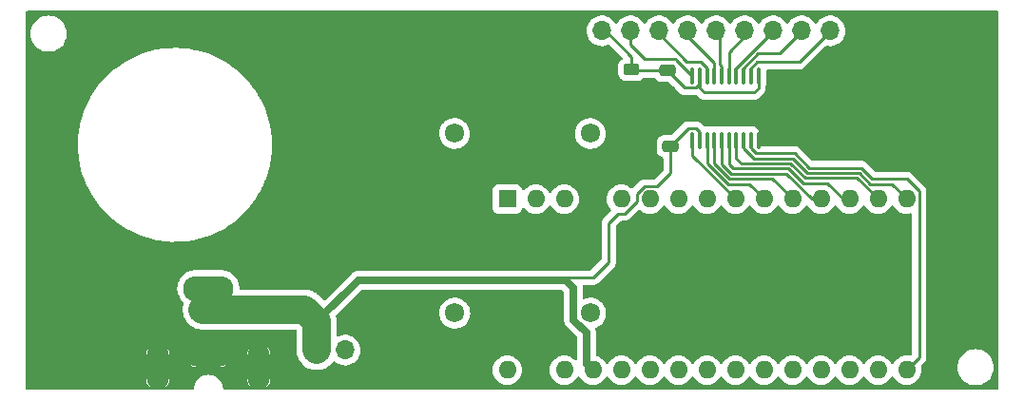
<source format=gbr>
G04 #@! TF.GenerationSoftware,KiCad,Pcbnew,(6.0.1)*
G04 #@! TF.CreationDate,2022-03-23T19:49:34+02:00*
G04 #@! TF.ProjectId,infinity-table-pcb,696e6669-6e69-4747-992d-7461626c652d,rev?*
G04 #@! TF.SameCoordinates,Original*
G04 #@! TF.FileFunction,Copper,L2,Bot*
G04 #@! TF.FilePolarity,Positive*
%FSLAX46Y46*%
G04 Gerber Fmt 4.6, Leading zero omitted, Abs format (unit mm)*
G04 Created by KiCad (PCBNEW (6.0.1)) date 2022-03-23 19:49:34*
%MOMM*%
%LPD*%
G01*
G04 APERTURE LIST*
G04 Aperture macros list*
%AMRoundRect*
0 Rectangle with rounded corners*
0 $1 Rounding radius*
0 $2 $3 $4 $5 $6 $7 $8 $9 X,Y pos of 4 corners*
0 Add a 4 corners polygon primitive as box body*
4,1,4,$2,$3,$4,$5,$6,$7,$8,$9,$2,$3,0*
0 Add four circle primitives for the rounded corners*
1,1,$1+$1,$2,$3*
1,1,$1+$1,$4,$5*
1,1,$1+$1,$6,$7*
1,1,$1+$1,$8,$9*
0 Add four rect primitives between the rounded corners*
20,1,$1+$1,$2,$3,$4,$5,0*
20,1,$1+$1,$4,$5,$6,$7,0*
20,1,$1+$1,$6,$7,$8,$9,0*
20,1,$1+$1,$8,$9,$2,$3,0*%
G04 Aperture macros list end*
G04 #@! TA.AperFunction,ComponentPad*
%ADD10C,8.600000*%
G04 #@! TD*
G04 #@! TA.AperFunction,ComponentPad*
%ADD11C,1.724000*%
G04 #@! TD*
G04 #@! TA.AperFunction,ComponentPad*
%ADD12R,1.600000X1.600000*%
G04 #@! TD*
G04 #@! TA.AperFunction,ComponentPad*
%ADD13O,1.600000X1.600000*%
G04 #@! TD*
G04 #@! TA.AperFunction,ComponentPad*
%ADD14R,1.700000X1.700000*%
G04 #@! TD*
G04 #@! TA.AperFunction,ComponentPad*
%ADD15O,1.700000X1.700000*%
G04 #@! TD*
G04 #@! TA.AperFunction,ComponentPad*
%ADD16O,4.500000X2.250000*%
G04 #@! TD*
G04 #@! TA.AperFunction,ComponentPad*
%ADD17O,4.000000X2.000000*%
G04 #@! TD*
G04 #@! TA.AperFunction,ComponentPad*
%ADD18O,2.000000X4.000000*%
G04 #@! TD*
G04 #@! TA.AperFunction,SMDPad,CuDef*
%ADD19RoundRect,0.250000X-0.475000X0.250000X-0.475000X-0.250000X0.475000X-0.250000X0.475000X0.250000X0*%
G04 #@! TD*
G04 #@! TA.AperFunction,SMDPad,CuDef*
%ADD20RoundRect,0.100000X-0.100000X0.637500X-0.100000X-0.637500X0.100000X-0.637500X0.100000X0.637500X0*%
G04 #@! TD*
G04 #@! TA.AperFunction,SMDPad,CuDef*
%ADD21RoundRect,0.250000X-0.450000X0.262500X-0.450000X-0.262500X0.450000X-0.262500X0.450000X0.262500X0*%
G04 #@! TD*
G04 #@! TA.AperFunction,ViaPad*
%ADD22C,0.800000*%
G04 #@! TD*
G04 #@! TA.AperFunction,Conductor*
%ADD23C,0.250000*%
G04 #@! TD*
G04 #@! TA.AperFunction,Conductor*
%ADD24C,2.540000*%
G04 #@! TD*
G04 #@! TA.AperFunction,Conductor*
%ADD25C,0.635000*%
G04 #@! TD*
G04 APERTURE END LIST*
D10*
X71323200Y-108458000D03*
D11*
X104724200Y-90170000D03*
X104724200Y-85090000D03*
X116814600Y-90170000D03*
X116814600Y-85090000D03*
D10*
X148031200Y-83820000D03*
D11*
X104749600Y-106172000D03*
X104749600Y-101092000D03*
X116840000Y-106172000D03*
X116840000Y-101092000D03*
D12*
X109423200Y-96012000D03*
D13*
X111963200Y-96012000D03*
X114503200Y-96012000D03*
X117043200Y-96012000D03*
X119583200Y-96012000D03*
X122123200Y-96012000D03*
X124663200Y-96012000D03*
X127203200Y-96012000D03*
X129743200Y-96012000D03*
X132283200Y-96012000D03*
X134823200Y-96012000D03*
X137363200Y-96012000D03*
X139903200Y-96012000D03*
X142443200Y-96012000D03*
X144983200Y-96012000D03*
X144983200Y-111252000D03*
X142443200Y-111252000D03*
X139903200Y-111252000D03*
X137363200Y-111252000D03*
X134823200Y-111252000D03*
X132283200Y-111252000D03*
X129743200Y-111252000D03*
X127203200Y-111252000D03*
X124663200Y-111252000D03*
X122123200Y-111252000D03*
X119583200Y-111252000D03*
X117043200Y-111252000D03*
X114503200Y-111252000D03*
X111963200Y-111252000D03*
X109423200Y-111252000D03*
D14*
X100076000Y-109474000D03*
D15*
X97536000Y-109474000D03*
X94996000Y-109474000D03*
X92456000Y-109474000D03*
D16*
X82804000Y-103982000D03*
D17*
X82804000Y-109982000D03*
D18*
X78304000Y-110982000D03*
X87304000Y-110982000D03*
D19*
X123952000Y-89408000D03*
X123952000Y-91308000D03*
X123698000Y-84582000D03*
X123698000Y-86482000D03*
D14*
X140716000Y-81026000D03*
D15*
X138176000Y-81026000D03*
X135636000Y-81026000D03*
X133096000Y-81026000D03*
X130556000Y-81026000D03*
X128016000Y-81026000D03*
X125476000Y-81026000D03*
X122936000Y-81026000D03*
X120396000Y-81026000D03*
X117856000Y-81026000D03*
D20*
X125924000Y-85043980D03*
X126574000Y-85043980D03*
X127224000Y-85043980D03*
X127874000Y-85043980D03*
X128524000Y-85043980D03*
X129174000Y-85043980D03*
X129824000Y-85043980D03*
X130474000Y-85043980D03*
X131124000Y-85043980D03*
X131774000Y-85043980D03*
X131774000Y-90768980D03*
X131124000Y-90768980D03*
X130474000Y-90768980D03*
X129824000Y-90768980D03*
X129174000Y-90768980D03*
X128524000Y-90768980D03*
X127874000Y-90768980D03*
X127224000Y-90768980D03*
X126574000Y-90768980D03*
X125924000Y-90768980D03*
D21*
X120497600Y-84480400D03*
X120497600Y-86305400D03*
D22*
X132537200Y-90830400D03*
X135331200Y-84988400D03*
X152400000Y-93980000D03*
X144983200Y-98755200D03*
X100101400Y-92481400D03*
X67310000Y-85090000D03*
X121945400Y-93751400D03*
X87630000Y-80010000D03*
X128701800Y-89001600D03*
X122123200Y-87630000D03*
X121691400Y-97739200D03*
X85979000Y-103555800D03*
X100203000Y-101371400D03*
X118999000Y-83464400D03*
X131419600Y-88925400D03*
X147269200Y-97078800D03*
X90474800Y-98679000D03*
X113030000Y-80010000D03*
X108889800Y-104571800D03*
X92710000Y-99161600D03*
X115570000Y-80010000D03*
X133553200Y-97307400D03*
X80010000Y-80010000D03*
X112039400Y-90220800D03*
X138607800Y-109855000D03*
X103809800Y-104571800D03*
X102844600Y-90144600D03*
X97332800Y-101752400D03*
X132969000Y-84912200D03*
X104952800Y-112344200D03*
X85090000Y-80010000D03*
X98729800Y-104571800D03*
X110921800Y-94462600D03*
X125907800Y-109677200D03*
X147294600Y-107213400D03*
X147269200Y-99618800D03*
X99872800Y-112344200D03*
X144983200Y-106375200D03*
X141097000Y-97383600D03*
X82550000Y-80010000D03*
X127457200Y-87630000D03*
X93980000Y-88138000D03*
X141198600Y-109728000D03*
X74930000Y-80010000D03*
X77470000Y-80010000D03*
X136067800Y-109728000D03*
X120802400Y-108153200D03*
X118160800Y-109601000D03*
X134848600Y-90779600D03*
X144983200Y-108915200D03*
X88239600Y-103555800D03*
X81280000Y-107873800D03*
X118313200Y-105079800D03*
X106959400Y-90220800D03*
X97561400Y-92481400D03*
X90119200Y-86131400D03*
X107492800Y-112344200D03*
X67310000Y-90170000D03*
X144983200Y-101295200D03*
X152400000Y-106680000D03*
X90170000Y-108204000D03*
X124434600Y-102971600D03*
X80416400Y-102235000D03*
X145313400Y-93040200D03*
X152400000Y-104140000D03*
X131038600Y-109778800D03*
X128447800Y-109728000D03*
X93980000Y-84074000D03*
X110490000Y-80010000D03*
X115214400Y-92456000D03*
X112674400Y-92456000D03*
X84582000Y-101930200D03*
X101269800Y-104571800D03*
X121691400Y-102819200D03*
X72390000Y-80010000D03*
X90170000Y-80010000D03*
X144983200Y-103835200D03*
X92710000Y-80010000D03*
X133527800Y-109778800D03*
X97942400Y-86131400D03*
X67310000Y-97790000D03*
X136982200Y-92024200D03*
X67310000Y-92710000D03*
X97764600Y-90144600D03*
X152400000Y-99060000D03*
X109601000Y-101396800D03*
X113969800Y-104571800D03*
X110871000Y-97485200D03*
X124434600Y-97891600D03*
X147320000Y-111760000D03*
X152400000Y-96520000D03*
X92252800Y-112344200D03*
X113969800Y-107111800D03*
X92710000Y-101701600D03*
X119608600Y-101219000D03*
X107950000Y-80010000D03*
X121564400Y-105003600D03*
X113233200Y-94564200D03*
X152400000Y-91440000D03*
X152400000Y-88900000D03*
X147040600Y-94538800D03*
X107594400Y-92456000D03*
X118160800Y-107645200D03*
X130987800Y-97383600D03*
X115163600Y-109169200D03*
X116713000Y-104241600D03*
X102870000Y-80010000D03*
X100330000Y-80010000D03*
X147294600Y-104673400D03*
X110134400Y-92456000D03*
X137947400Y-82956400D03*
X117754400Y-92456000D03*
X152400000Y-101600000D03*
X107061000Y-101396800D03*
X139522200Y-92024200D03*
X95250000Y-80010000D03*
X121691400Y-100279200D03*
X109499400Y-90220800D03*
X124434600Y-100431600D03*
X125272800Y-87376000D03*
X102514400Y-92456000D03*
X136042400Y-97459800D03*
X119100600Y-86512400D03*
X90170000Y-110236000D03*
X88392000Y-108204000D03*
X94792800Y-112344200D03*
X122275600Y-90144600D03*
X90474800Y-101219000D03*
X123342400Y-107264200D03*
X105410000Y-80010000D03*
X124333000Y-105156000D03*
X106349800Y-104571800D03*
X111429800Y-104571800D03*
X100304600Y-90144600D03*
X138607800Y-97459800D03*
X67310000Y-102870000D03*
X79959200Y-105460800D03*
X142443200Y-92989400D03*
X125323600Y-88646000D03*
X128473200Y-97383600D03*
X102412800Y-112344200D03*
X112141000Y-101396800D03*
X147294600Y-109753400D03*
X119608600Y-98679000D03*
X94919800Y-102539800D03*
X118745000Y-89712800D03*
X114579400Y-90220800D03*
X102793800Y-101422200D03*
X113233200Y-97383600D03*
X67310000Y-100330000D03*
X89712800Y-112344200D03*
X67310000Y-87630000D03*
X84836000Y-108204000D03*
X96164400Y-106299000D03*
X122123200Y-85801200D03*
X114681000Y-101396800D03*
X97332800Y-112344200D03*
X105054400Y-92456000D03*
X143687800Y-109905800D03*
X119989600Y-93014800D03*
X120853200Y-109880400D03*
X123367800Y-109778800D03*
X129997200Y-87630000D03*
X67310000Y-95250000D03*
X97790000Y-80010000D03*
X132511800Y-87096600D03*
X93014800Y-104165400D03*
X90474800Y-103555800D03*
X147294600Y-102133400D03*
X116738400Y-82499200D03*
X143713200Y-97536000D03*
D23*
X125924000Y-92192800D02*
X129743200Y-96012000D01*
X125924000Y-90768980D02*
X125924000Y-92192800D01*
X127224000Y-90768980D02*
X127224000Y-92857082D01*
X129070457Y-94703540D02*
X130974740Y-94703540D01*
X130974740Y-94703540D02*
X132283200Y-96012000D01*
X127224000Y-92857082D02*
X129070457Y-94703540D01*
X127874000Y-92871365D02*
X129185118Y-94182483D01*
X127874000Y-90768980D02*
X127874000Y-92871365D01*
X132993683Y-94182483D02*
X134823200Y-96012000D01*
X129185118Y-94182483D02*
X132993683Y-94182483D01*
X136550400Y-96012000D02*
X137363200Y-96012000D01*
X128524000Y-92885647D02*
X129371316Y-93732963D01*
X134271363Y-93732963D02*
X136550400Y-96012000D01*
X129371316Y-93732963D02*
X134271363Y-93732963D01*
X128524000Y-90768980D02*
X128524000Y-92885647D01*
X134457561Y-93283443D02*
X135763718Y-94589600D01*
X137922000Y-94589600D02*
X139344400Y-96012000D01*
X135763718Y-94589600D02*
X137922000Y-94589600D01*
X139344400Y-96012000D02*
X139903200Y-96012000D01*
X129557514Y-93283443D02*
X134457561Y-93283443D01*
X129174000Y-92899929D02*
X129557514Y-93283443D01*
X129174000Y-90768980D02*
X129174000Y-92899929D01*
X129824000Y-92384400D02*
X130273523Y-92833923D01*
X140571280Y-94140080D02*
X142443200Y-96012000D01*
X135949916Y-94140080D02*
X140571280Y-94140080D01*
X130273523Y-92833923D02*
X134643759Y-92833923D01*
X134643759Y-92833923D02*
X135949916Y-94140080D01*
X129824000Y-90768980D02*
X129824000Y-92384400D01*
X140757478Y-93690560D02*
X141732718Y-94665800D01*
X130474000Y-91505502D02*
X131352901Y-92384403D01*
X143637000Y-94665800D02*
X144983200Y-96012000D01*
X136136114Y-93690560D02*
X140757478Y-93690560D01*
X141732718Y-94665800D02*
X143637000Y-94665800D01*
X130474000Y-90768980D02*
X130474000Y-91505502D01*
X134829957Y-92384403D02*
X136136114Y-93690560D01*
X131352901Y-92384403D02*
X134829957Y-92384403D01*
X131124000Y-91500000D02*
X131558883Y-91934883D01*
X141918916Y-94216280D02*
X144990880Y-94216280D01*
X131124000Y-90768980D02*
X131124000Y-91500000D01*
X135016155Y-91934883D02*
X136322312Y-93241040D01*
X146107711Y-95333111D02*
X146107711Y-110127489D01*
X146107711Y-110127489D02*
X144983200Y-111252000D01*
X131558883Y-91934883D02*
X135016155Y-91934883D01*
X144990880Y-94216280D02*
X146107711Y-95333111D01*
X140943676Y-93241040D02*
X141918916Y-94216280D01*
X136322312Y-93241040D02*
X140943676Y-93241040D01*
D24*
X91364520Y-105842520D02*
X82296000Y-105842520D01*
D25*
X114630200Y-103251000D02*
X115316000Y-103936800D01*
D23*
X120998689Y-96186811D02*
X119878100Y-97307400D01*
D25*
X115316000Y-103936800D02*
X115316000Y-106781600D01*
X116484400Y-107950000D02*
X116484400Y-110693200D01*
X116484400Y-110693200D02*
X117043200Y-111252000D01*
D23*
X117094000Y-103022400D02*
X114858800Y-103022400D01*
X126199841Y-89706960D02*
X125553040Y-89706960D01*
X123952000Y-93726000D02*
X122790511Y-94887489D01*
X122790511Y-94887489D02*
X121657411Y-94887489D01*
X120998689Y-95546211D02*
X120998689Y-96186811D01*
X125553040Y-89706960D02*
X123952000Y-91308000D01*
X126574000Y-90768980D02*
X126574000Y-90081119D01*
X126574000Y-90081119D02*
X126199841Y-89706960D01*
X119303800Y-97307400D02*
X118465600Y-98145600D01*
D25*
X96139000Y-103251000D02*
X114630200Y-103251000D01*
D23*
X119878100Y-97307400D02*
X119303800Y-97307400D01*
X118465600Y-101650800D02*
X117094000Y-103022400D01*
D25*
X115316000Y-106781600D02*
X116484400Y-107950000D01*
D23*
X114858800Y-103022400D02*
X114630200Y-103251000D01*
X123952000Y-91308000D02*
X123952000Y-93726000D01*
D24*
X92456000Y-106934000D02*
X91364520Y-105842520D01*
D23*
X121657411Y-94887489D02*
X120998689Y-95546211D01*
X118465600Y-98145600D02*
X118465600Y-101650800D01*
D24*
X92456000Y-109474000D02*
X92456000Y-106934000D01*
D25*
X92456000Y-106934000D02*
X96139000Y-103251000D01*
D23*
X125222000Y-86106000D02*
X123698000Y-84582000D01*
X126574000Y-85461000D02*
X126574000Y-86148861D01*
X131408980Y-86523020D02*
X131774000Y-86158000D01*
X120497600Y-83337400D02*
X118186200Y-81026000D01*
X118186200Y-81026000D02*
X117856000Y-81026000D01*
X120599200Y-84582000D02*
X120497600Y-84480400D01*
X126574000Y-85731841D02*
X126199841Y-86106000D01*
X126199841Y-86106000D02*
X125222000Y-86106000D01*
X126948159Y-86523020D02*
X131408980Y-86523020D01*
X120497600Y-84480400D02*
X120497600Y-83337400D01*
X126574000Y-85043980D02*
X126574000Y-85731841D01*
X123698000Y-84582000D02*
X120599200Y-84582000D01*
X131774000Y-86158000D02*
X131774000Y-85461000D01*
X126574000Y-86148861D02*
X126948159Y-86523020D01*
X135432800Y-83820000D02*
X131645837Y-83820000D01*
X138176000Y-81076800D02*
X135432800Y-83820000D01*
X131645837Y-83820000D02*
X131124000Y-84341837D01*
X131124000Y-84341837D02*
X131124000Y-85043980D01*
X130474000Y-84410000D02*
X130474000Y-85461000D01*
X130474000Y-84356119D02*
X130474000Y-85043980D01*
X133654800Y-83058000D02*
X131772119Y-83058000D01*
X131772119Y-83058000D02*
X130474000Y-84356119D01*
X135636000Y-81076800D02*
X133654800Y-83058000D01*
X129824000Y-84348800D02*
X129824000Y-85043980D01*
X133096000Y-81076800D02*
X129824000Y-84348800D01*
X129174000Y-82916000D02*
X129174000Y-85461000D01*
X130556000Y-81534000D02*
X129174000Y-82916000D01*
X128524000Y-84200282D02*
X128524000Y-85461000D01*
X128320800Y-80822800D02*
X128320800Y-83997082D01*
X128320800Y-83997082D02*
X128524000Y-84200282D01*
X125476000Y-81483200D02*
X127871280Y-83878480D01*
X127871280Y-85041260D02*
X127874000Y-85043980D01*
X127871280Y-83878480D02*
X127871280Y-85041260D01*
X126643683Y-83761520D02*
X127224000Y-84341837D01*
X122936000Y-81280000D02*
X125417520Y-83761520D01*
X125417520Y-83761520D02*
X126643683Y-83761520D01*
X127224000Y-84341837D02*
X127224000Y-85043980D01*
X124473493Y-83593473D02*
X125924000Y-85043980D01*
X120396000Y-80518000D02*
X120396000Y-82296000D01*
X124473493Y-83566000D02*
X124473493Y-83593473D01*
X121666000Y-83566000D02*
X124473493Y-83566000D01*
X120396000Y-82296000D02*
X121666000Y-83566000D01*
G04 #@! TA.AperFunction,Conductor*
G36*
X153104121Y-79268002D02*
G01*
X153150614Y-79321658D01*
X153162000Y-79374000D01*
X153162000Y-112904000D01*
X153141998Y-112972121D01*
X153088342Y-113018614D01*
X153036000Y-113030000D01*
X84237156Y-113030000D01*
X84169035Y-113009998D01*
X84122542Y-112956342D01*
X84111635Y-112914982D01*
X84098022Y-112759393D01*
X84097543Y-112753913D01*
X84091135Y-112729999D01*
X84039707Y-112538067D01*
X84039706Y-112538065D01*
X84038284Y-112532757D01*
X84035961Y-112527775D01*
X83943849Y-112330238D01*
X83943846Y-112330233D01*
X83941523Y-112325251D01*
X83924999Y-112301652D01*
X86295524Y-112301652D01*
X86297990Y-112310281D01*
X86297991Y-112310286D01*
X86303639Y-112330048D01*
X86307217Y-112346809D01*
X86310130Y-112367152D01*
X86310133Y-112367162D01*
X86311405Y-112376045D01*
X86322021Y-112399395D01*
X86328464Y-112416907D01*
X86335512Y-112441565D01*
X86351274Y-112466548D01*
X86359404Y-112481614D01*
X86371633Y-112508510D01*
X86388374Y-112527939D01*
X86399479Y-112542947D01*
X86413160Y-112564631D01*
X86419888Y-112570573D01*
X86435296Y-112584181D01*
X86447340Y-112596373D01*
X86466619Y-112618747D01*
X86474147Y-112623626D01*
X86474150Y-112623629D01*
X86488139Y-112632696D01*
X86503013Y-112643986D01*
X86522228Y-112660956D01*
X86530354Y-112664771D01*
X86530355Y-112664772D01*
X86536021Y-112667432D01*
X86548966Y-112673510D01*
X86563935Y-112681824D01*
X86588727Y-112697893D01*
X86605650Y-112702954D01*
X86613290Y-112705239D01*
X86630736Y-112711901D01*
X86653948Y-112722799D01*
X86683130Y-112727343D01*
X86699849Y-112731126D01*
X86719536Y-112737014D01*
X86719539Y-112737015D01*
X86728141Y-112739587D01*
X86737116Y-112739642D01*
X86737117Y-112739642D01*
X86743810Y-112739683D01*
X86762556Y-112739797D01*
X86763328Y-112739830D01*
X86764423Y-112740000D01*
X86795298Y-112740000D01*
X86796068Y-112740002D01*
X86869716Y-112740452D01*
X86869717Y-112740452D01*
X86873652Y-112740476D01*
X86874996Y-112740092D01*
X86876341Y-112740000D01*
X87795298Y-112740000D01*
X87796069Y-112740002D01*
X87873652Y-112740476D01*
X87882281Y-112738010D01*
X87882286Y-112738009D01*
X87902048Y-112732361D01*
X87918809Y-112728783D01*
X87939152Y-112725870D01*
X87939162Y-112725867D01*
X87948045Y-112724595D01*
X87971395Y-112713979D01*
X87988907Y-112707536D01*
X88004937Y-112702954D01*
X88013565Y-112700488D01*
X88038548Y-112684726D01*
X88053614Y-112676596D01*
X88080510Y-112664367D01*
X88099939Y-112647626D01*
X88114947Y-112636521D01*
X88129039Y-112627630D01*
X88136631Y-112622840D01*
X88156182Y-112600703D01*
X88168374Y-112588659D01*
X88183949Y-112575239D01*
X88183950Y-112575237D01*
X88190747Y-112569381D01*
X88195626Y-112561853D01*
X88195629Y-112561850D01*
X88204696Y-112547861D01*
X88215986Y-112532987D01*
X88227012Y-112520502D01*
X88232956Y-112513772D01*
X88245510Y-112487034D01*
X88253824Y-112472065D01*
X88269893Y-112447273D01*
X88277239Y-112422709D01*
X88283901Y-112405264D01*
X88290983Y-112390179D01*
X88294799Y-112382052D01*
X88299343Y-112352870D01*
X88303126Y-112336151D01*
X88309014Y-112316464D01*
X88309015Y-112316461D01*
X88311587Y-112307859D01*
X88311797Y-112273444D01*
X88311830Y-112272672D01*
X88312000Y-112271577D01*
X88312000Y-112240702D01*
X88312002Y-112239932D01*
X88312452Y-112166284D01*
X88312452Y-112166283D01*
X88312476Y-112162348D01*
X88312092Y-112161004D01*
X88312000Y-112159659D01*
X88312000Y-109740702D01*
X88312002Y-109739932D01*
X88312304Y-109690546D01*
X88312476Y-109662348D01*
X88310010Y-109653719D01*
X88310009Y-109653714D01*
X88304361Y-109633952D01*
X88300783Y-109617191D01*
X88297870Y-109596848D01*
X88297867Y-109596838D01*
X88296595Y-109587955D01*
X88285979Y-109564605D01*
X88279536Y-109547093D01*
X88274954Y-109531063D01*
X88272488Y-109522435D01*
X88256726Y-109497452D01*
X88248596Y-109482386D01*
X88236367Y-109455490D01*
X88219626Y-109436061D01*
X88208521Y-109421053D01*
X88199630Y-109406961D01*
X88194840Y-109399369D01*
X88172703Y-109379818D01*
X88160659Y-109367626D01*
X88147239Y-109352051D01*
X88147237Y-109352050D01*
X88141381Y-109345253D01*
X88133853Y-109340374D01*
X88133850Y-109340371D01*
X88119861Y-109331304D01*
X88104987Y-109320014D01*
X88092502Y-109308988D01*
X88085772Y-109303044D01*
X88077646Y-109299229D01*
X88077645Y-109299228D01*
X88071979Y-109296568D01*
X88059034Y-109290490D01*
X88044065Y-109282176D01*
X88019273Y-109266107D01*
X87994709Y-109258761D01*
X87977264Y-109252099D01*
X87972827Y-109250016D01*
X87954052Y-109241201D01*
X87924870Y-109236657D01*
X87908151Y-109232874D01*
X87888464Y-109226986D01*
X87888461Y-109226985D01*
X87879859Y-109224413D01*
X87870884Y-109224358D01*
X87870883Y-109224358D01*
X87864190Y-109224317D01*
X87845444Y-109224203D01*
X87844672Y-109224170D01*
X87843577Y-109224000D01*
X87812702Y-109224000D01*
X87811932Y-109223998D01*
X87738284Y-109223548D01*
X87738283Y-109223548D01*
X87734348Y-109223524D01*
X87733004Y-109223908D01*
X87731659Y-109224000D01*
X86812702Y-109224000D01*
X86811932Y-109223998D01*
X86811078Y-109223993D01*
X86734348Y-109223524D01*
X86725719Y-109225990D01*
X86725714Y-109225991D01*
X86705952Y-109231639D01*
X86689191Y-109235217D01*
X86668848Y-109238130D01*
X86668838Y-109238133D01*
X86659955Y-109239405D01*
X86636605Y-109250021D01*
X86619093Y-109256464D01*
X86611057Y-109258761D01*
X86594435Y-109263512D01*
X86569452Y-109279274D01*
X86554386Y-109287404D01*
X86527490Y-109299633D01*
X86508061Y-109316374D01*
X86493053Y-109327479D01*
X86471369Y-109341160D01*
X86465427Y-109347888D01*
X86451819Y-109363296D01*
X86439627Y-109375340D01*
X86417253Y-109394619D01*
X86412374Y-109402147D01*
X86412371Y-109402150D01*
X86403304Y-109416139D01*
X86392014Y-109431013D01*
X86375044Y-109450228D01*
X86362490Y-109476966D01*
X86354176Y-109491935D01*
X86338107Y-109516727D01*
X86335535Y-109525327D01*
X86330761Y-109541290D01*
X86324099Y-109558736D01*
X86313201Y-109581948D01*
X86308658Y-109611128D01*
X86304874Y-109627849D01*
X86298986Y-109647536D01*
X86298985Y-109647539D01*
X86296413Y-109656141D01*
X86296206Y-109690090D01*
X86296203Y-109690546D01*
X86296170Y-109691328D01*
X86296000Y-109692423D01*
X86296000Y-109723298D01*
X86295998Y-109724068D01*
X86295524Y-109801652D01*
X86295908Y-109802996D01*
X86296000Y-109804341D01*
X86296000Y-112223298D01*
X86295998Y-112224068D01*
X86295524Y-112301652D01*
X83924999Y-112301652D01*
X83810198Y-112137700D01*
X83648300Y-111975802D01*
X83643792Y-111972645D01*
X83643789Y-111972643D01*
X83552539Y-111908749D01*
X83460749Y-111844477D01*
X83455767Y-111842154D01*
X83455762Y-111842151D01*
X83258225Y-111750039D01*
X83258224Y-111750039D01*
X83253243Y-111747716D01*
X83247935Y-111746294D01*
X83247933Y-111746293D01*
X83037402Y-111689881D01*
X83037400Y-111689881D01*
X83032087Y-111688457D01*
X82932520Y-111679746D01*
X82863851Y-111673738D01*
X82863844Y-111673738D01*
X82861127Y-111673500D01*
X82746873Y-111673500D01*
X82744156Y-111673738D01*
X82744149Y-111673738D01*
X82675480Y-111679746D01*
X82575913Y-111688457D01*
X82570600Y-111689881D01*
X82570598Y-111689881D01*
X82360067Y-111746293D01*
X82360065Y-111746294D01*
X82354757Y-111747716D01*
X82349776Y-111750039D01*
X82349775Y-111750039D01*
X82152238Y-111842151D01*
X82152233Y-111842154D01*
X82147251Y-111844477D01*
X82055461Y-111908749D01*
X81964211Y-111972643D01*
X81964208Y-111972645D01*
X81959700Y-111975802D01*
X81797802Y-112137700D01*
X81666477Y-112325251D01*
X81664154Y-112330233D01*
X81664151Y-112330238D01*
X81572039Y-112527775D01*
X81569716Y-112532757D01*
X81568294Y-112538065D01*
X81568293Y-112538067D01*
X81516865Y-112729999D01*
X81510457Y-112753913D01*
X81509978Y-112759393D01*
X81496365Y-112914982D01*
X81470501Y-112981100D01*
X81412998Y-113022739D01*
X81370844Y-113030000D01*
X66674000Y-113030000D01*
X66605879Y-113009998D01*
X66559386Y-112956342D01*
X66548000Y-112904000D01*
X66548000Y-112301652D01*
X77295524Y-112301652D01*
X77297990Y-112310281D01*
X77297991Y-112310286D01*
X77303639Y-112330048D01*
X77307217Y-112346809D01*
X77310130Y-112367152D01*
X77310133Y-112367162D01*
X77311405Y-112376045D01*
X77322021Y-112399395D01*
X77328464Y-112416907D01*
X77335512Y-112441565D01*
X77351274Y-112466548D01*
X77359404Y-112481614D01*
X77371633Y-112508510D01*
X77388374Y-112527939D01*
X77399479Y-112542947D01*
X77413160Y-112564631D01*
X77419888Y-112570573D01*
X77435296Y-112584181D01*
X77447340Y-112596373D01*
X77466619Y-112618747D01*
X77474147Y-112623626D01*
X77474150Y-112623629D01*
X77488139Y-112632696D01*
X77503013Y-112643986D01*
X77522228Y-112660956D01*
X77530354Y-112664771D01*
X77530355Y-112664772D01*
X77536021Y-112667432D01*
X77548966Y-112673510D01*
X77563935Y-112681824D01*
X77588727Y-112697893D01*
X77605650Y-112702954D01*
X77613290Y-112705239D01*
X77630736Y-112711901D01*
X77653948Y-112722799D01*
X77683130Y-112727343D01*
X77699849Y-112731126D01*
X77719536Y-112737014D01*
X77719539Y-112737015D01*
X77728141Y-112739587D01*
X77737116Y-112739642D01*
X77737117Y-112739642D01*
X77743810Y-112739683D01*
X77762556Y-112739797D01*
X77763328Y-112739830D01*
X77764423Y-112740000D01*
X77795298Y-112740000D01*
X77796068Y-112740002D01*
X77869716Y-112740452D01*
X77869717Y-112740452D01*
X77873652Y-112740476D01*
X77874996Y-112740092D01*
X77876341Y-112740000D01*
X78795298Y-112740000D01*
X78796069Y-112740002D01*
X78873652Y-112740476D01*
X78882281Y-112738010D01*
X78882286Y-112738009D01*
X78902048Y-112732361D01*
X78918809Y-112728783D01*
X78939152Y-112725870D01*
X78939162Y-112725867D01*
X78948045Y-112724595D01*
X78971395Y-112713979D01*
X78988907Y-112707536D01*
X79004937Y-112702954D01*
X79013565Y-112700488D01*
X79038548Y-112684726D01*
X79053614Y-112676596D01*
X79080510Y-112664367D01*
X79099939Y-112647626D01*
X79114947Y-112636521D01*
X79129039Y-112627630D01*
X79136631Y-112622840D01*
X79156182Y-112600703D01*
X79168374Y-112588659D01*
X79183949Y-112575239D01*
X79183950Y-112575237D01*
X79190747Y-112569381D01*
X79195626Y-112561853D01*
X79195629Y-112561850D01*
X79204696Y-112547861D01*
X79215986Y-112532987D01*
X79227012Y-112520502D01*
X79232956Y-112513772D01*
X79245510Y-112487034D01*
X79253824Y-112472065D01*
X79269893Y-112447273D01*
X79277239Y-112422709D01*
X79283901Y-112405264D01*
X79290983Y-112390179D01*
X79294799Y-112382052D01*
X79299343Y-112352870D01*
X79303126Y-112336151D01*
X79309014Y-112316464D01*
X79309015Y-112316461D01*
X79311587Y-112307859D01*
X79311797Y-112273444D01*
X79311830Y-112272672D01*
X79312000Y-112271577D01*
X79312000Y-112240702D01*
X79312002Y-112239932D01*
X79312452Y-112166284D01*
X79312452Y-112166283D01*
X79312476Y-112162348D01*
X79312092Y-112161004D01*
X79312000Y-112159659D01*
X79312000Y-110551652D01*
X81145524Y-110551652D01*
X81147990Y-110560281D01*
X81147991Y-110560286D01*
X81153639Y-110580048D01*
X81157217Y-110596809D01*
X81160130Y-110617152D01*
X81160133Y-110617162D01*
X81161405Y-110626045D01*
X81172021Y-110649395D01*
X81178464Y-110666907D01*
X81185512Y-110691565D01*
X81201274Y-110716548D01*
X81209404Y-110731614D01*
X81221633Y-110758510D01*
X81238374Y-110777939D01*
X81249479Y-110792947D01*
X81263160Y-110814631D01*
X81269888Y-110820573D01*
X81285296Y-110834181D01*
X81297340Y-110846373D01*
X81316619Y-110868747D01*
X81324147Y-110873626D01*
X81324150Y-110873629D01*
X81338139Y-110882696D01*
X81353013Y-110893986D01*
X81372228Y-110910956D01*
X81380354Y-110914771D01*
X81380355Y-110914772D01*
X81386021Y-110917432D01*
X81398966Y-110923510D01*
X81413935Y-110931824D01*
X81438727Y-110947893D01*
X81455650Y-110952954D01*
X81463290Y-110955239D01*
X81480736Y-110961901D01*
X81503948Y-110972799D01*
X81533130Y-110977343D01*
X81549849Y-110981126D01*
X81569536Y-110987014D01*
X81569539Y-110987015D01*
X81578141Y-110989587D01*
X81587116Y-110989642D01*
X81587117Y-110989642D01*
X81593810Y-110989683D01*
X81612556Y-110989797D01*
X81613328Y-110989830D01*
X81614423Y-110990000D01*
X81645298Y-110990000D01*
X81646068Y-110990002D01*
X81719716Y-110990452D01*
X81719717Y-110990452D01*
X81723652Y-110990476D01*
X81724996Y-110990092D01*
X81726341Y-110990000D01*
X83945298Y-110990000D01*
X83946069Y-110990002D01*
X84023652Y-110990476D01*
X84032281Y-110988010D01*
X84032286Y-110988009D01*
X84052048Y-110982361D01*
X84068809Y-110978783D01*
X84089152Y-110975870D01*
X84089162Y-110975867D01*
X84098045Y-110974595D01*
X84121395Y-110963979D01*
X84138907Y-110957536D01*
X84154937Y-110952954D01*
X84163565Y-110950488D01*
X84188548Y-110934726D01*
X84203614Y-110926596D01*
X84230510Y-110914367D01*
X84249939Y-110897626D01*
X84264947Y-110886521D01*
X84279039Y-110877630D01*
X84286631Y-110872840D01*
X84306182Y-110850703D01*
X84318374Y-110838659D01*
X84333949Y-110825239D01*
X84333950Y-110825237D01*
X84340747Y-110819381D01*
X84345626Y-110811853D01*
X84345629Y-110811850D01*
X84354696Y-110797861D01*
X84365986Y-110782987D01*
X84377012Y-110770502D01*
X84382956Y-110763772D01*
X84395510Y-110737034D01*
X84403824Y-110722065D01*
X84419893Y-110697273D01*
X84427239Y-110672709D01*
X84433901Y-110655264D01*
X84437700Y-110647173D01*
X84444799Y-110632052D01*
X84449343Y-110602870D01*
X84453126Y-110586151D01*
X84459014Y-110566464D01*
X84459015Y-110566461D01*
X84461587Y-110557859D01*
X84461797Y-110523444D01*
X84461830Y-110522672D01*
X84462000Y-110521577D01*
X84462000Y-110490702D01*
X84462002Y-110489932D01*
X84462452Y-110416284D01*
X84462452Y-110416283D01*
X84462476Y-110412348D01*
X84462092Y-110411004D01*
X84462000Y-110409659D01*
X84462000Y-109490702D01*
X84462002Y-109489932D01*
X84462152Y-109465389D01*
X84462476Y-109412348D01*
X84460010Y-109403719D01*
X84460009Y-109403714D01*
X84454361Y-109383952D01*
X84450783Y-109367191D01*
X84447870Y-109346848D01*
X84447867Y-109346838D01*
X84446595Y-109337955D01*
X84435979Y-109314605D01*
X84429536Y-109297093D01*
X84424954Y-109281063D01*
X84422488Y-109272435D01*
X84406726Y-109247452D01*
X84398596Y-109232386D01*
X84386367Y-109205490D01*
X84369626Y-109186061D01*
X84358521Y-109171053D01*
X84349630Y-109156961D01*
X84344840Y-109149369D01*
X84322703Y-109129818D01*
X84310659Y-109117626D01*
X84297239Y-109102051D01*
X84297237Y-109102050D01*
X84291381Y-109095253D01*
X84283853Y-109090374D01*
X84283850Y-109090371D01*
X84269861Y-109081304D01*
X84254987Y-109070014D01*
X84242502Y-109058988D01*
X84235772Y-109053044D01*
X84227646Y-109049229D01*
X84227645Y-109049228D01*
X84221979Y-109046568D01*
X84209034Y-109040490D01*
X84194065Y-109032176D01*
X84169273Y-109016107D01*
X84144709Y-109008761D01*
X84127264Y-109002099D01*
X84122827Y-109000016D01*
X84104052Y-108991201D01*
X84074870Y-108986657D01*
X84058151Y-108982874D01*
X84038464Y-108976986D01*
X84038461Y-108976985D01*
X84029859Y-108974413D01*
X84020884Y-108974358D01*
X84020883Y-108974358D01*
X84014190Y-108974317D01*
X83995444Y-108974203D01*
X83994672Y-108974170D01*
X83993577Y-108974000D01*
X83962702Y-108974000D01*
X83961932Y-108973998D01*
X83888284Y-108973548D01*
X83888283Y-108973548D01*
X83884348Y-108973524D01*
X83883004Y-108973908D01*
X83881659Y-108974000D01*
X81662702Y-108974000D01*
X81661932Y-108973998D01*
X81661078Y-108973993D01*
X81584348Y-108973524D01*
X81575719Y-108975990D01*
X81575714Y-108975991D01*
X81555952Y-108981639D01*
X81539191Y-108985217D01*
X81518848Y-108988130D01*
X81518838Y-108988133D01*
X81509955Y-108989405D01*
X81486605Y-109000021D01*
X81469093Y-109006464D01*
X81461057Y-109008761D01*
X81444435Y-109013512D01*
X81419452Y-109029274D01*
X81404386Y-109037404D01*
X81377490Y-109049633D01*
X81358061Y-109066374D01*
X81343053Y-109077479D01*
X81321369Y-109091160D01*
X81315427Y-109097888D01*
X81301819Y-109113296D01*
X81289627Y-109125340D01*
X81267253Y-109144619D01*
X81262374Y-109152147D01*
X81262371Y-109152150D01*
X81253304Y-109166139D01*
X81242014Y-109181013D01*
X81225044Y-109200228D01*
X81212490Y-109226966D01*
X81204176Y-109241935D01*
X81188107Y-109266727D01*
X81185535Y-109275327D01*
X81180761Y-109291290D01*
X81174099Y-109308736D01*
X81163201Y-109331948D01*
X81160071Y-109352051D01*
X81158658Y-109361128D01*
X81154874Y-109377849D01*
X81148986Y-109397536D01*
X81148985Y-109397539D01*
X81146413Y-109406141D01*
X81146274Y-109428973D01*
X81146203Y-109440546D01*
X81146170Y-109441328D01*
X81146000Y-109442423D01*
X81146000Y-109473298D01*
X81145998Y-109474068D01*
X81145703Y-109522435D01*
X81145524Y-109551652D01*
X81145908Y-109552996D01*
X81146000Y-109554341D01*
X81146000Y-110473298D01*
X81145998Y-110474068D01*
X81145524Y-110551652D01*
X79312000Y-110551652D01*
X79312000Y-109740702D01*
X79312002Y-109739932D01*
X79312304Y-109690546D01*
X79312476Y-109662348D01*
X79310010Y-109653719D01*
X79310009Y-109653714D01*
X79304361Y-109633952D01*
X79300783Y-109617191D01*
X79297870Y-109596848D01*
X79297867Y-109596838D01*
X79296595Y-109587955D01*
X79285979Y-109564605D01*
X79279536Y-109547093D01*
X79274954Y-109531063D01*
X79272488Y-109522435D01*
X79256726Y-109497452D01*
X79248596Y-109482386D01*
X79236367Y-109455490D01*
X79219626Y-109436061D01*
X79208521Y-109421053D01*
X79199630Y-109406961D01*
X79194840Y-109399369D01*
X79172703Y-109379818D01*
X79160659Y-109367626D01*
X79147239Y-109352051D01*
X79147237Y-109352050D01*
X79141381Y-109345253D01*
X79133853Y-109340374D01*
X79133850Y-109340371D01*
X79119861Y-109331304D01*
X79104987Y-109320014D01*
X79092502Y-109308988D01*
X79085772Y-109303044D01*
X79077646Y-109299229D01*
X79077645Y-109299228D01*
X79071979Y-109296568D01*
X79059034Y-109290490D01*
X79044065Y-109282176D01*
X79019273Y-109266107D01*
X78994709Y-109258761D01*
X78977264Y-109252099D01*
X78972827Y-109250016D01*
X78954052Y-109241201D01*
X78924870Y-109236657D01*
X78908151Y-109232874D01*
X78888464Y-109226986D01*
X78888461Y-109226985D01*
X78879859Y-109224413D01*
X78870884Y-109224358D01*
X78870883Y-109224358D01*
X78864190Y-109224317D01*
X78845444Y-109224203D01*
X78844672Y-109224170D01*
X78843577Y-109224000D01*
X78812702Y-109224000D01*
X78811932Y-109223998D01*
X78738284Y-109223548D01*
X78738283Y-109223548D01*
X78734348Y-109223524D01*
X78733004Y-109223908D01*
X78731659Y-109224000D01*
X77812702Y-109224000D01*
X77811932Y-109223998D01*
X77811078Y-109223993D01*
X77734348Y-109223524D01*
X77725719Y-109225990D01*
X77725714Y-109225991D01*
X77705952Y-109231639D01*
X77689191Y-109235217D01*
X77668848Y-109238130D01*
X77668838Y-109238133D01*
X77659955Y-109239405D01*
X77636605Y-109250021D01*
X77619093Y-109256464D01*
X77611057Y-109258761D01*
X77594435Y-109263512D01*
X77569452Y-109279274D01*
X77554386Y-109287404D01*
X77527490Y-109299633D01*
X77508061Y-109316374D01*
X77493053Y-109327479D01*
X77471369Y-109341160D01*
X77465427Y-109347888D01*
X77451819Y-109363296D01*
X77439627Y-109375340D01*
X77417253Y-109394619D01*
X77412374Y-109402147D01*
X77412371Y-109402150D01*
X77403304Y-109416139D01*
X77392014Y-109431013D01*
X77375044Y-109450228D01*
X77362490Y-109476966D01*
X77354176Y-109491935D01*
X77338107Y-109516727D01*
X77335535Y-109525327D01*
X77330761Y-109541290D01*
X77324099Y-109558736D01*
X77313201Y-109581948D01*
X77308658Y-109611128D01*
X77304874Y-109627849D01*
X77298986Y-109647536D01*
X77298985Y-109647539D01*
X77296413Y-109656141D01*
X77296206Y-109690090D01*
X77296203Y-109690546D01*
X77296170Y-109691328D01*
X77296000Y-109692423D01*
X77296000Y-109723298D01*
X77295998Y-109724068D01*
X77295524Y-109801652D01*
X77295908Y-109802996D01*
X77296000Y-109804341D01*
X77296000Y-112223298D01*
X77295998Y-112224068D01*
X77295524Y-112301652D01*
X66548000Y-112301652D01*
X66548000Y-103982000D01*
X80040449Y-103982000D01*
X80060622Y-104238326D01*
X80061776Y-104243133D01*
X80061777Y-104243139D01*
X80082773Y-104330591D01*
X80120645Y-104488340D01*
X80122538Y-104492911D01*
X80122539Y-104492913D01*
X80148917Y-104556594D01*
X80219040Y-104725887D01*
X80353384Y-104945116D01*
X80520369Y-105140631D01*
X80524131Y-105143844D01*
X80560959Y-105175298D01*
X80599769Y-105234748D01*
X80599131Y-105309522D01*
X80561791Y-105426173D01*
X80519300Y-105687079D01*
X80519168Y-105697147D01*
X80516391Y-105909341D01*
X80515840Y-105951399D01*
X80551486Y-106213328D01*
X80552795Y-106217818D01*
X80552796Y-106217824D01*
X80622652Y-106457487D01*
X80625457Y-106467110D01*
X80736127Y-106707172D01*
X80762140Y-106746848D01*
X80878499Y-106924325D01*
X80878503Y-106924330D01*
X80881065Y-106928238D01*
X81057086Y-107125453D01*
X81260324Y-107294484D01*
X81486314Y-107431619D01*
X81490622Y-107433425D01*
X81490623Y-107433426D01*
X81725776Y-107532034D01*
X81725781Y-107532036D01*
X81730091Y-107533843D01*
X81734623Y-107534994D01*
X81734626Y-107534995D01*
X81862121Y-107567374D01*
X81986301Y-107598912D01*
X82205856Y-107621020D01*
X90551500Y-107621020D01*
X90619621Y-107641022D01*
X90666114Y-107694678D01*
X90677500Y-107747020D01*
X90677500Y-109541108D01*
X90677673Y-109543433D01*
X90677673Y-109543439D01*
X90689002Y-109695883D01*
X90692103Y-109737616D01*
X90750443Y-109995441D01*
X90752135Y-109999793D01*
X90752136Y-109999795D01*
X90835903Y-110215200D01*
X90846251Y-110241811D01*
X90848568Y-110245865D01*
X90848569Y-110245867D01*
X90852367Y-110252512D01*
X90977422Y-110471313D01*
X91141075Y-110678906D01*
X91222651Y-110755645D01*
X91307111Y-110835097D01*
X91333615Y-110860030D01*
X91337458Y-110862696D01*
X91546974Y-111008042D01*
X91546979Y-111008045D01*
X91550812Y-111010704D01*
X91555001Y-111012770D01*
X91555003Y-111012771D01*
X91783706Y-111125555D01*
X91783709Y-111125556D01*
X91787894Y-111127620D01*
X91792337Y-111129042D01*
X91792339Y-111129043D01*
X91913774Y-111167915D01*
X92039653Y-111208209D01*
X92106803Y-111219145D01*
X92295947Y-111249949D01*
X92295948Y-111249949D01*
X92300559Y-111250700D01*
X92432719Y-111252430D01*
X92560202Y-111254099D01*
X92560205Y-111254099D01*
X92564879Y-111254160D01*
X92580751Y-111252000D01*
X108109702Y-111252000D01*
X108129657Y-111480087D01*
X108131081Y-111485400D01*
X108131081Y-111485402D01*
X108185872Y-111689881D01*
X108188916Y-111701243D01*
X108191239Y-111706224D01*
X108191239Y-111706225D01*
X108283351Y-111903762D01*
X108283354Y-111903767D01*
X108285677Y-111908749D01*
X108417002Y-112096300D01*
X108578900Y-112258198D01*
X108583408Y-112261355D01*
X108583411Y-112261357D01*
X108643352Y-112303328D01*
X108766451Y-112389523D01*
X108771433Y-112391846D01*
X108771438Y-112391849D01*
X108958902Y-112479264D01*
X108973957Y-112486284D01*
X108979265Y-112487706D01*
X108979267Y-112487707D01*
X109189798Y-112544119D01*
X109189800Y-112544119D01*
X109195113Y-112545543D01*
X109423200Y-112565498D01*
X109651287Y-112545543D01*
X109656600Y-112544119D01*
X109656602Y-112544119D01*
X109867133Y-112487707D01*
X109867135Y-112487706D01*
X109872443Y-112486284D01*
X109887498Y-112479264D01*
X110074962Y-112391849D01*
X110074967Y-112391846D01*
X110079949Y-112389523D01*
X110203048Y-112303328D01*
X110262989Y-112261357D01*
X110262992Y-112261355D01*
X110267500Y-112258198D01*
X110429398Y-112096300D01*
X110560723Y-111908749D01*
X110563046Y-111903767D01*
X110563049Y-111903762D01*
X110655161Y-111706225D01*
X110655161Y-111706224D01*
X110657484Y-111701243D01*
X110660529Y-111689881D01*
X110715319Y-111485402D01*
X110715319Y-111485400D01*
X110716743Y-111480087D01*
X110736698Y-111252000D01*
X110716743Y-111023913D01*
X110715317Y-111018591D01*
X110658907Y-110808067D01*
X110658906Y-110808065D01*
X110657484Y-110802757D01*
X110651539Y-110790007D01*
X110563049Y-110600238D01*
X110563046Y-110600233D01*
X110560723Y-110595251D01*
X110475330Y-110473298D01*
X110432557Y-110412211D01*
X110432555Y-110412208D01*
X110429398Y-110407700D01*
X110267500Y-110245802D01*
X110262992Y-110242645D01*
X110262989Y-110242643D01*
X110167923Y-110176077D01*
X110079949Y-110114477D01*
X110074967Y-110112154D01*
X110074962Y-110112151D01*
X109877425Y-110020039D01*
X109877424Y-110020039D01*
X109872443Y-110017716D01*
X109867135Y-110016294D01*
X109867133Y-110016293D01*
X109656602Y-109959881D01*
X109656600Y-109959881D01*
X109651287Y-109958457D01*
X109423200Y-109938502D01*
X109195113Y-109958457D01*
X109189800Y-109959881D01*
X109189798Y-109959881D01*
X108979267Y-110016293D01*
X108979265Y-110016294D01*
X108973957Y-110017716D01*
X108968976Y-110020039D01*
X108968975Y-110020039D01*
X108771438Y-110112151D01*
X108771433Y-110112154D01*
X108766451Y-110114477D01*
X108678477Y-110176077D01*
X108583411Y-110242643D01*
X108583408Y-110242645D01*
X108578900Y-110245802D01*
X108417002Y-110407700D01*
X108413845Y-110412208D01*
X108413843Y-110412211D01*
X108371070Y-110473298D01*
X108285677Y-110595251D01*
X108283354Y-110600233D01*
X108283351Y-110600238D01*
X108194861Y-110790007D01*
X108188916Y-110802757D01*
X108187494Y-110808065D01*
X108187493Y-110808067D01*
X108131083Y-111018591D01*
X108129657Y-111023913D01*
X108109702Y-111252000D01*
X92580751Y-111252000D01*
X92826808Y-111218514D01*
X92831298Y-111217205D01*
X92831304Y-111217204D01*
X92939268Y-111185735D01*
X93080590Y-111144543D01*
X93084837Y-111142585D01*
X93084840Y-111142584D01*
X93175050Y-111100996D01*
X93320652Y-111033873D01*
X93390606Y-110988009D01*
X93537805Y-110891501D01*
X93537810Y-110891497D01*
X93541718Y-110888935D01*
X93680232Y-110765307D01*
X93735441Y-110716031D01*
X93735443Y-110716029D01*
X93738933Y-110712914D01*
X93879321Y-110544116D01*
X93904970Y-110513276D01*
X93904971Y-110513275D01*
X93907964Y-110509676D01*
X93908129Y-110509814D01*
X93962405Y-110467202D01*
X94033086Y-110460510D01*
X94089624Y-110487269D01*
X94118846Y-110511529D01*
X94214126Y-110590632D01*
X94407000Y-110703338D01*
X94411825Y-110705180D01*
X94411826Y-110705181D01*
X94474893Y-110729264D01*
X94615692Y-110783030D01*
X94620760Y-110784061D01*
X94620763Y-110784062D01*
X94728017Y-110805883D01*
X94834597Y-110827567D01*
X94839772Y-110827757D01*
X94839774Y-110827757D01*
X95052673Y-110835564D01*
X95052677Y-110835564D01*
X95057837Y-110835753D01*
X95062957Y-110835097D01*
X95062959Y-110835097D01*
X95274288Y-110808025D01*
X95274289Y-110808025D01*
X95279416Y-110807368D01*
X95294785Y-110802757D01*
X95488429Y-110744661D01*
X95488434Y-110744659D01*
X95493384Y-110743174D01*
X95693994Y-110644896D01*
X95875860Y-110515173D01*
X95880004Y-110511044D01*
X96030435Y-110361137D01*
X96034096Y-110357489D01*
X96071358Y-110305634D01*
X96161435Y-110180277D01*
X96164453Y-110176077D01*
X96168666Y-110167554D01*
X96261136Y-109980453D01*
X96261137Y-109980451D01*
X96263430Y-109975811D01*
X96328370Y-109762069D01*
X96357529Y-109540590D01*
X96358894Y-109484736D01*
X96359074Y-109477365D01*
X96359074Y-109477361D01*
X96359156Y-109474000D01*
X96340852Y-109251361D01*
X96286431Y-109034702D01*
X96197354Y-108829840D01*
X96076014Y-108642277D01*
X95925670Y-108477051D01*
X95921619Y-108473852D01*
X95921615Y-108473848D01*
X95754414Y-108341800D01*
X95754410Y-108341798D01*
X95750359Y-108338598D01*
X95554789Y-108230638D01*
X95549920Y-108228914D01*
X95549916Y-108228912D01*
X95349087Y-108157795D01*
X95349083Y-108157794D01*
X95344212Y-108156069D01*
X95339119Y-108155162D01*
X95339116Y-108155161D01*
X95129373Y-108117800D01*
X95129367Y-108117799D01*
X95124284Y-108116894D01*
X95050452Y-108115992D01*
X94906081Y-108114228D01*
X94906079Y-108114228D01*
X94900911Y-108114165D01*
X94680091Y-108147955D01*
X94467756Y-108217357D01*
X94418678Y-108242905D01*
X94349020Y-108256617D01*
X94283005Y-108230491D01*
X94241594Y-108172823D01*
X94234500Y-108131141D01*
X94234500Y-106989478D01*
X94234703Y-106982335D01*
X94238950Y-106907550D01*
X94238950Y-106907543D01*
X94239215Y-106902874D01*
X94235720Y-106864839D01*
X94228650Y-106787887D01*
X94228468Y-106785697D01*
X94220245Y-106675053D01*
X94220243Y-106675039D01*
X94219897Y-106670384D01*
X94218275Y-106663214D01*
X94215698Y-106646942D01*
X94215455Y-106644297D01*
X94215027Y-106639640D01*
X94187567Y-106527418D01*
X94187063Y-106525279D01*
X94174862Y-106471360D01*
X94173944Y-106467302D01*
X94178418Y-106396447D01*
X94207742Y-106350399D01*
X94419740Y-106138401D01*
X103374814Y-106138401D01*
X103387786Y-106363390D01*
X103388923Y-106368436D01*
X103388924Y-106368442D01*
X103398867Y-106412559D01*
X103437332Y-106583240D01*
X103439274Y-106588022D01*
X103439275Y-106588026D01*
X103489243Y-106711081D01*
X103522119Y-106792045D01*
X103639871Y-106984199D01*
X103787425Y-107154541D01*
X103960819Y-107298495D01*
X104155397Y-107412197D01*
X104365932Y-107492593D01*
X104370998Y-107493624D01*
X104370999Y-107493624D01*
X104409092Y-107501374D01*
X104586771Y-107537523D01*
X104713903Y-107542185D01*
X104806819Y-107545592D01*
X104806823Y-107545592D01*
X104811983Y-107545781D01*
X104817103Y-107545125D01*
X104817105Y-107545125D01*
X105030393Y-107517803D01*
X105030396Y-107517802D01*
X105035520Y-107517146D01*
X105117359Y-107492593D01*
X105246424Y-107453871D01*
X105251377Y-107452385D01*
X105256016Y-107450112D01*
X105256022Y-107450110D01*
X105413877Y-107372777D01*
X105453760Y-107353239D01*
X105530508Y-107298495D01*
X105633019Y-107225375D01*
X105633024Y-107225371D01*
X105637231Y-107222370D01*
X105796865Y-107063293D01*
X105928374Y-106880279D01*
X106013929Y-106707172D01*
X106025932Y-106682886D01*
X106025933Y-106682884D01*
X106028226Y-106678244D01*
X106074700Y-106525279D01*
X106092237Y-106467557D01*
X106092237Y-106467556D01*
X106093739Y-106462613D01*
X106106802Y-106363390D01*
X106122718Y-106242500D01*
X106122719Y-106242493D01*
X106123155Y-106239178D01*
X106124797Y-106172000D01*
X106117506Y-106083321D01*
X106106755Y-105952546D01*
X106106754Y-105952540D01*
X106106331Y-105947395D01*
X106051429Y-105728821D01*
X105961566Y-105522150D01*
X105839154Y-105332930D01*
X105817855Y-105309522D01*
X105690960Y-105170067D01*
X105690958Y-105170066D01*
X105687482Y-105166245D01*
X105683431Y-105163046D01*
X105683427Y-105163042D01*
X105514680Y-105029774D01*
X105510622Y-105026569D01*
X105313325Y-104917655D01*
X105178283Y-104869834D01*
X105105763Y-104844153D01*
X105105759Y-104844152D01*
X105100888Y-104842427D01*
X105095795Y-104841520D01*
X105095792Y-104841519D01*
X104884106Y-104803812D01*
X104884100Y-104803811D01*
X104879017Y-104802906D01*
X104805325Y-104802006D01*
X104658841Y-104800216D01*
X104658839Y-104800216D01*
X104653671Y-104800153D01*
X104430901Y-104834242D01*
X104216690Y-104904257D01*
X104212102Y-104906645D01*
X104212098Y-104906647D01*
X104051600Y-104990197D01*
X104016790Y-105008318D01*
X104012657Y-105011421D01*
X104012654Y-105011423D01*
X103840706Y-105140525D01*
X103836571Y-105143630D01*
X103680871Y-105306560D01*
X103553873Y-105492733D01*
X103458987Y-105697147D01*
X103398762Y-105914314D01*
X103374814Y-106138401D01*
X94419740Y-106138401D01*
X96444235Y-104113905D01*
X96506547Y-104079880D01*
X96533330Y-104077000D01*
X114235868Y-104077000D01*
X114303989Y-104097002D01*
X114324963Y-104113904D01*
X114453095Y-104242035D01*
X114487120Y-104304347D01*
X114490000Y-104331131D01*
X114490000Y-106741567D01*
X114489558Y-106752111D01*
X114485377Y-106801900D01*
X114486279Y-106808660D01*
X114495706Y-106879304D01*
X114496073Y-106882343D01*
X114504511Y-106960017D01*
X114506687Y-106966483D01*
X114507204Y-106968833D01*
X114507301Y-106969383D01*
X114507480Y-106970150D01*
X114507635Y-106970685D01*
X114508211Y-106973032D01*
X114509113Y-106979790D01*
X114535810Y-107053140D01*
X114536826Y-107056043D01*
X114559575Y-107123639D01*
X114559578Y-107123646D01*
X114561754Y-107130111D01*
X114565269Y-107135960D01*
X114566282Y-107138153D01*
X114566494Y-107138668D01*
X114566827Y-107139366D01*
X114567100Y-107139867D01*
X114568160Y-107142021D01*
X114570494Y-107148434D01*
X114612342Y-107214375D01*
X114613956Y-107216990D01*
X114654186Y-107283944D01*
X114658867Y-107288895D01*
X114660337Y-107290831D01*
X114660985Y-107291762D01*
X114663885Y-107295596D01*
X114666657Y-107299964D01*
X114670323Y-107304064D01*
X114722245Y-107355986D01*
X114724698Y-107358507D01*
X114777496Y-107414340D01*
X114783138Y-107418174D01*
X114787982Y-107422297D01*
X114795412Y-107429153D01*
X115218556Y-107852296D01*
X115621495Y-108255235D01*
X115655520Y-108317548D01*
X115658400Y-108344331D01*
X115658400Y-110252512D01*
X115638398Y-110320633D01*
X115584742Y-110367126D01*
X115514468Y-110377230D01*
X115449888Y-110347736D01*
X115443305Y-110341607D01*
X115347500Y-110245802D01*
X115342992Y-110242645D01*
X115342989Y-110242643D01*
X115247923Y-110176077D01*
X115159949Y-110114477D01*
X115154967Y-110112154D01*
X115154962Y-110112151D01*
X114957425Y-110020039D01*
X114957424Y-110020039D01*
X114952443Y-110017716D01*
X114947135Y-110016294D01*
X114947133Y-110016293D01*
X114736602Y-109959881D01*
X114736600Y-109959881D01*
X114731287Y-109958457D01*
X114503200Y-109938502D01*
X114275113Y-109958457D01*
X114269800Y-109959881D01*
X114269798Y-109959881D01*
X114059267Y-110016293D01*
X114059265Y-110016294D01*
X114053957Y-110017716D01*
X114048976Y-110020039D01*
X114048975Y-110020039D01*
X113851438Y-110112151D01*
X113851433Y-110112154D01*
X113846451Y-110114477D01*
X113758477Y-110176077D01*
X113663411Y-110242643D01*
X113663408Y-110242645D01*
X113658900Y-110245802D01*
X113497002Y-110407700D01*
X113493845Y-110412208D01*
X113493843Y-110412211D01*
X113451070Y-110473298D01*
X113365677Y-110595251D01*
X113363354Y-110600233D01*
X113363351Y-110600238D01*
X113274861Y-110790007D01*
X113268916Y-110802757D01*
X113267494Y-110808065D01*
X113267493Y-110808067D01*
X113211083Y-111018591D01*
X113209657Y-111023913D01*
X113189702Y-111252000D01*
X113209657Y-111480087D01*
X113211081Y-111485400D01*
X113211081Y-111485402D01*
X113265872Y-111689881D01*
X113268916Y-111701243D01*
X113271239Y-111706224D01*
X113271239Y-111706225D01*
X113363351Y-111903762D01*
X113363354Y-111903767D01*
X113365677Y-111908749D01*
X113497002Y-112096300D01*
X113658900Y-112258198D01*
X113663408Y-112261355D01*
X113663411Y-112261357D01*
X113723352Y-112303328D01*
X113846451Y-112389523D01*
X113851433Y-112391846D01*
X113851438Y-112391849D01*
X114038902Y-112479264D01*
X114053957Y-112486284D01*
X114059265Y-112487706D01*
X114059267Y-112487707D01*
X114269798Y-112544119D01*
X114269800Y-112544119D01*
X114275113Y-112545543D01*
X114503200Y-112565498D01*
X114731287Y-112545543D01*
X114736600Y-112544119D01*
X114736602Y-112544119D01*
X114947133Y-112487707D01*
X114947135Y-112487706D01*
X114952443Y-112486284D01*
X114967498Y-112479264D01*
X115154962Y-112391849D01*
X115154967Y-112391846D01*
X115159949Y-112389523D01*
X115283048Y-112303328D01*
X115342989Y-112261357D01*
X115342992Y-112261355D01*
X115347500Y-112258198D01*
X115509398Y-112096300D01*
X115640723Y-111908749D01*
X115643046Y-111903767D01*
X115643049Y-111903762D01*
X115659005Y-111869543D01*
X115705922Y-111816258D01*
X115774199Y-111796797D01*
X115842159Y-111817339D01*
X115887395Y-111869543D01*
X115903351Y-111903762D01*
X115903354Y-111903767D01*
X115905677Y-111908749D01*
X116037002Y-112096300D01*
X116198900Y-112258198D01*
X116203408Y-112261355D01*
X116203411Y-112261357D01*
X116263352Y-112303328D01*
X116386451Y-112389523D01*
X116391433Y-112391846D01*
X116391438Y-112391849D01*
X116578902Y-112479264D01*
X116593957Y-112486284D01*
X116599265Y-112487706D01*
X116599267Y-112487707D01*
X116809798Y-112544119D01*
X116809800Y-112544119D01*
X116815113Y-112545543D01*
X117043200Y-112565498D01*
X117271287Y-112545543D01*
X117276600Y-112544119D01*
X117276602Y-112544119D01*
X117487133Y-112487707D01*
X117487135Y-112487706D01*
X117492443Y-112486284D01*
X117507498Y-112479264D01*
X117694962Y-112391849D01*
X117694967Y-112391846D01*
X117699949Y-112389523D01*
X117823048Y-112303328D01*
X117882989Y-112261357D01*
X117882992Y-112261355D01*
X117887500Y-112258198D01*
X118049398Y-112096300D01*
X118180723Y-111908749D01*
X118183046Y-111903767D01*
X118183049Y-111903762D01*
X118199005Y-111869543D01*
X118245922Y-111816258D01*
X118314199Y-111796797D01*
X118382159Y-111817339D01*
X118427395Y-111869543D01*
X118443351Y-111903762D01*
X118443354Y-111903767D01*
X118445677Y-111908749D01*
X118577002Y-112096300D01*
X118738900Y-112258198D01*
X118743408Y-112261355D01*
X118743411Y-112261357D01*
X118803352Y-112303328D01*
X118926451Y-112389523D01*
X118931433Y-112391846D01*
X118931438Y-112391849D01*
X119118902Y-112479264D01*
X119133957Y-112486284D01*
X119139265Y-112487706D01*
X119139267Y-112487707D01*
X119349798Y-112544119D01*
X119349800Y-112544119D01*
X119355113Y-112545543D01*
X119583200Y-112565498D01*
X119811287Y-112545543D01*
X119816600Y-112544119D01*
X119816602Y-112544119D01*
X120027133Y-112487707D01*
X120027135Y-112487706D01*
X120032443Y-112486284D01*
X120047498Y-112479264D01*
X120234962Y-112391849D01*
X120234967Y-112391846D01*
X120239949Y-112389523D01*
X120363048Y-112303328D01*
X120422989Y-112261357D01*
X120422992Y-112261355D01*
X120427500Y-112258198D01*
X120589398Y-112096300D01*
X120720723Y-111908749D01*
X120723046Y-111903767D01*
X120723049Y-111903762D01*
X120739005Y-111869543D01*
X120785922Y-111816258D01*
X120854199Y-111796797D01*
X120922159Y-111817339D01*
X120967395Y-111869543D01*
X120983351Y-111903762D01*
X120983354Y-111903767D01*
X120985677Y-111908749D01*
X121117002Y-112096300D01*
X121278900Y-112258198D01*
X121283408Y-112261355D01*
X121283411Y-112261357D01*
X121343352Y-112303328D01*
X121466451Y-112389523D01*
X121471433Y-112391846D01*
X121471438Y-112391849D01*
X121658902Y-112479264D01*
X121673957Y-112486284D01*
X121679265Y-112487706D01*
X121679267Y-112487707D01*
X121889798Y-112544119D01*
X121889800Y-112544119D01*
X121895113Y-112545543D01*
X122123200Y-112565498D01*
X122351287Y-112545543D01*
X122356600Y-112544119D01*
X122356602Y-112544119D01*
X122567133Y-112487707D01*
X122567135Y-112487706D01*
X122572443Y-112486284D01*
X122587498Y-112479264D01*
X122774962Y-112391849D01*
X122774967Y-112391846D01*
X122779949Y-112389523D01*
X122903048Y-112303328D01*
X122962989Y-112261357D01*
X122962992Y-112261355D01*
X122967500Y-112258198D01*
X123129398Y-112096300D01*
X123260723Y-111908749D01*
X123263046Y-111903767D01*
X123263049Y-111903762D01*
X123279005Y-111869543D01*
X123325922Y-111816258D01*
X123394199Y-111796797D01*
X123462159Y-111817339D01*
X123507395Y-111869543D01*
X123523351Y-111903762D01*
X123523354Y-111903767D01*
X123525677Y-111908749D01*
X123657002Y-112096300D01*
X123818900Y-112258198D01*
X123823408Y-112261355D01*
X123823411Y-112261357D01*
X123883352Y-112303328D01*
X124006451Y-112389523D01*
X124011433Y-112391846D01*
X124011438Y-112391849D01*
X124198902Y-112479264D01*
X124213957Y-112486284D01*
X124219265Y-112487706D01*
X124219267Y-112487707D01*
X124429798Y-112544119D01*
X124429800Y-112544119D01*
X124435113Y-112545543D01*
X124663200Y-112565498D01*
X124891287Y-112545543D01*
X124896600Y-112544119D01*
X124896602Y-112544119D01*
X125107133Y-112487707D01*
X125107135Y-112487706D01*
X125112443Y-112486284D01*
X125127498Y-112479264D01*
X125314962Y-112391849D01*
X125314967Y-112391846D01*
X125319949Y-112389523D01*
X125443048Y-112303328D01*
X125502989Y-112261357D01*
X125502992Y-112261355D01*
X125507500Y-112258198D01*
X125669398Y-112096300D01*
X125800723Y-111908749D01*
X125803046Y-111903767D01*
X125803049Y-111903762D01*
X125819005Y-111869543D01*
X125865922Y-111816258D01*
X125934199Y-111796797D01*
X126002159Y-111817339D01*
X126047395Y-111869543D01*
X126063351Y-111903762D01*
X126063354Y-111903767D01*
X126065677Y-111908749D01*
X126197002Y-112096300D01*
X126358900Y-112258198D01*
X126363408Y-112261355D01*
X126363411Y-112261357D01*
X126423352Y-112303328D01*
X126546451Y-112389523D01*
X126551433Y-112391846D01*
X126551438Y-112391849D01*
X126738902Y-112479264D01*
X126753957Y-112486284D01*
X126759265Y-112487706D01*
X126759267Y-112487707D01*
X126969798Y-112544119D01*
X126969800Y-112544119D01*
X126975113Y-112545543D01*
X127203200Y-112565498D01*
X127431287Y-112545543D01*
X127436600Y-112544119D01*
X127436602Y-112544119D01*
X127647133Y-112487707D01*
X127647135Y-112487706D01*
X127652443Y-112486284D01*
X127667498Y-112479264D01*
X127854962Y-112391849D01*
X127854967Y-112391846D01*
X127859949Y-112389523D01*
X127983048Y-112303328D01*
X128042989Y-112261357D01*
X128042992Y-112261355D01*
X128047500Y-112258198D01*
X128209398Y-112096300D01*
X128340723Y-111908749D01*
X128343046Y-111903767D01*
X128343049Y-111903762D01*
X128359005Y-111869543D01*
X128405922Y-111816258D01*
X128474199Y-111796797D01*
X128542159Y-111817339D01*
X128587395Y-111869543D01*
X128603351Y-111903762D01*
X128603354Y-111903767D01*
X128605677Y-111908749D01*
X128737002Y-112096300D01*
X128898900Y-112258198D01*
X128903408Y-112261355D01*
X128903411Y-112261357D01*
X128963352Y-112303328D01*
X129086451Y-112389523D01*
X129091433Y-112391846D01*
X129091438Y-112391849D01*
X129278902Y-112479264D01*
X129293957Y-112486284D01*
X129299265Y-112487706D01*
X129299267Y-112487707D01*
X129509798Y-112544119D01*
X129509800Y-112544119D01*
X129515113Y-112545543D01*
X129743200Y-112565498D01*
X129971287Y-112545543D01*
X129976600Y-112544119D01*
X129976602Y-112544119D01*
X130187133Y-112487707D01*
X130187135Y-112487706D01*
X130192443Y-112486284D01*
X130207498Y-112479264D01*
X130394962Y-112391849D01*
X130394967Y-112391846D01*
X130399949Y-112389523D01*
X130523048Y-112303328D01*
X130582989Y-112261357D01*
X130582992Y-112261355D01*
X130587500Y-112258198D01*
X130749398Y-112096300D01*
X130880723Y-111908749D01*
X130883046Y-111903767D01*
X130883049Y-111903762D01*
X130899005Y-111869543D01*
X130945922Y-111816258D01*
X131014199Y-111796797D01*
X131082159Y-111817339D01*
X131127395Y-111869543D01*
X131143351Y-111903762D01*
X131143354Y-111903767D01*
X131145677Y-111908749D01*
X131277002Y-112096300D01*
X131438900Y-112258198D01*
X131443408Y-112261355D01*
X131443411Y-112261357D01*
X131503352Y-112303328D01*
X131626451Y-112389523D01*
X131631433Y-112391846D01*
X131631438Y-112391849D01*
X131818902Y-112479264D01*
X131833957Y-112486284D01*
X131839265Y-112487706D01*
X131839267Y-112487707D01*
X132049798Y-112544119D01*
X132049800Y-112544119D01*
X132055113Y-112545543D01*
X132283200Y-112565498D01*
X132511287Y-112545543D01*
X132516600Y-112544119D01*
X132516602Y-112544119D01*
X132727133Y-112487707D01*
X132727135Y-112487706D01*
X132732443Y-112486284D01*
X132747498Y-112479264D01*
X132934962Y-112391849D01*
X132934967Y-112391846D01*
X132939949Y-112389523D01*
X133063048Y-112303328D01*
X133122989Y-112261357D01*
X133122992Y-112261355D01*
X133127500Y-112258198D01*
X133289398Y-112096300D01*
X133420723Y-111908749D01*
X133423046Y-111903767D01*
X133423049Y-111903762D01*
X133439005Y-111869543D01*
X133485922Y-111816258D01*
X133554199Y-111796797D01*
X133622159Y-111817339D01*
X133667395Y-111869543D01*
X133683351Y-111903762D01*
X133683354Y-111903767D01*
X133685677Y-111908749D01*
X133817002Y-112096300D01*
X133978900Y-112258198D01*
X133983408Y-112261355D01*
X133983411Y-112261357D01*
X134043352Y-112303328D01*
X134166451Y-112389523D01*
X134171433Y-112391846D01*
X134171438Y-112391849D01*
X134358902Y-112479264D01*
X134373957Y-112486284D01*
X134379265Y-112487706D01*
X134379267Y-112487707D01*
X134589798Y-112544119D01*
X134589800Y-112544119D01*
X134595113Y-112545543D01*
X134823200Y-112565498D01*
X135051287Y-112545543D01*
X135056600Y-112544119D01*
X135056602Y-112544119D01*
X135267133Y-112487707D01*
X135267135Y-112487706D01*
X135272443Y-112486284D01*
X135287498Y-112479264D01*
X135474962Y-112391849D01*
X135474967Y-112391846D01*
X135479949Y-112389523D01*
X135603048Y-112303328D01*
X135662989Y-112261357D01*
X135662992Y-112261355D01*
X135667500Y-112258198D01*
X135829398Y-112096300D01*
X135960723Y-111908749D01*
X135963046Y-111903767D01*
X135963049Y-111903762D01*
X135979005Y-111869543D01*
X136025922Y-111816258D01*
X136094199Y-111796797D01*
X136162159Y-111817339D01*
X136207395Y-111869543D01*
X136223351Y-111903762D01*
X136223354Y-111903767D01*
X136225677Y-111908749D01*
X136357002Y-112096300D01*
X136518900Y-112258198D01*
X136523408Y-112261355D01*
X136523411Y-112261357D01*
X136583352Y-112303328D01*
X136706451Y-112389523D01*
X136711433Y-112391846D01*
X136711438Y-112391849D01*
X136898902Y-112479264D01*
X136913957Y-112486284D01*
X136919265Y-112487706D01*
X136919267Y-112487707D01*
X137129798Y-112544119D01*
X137129800Y-112544119D01*
X137135113Y-112545543D01*
X137363200Y-112565498D01*
X137591287Y-112545543D01*
X137596600Y-112544119D01*
X137596602Y-112544119D01*
X137807133Y-112487707D01*
X137807135Y-112487706D01*
X137812443Y-112486284D01*
X137827498Y-112479264D01*
X138014962Y-112391849D01*
X138014967Y-112391846D01*
X138019949Y-112389523D01*
X138143048Y-112303328D01*
X138202989Y-112261357D01*
X138202992Y-112261355D01*
X138207500Y-112258198D01*
X138369398Y-112096300D01*
X138500723Y-111908749D01*
X138503046Y-111903767D01*
X138503049Y-111903762D01*
X138519005Y-111869543D01*
X138565922Y-111816258D01*
X138634199Y-111796797D01*
X138702159Y-111817339D01*
X138747395Y-111869543D01*
X138763351Y-111903762D01*
X138763354Y-111903767D01*
X138765677Y-111908749D01*
X138897002Y-112096300D01*
X139058900Y-112258198D01*
X139063408Y-112261355D01*
X139063411Y-112261357D01*
X139123352Y-112303328D01*
X139246451Y-112389523D01*
X139251433Y-112391846D01*
X139251438Y-112391849D01*
X139438902Y-112479264D01*
X139453957Y-112486284D01*
X139459265Y-112487706D01*
X139459267Y-112487707D01*
X139669798Y-112544119D01*
X139669800Y-112544119D01*
X139675113Y-112545543D01*
X139903200Y-112565498D01*
X140131287Y-112545543D01*
X140136600Y-112544119D01*
X140136602Y-112544119D01*
X140347133Y-112487707D01*
X140347135Y-112487706D01*
X140352443Y-112486284D01*
X140367498Y-112479264D01*
X140554962Y-112391849D01*
X140554967Y-112391846D01*
X140559949Y-112389523D01*
X140683048Y-112303328D01*
X140742989Y-112261357D01*
X140742992Y-112261355D01*
X140747500Y-112258198D01*
X140909398Y-112096300D01*
X141040723Y-111908749D01*
X141043046Y-111903767D01*
X141043049Y-111903762D01*
X141059005Y-111869543D01*
X141105922Y-111816258D01*
X141174199Y-111796797D01*
X141242159Y-111817339D01*
X141287395Y-111869543D01*
X141303351Y-111903762D01*
X141303354Y-111903767D01*
X141305677Y-111908749D01*
X141437002Y-112096300D01*
X141598900Y-112258198D01*
X141603408Y-112261355D01*
X141603411Y-112261357D01*
X141663352Y-112303328D01*
X141786451Y-112389523D01*
X141791433Y-112391846D01*
X141791438Y-112391849D01*
X141978902Y-112479264D01*
X141993957Y-112486284D01*
X141999265Y-112487706D01*
X141999267Y-112487707D01*
X142209798Y-112544119D01*
X142209800Y-112544119D01*
X142215113Y-112545543D01*
X142443200Y-112565498D01*
X142671287Y-112545543D01*
X142676600Y-112544119D01*
X142676602Y-112544119D01*
X142887133Y-112487707D01*
X142887135Y-112487706D01*
X142892443Y-112486284D01*
X142907498Y-112479264D01*
X143094962Y-112391849D01*
X143094967Y-112391846D01*
X143099949Y-112389523D01*
X143223048Y-112303328D01*
X143282989Y-112261357D01*
X143282992Y-112261355D01*
X143287500Y-112258198D01*
X143449398Y-112096300D01*
X143580723Y-111908749D01*
X143583046Y-111903767D01*
X143583049Y-111903762D01*
X143599005Y-111869543D01*
X143645922Y-111816258D01*
X143714199Y-111796797D01*
X143782159Y-111817339D01*
X143827395Y-111869543D01*
X143843351Y-111903762D01*
X143843354Y-111903767D01*
X143845677Y-111908749D01*
X143977002Y-112096300D01*
X144138900Y-112258198D01*
X144143408Y-112261355D01*
X144143411Y-112261357D01*
X144203352Y-112303328D01*
X144326451Y-112389523D01*
X144331433Y-112391846D01*
X144331438Y-112391849D01*
X144518902Y-112479264D01*
X144533957Y-112486284D01*
X144539265Y-112487706D01*
X144539267Y-112487707D01*
X144749798Y-112544119D01*
X144749800Y-112544119D01*
X144755113Y-112545543D01*
X144983200Y-112565498D01*
X145211287Y-112545543D01*
X145216600Y-112544119D01*
X145216602Y-112544119D01*
X145427133Y-112487707D01*
X145427135Y-112487706D01*
X145432443Y-112486284D01*
X145447498Y-112479264D01*
X145634962Y-112391849D01*
X145634967Y-112391846D01*
X145639949Y-112389523D01*
X145763048Y-112303328D01*
X145822989Y-112261357D01*
X145822992Y-112261355D01*
X145827500Y-112258198D01*
X145989398Y-112096300D01*
X146120723Y-111908749D01*
X146123046Y-111903767D01*
X146123049Y-111903762D01*
X146215161Y-111706225D01*
X146215161Y-111706224D01*
X146217484Y-111701243D01*
X146220529Y-111689881D01*
X146275319Y-111485402D01*
X146275319Y-111485400D01*
X146276743Y-111480087D01*
X146296698Y-111252000D01*
X146276743Y-111023913D01*
X146275319Y-111018598D01*
X146275318Y-111018591D01*
X146269800Y-110998000D01*
X149516526Y-110998000D01*
X149536391Y-111250403D01*
X149537545Y-111255210D01*
X149537546Y-111255216D01*
X149575179Y-111411968D01*
X149595495Y-111496591D01*
X149597388Y-111501162D01*
X149597389Y-111501164D01*
X149680265Y-111701243D01*
X149692384Y-111730502D01*
X149824672Y-111946376D01*
X149989102Y-112138898D01*
X150181624Y-112303328D01*
X150397498Y-112435616D01*
X150402068Y-112437509D01*
X150402072Y-112437511D01*
X150626836Y-112530611D01*
X150631409Y-112532505D01*
X150685717Y-112545543D01*
X150872784Y-112590454D01*
X150872790Y-112590455D01*
X150877597Y-112591609D01*
X150977416Y-112599465D01*
X151064345Y-112606307D01*
X151064352Y-112606307D01*
X151066801Y-112606500D01*
X151193199Y-112606500D01*
X151195648Y-112606307D01*
X151195655Y-112606307D01*
X151282584Y-112599465D01*
X151382403Y-112591609D01*
X151387210Y-112590455D01*
X151387216Y-112590454D01*
X151574283Y-112545543D01*
X151628591Y-112532505D01*
X151633164Y-112530611D01*
X151857928Y-112437511D01*
X151857932Y-112437509D01*
X151862502Y-112435616D01*
X152078376Y-112303328D01*
X152270898Y-112138898D01*
X152435328Y-111946376D01*
X152567616Y-111730502D01*
X152579736Y-111701243D01*
X152662611Y-111501164D01*
X152662612Y-111501162D01*
X152664505Y-111496591D01*
X152684821Y-111411968D01*
X152722454Y-111255216D01*
X152722455Y-111255210D01*
X152723609Y-111250403D01*
X152743474Y-110998000D01*
X152723609Y-110745597D01*
X152718378Y-110723805D01*
X152683865Y-110580048D01*
X152664505Y-110499409D01*
X152662611Y-110494836D01*
X152569511Y-110270072D01*
X152569509Y-110270068D01*
X152567616Y-110265498D01*
X152435328Y-110049624D01*
X152270898Y-109857102D01*
X152078376Y-109692672D01*
X151862502Y-109560384D01*
X151857932Y-109558491D01*
X151857928Y-109558489D01*
X151633164Y-109465389D01*
X151633162Y-109465388D01*
X151628591Y-109463495D01*
X151493293Y-109431013D01*
X151387216Y-109405546D01*
X151387210Y-109405545D01*
X151382403Y-109404391D01*
X151282584Y-109396535D01*
X151195655Y-109389693D01*
X151195648Y-109389693D01*
X151193199Y-109389500D01*
X151066801Y-109389500D01*
X151064352Y-109389693D01*
X151064345Y-109389693D01*
X150977416Y-109396535D01*
X150877597Y-109404391D01*
X150872790Y-109405545D01*
X150872784Y-109405546D01*
X150766707Y-109431013D01*
X150631409Y-109463495D01*
X150626838Y-109465388D01*
X150626836Y-109465389D01*
X150402072Y-109558489D01*
X150402068Y-109558491D01*
X150397498Y-109560384D01*
X150181624Y-109692672D01*
X149989102Y-109857102D01*
X149824672Y-110049624D01*
X149692384Y-110265498D01*
X149690491Y-110270068D01*
X149690489Y-110270072D01*
X149597389Y-110494836D01*
X149595495Y-110499409D01*
X149576135Y-110580048D01*
X149541623Y-110723805D01*
X149536391Y-110745597D01*
X149516526Y-110998000D01*
X146269800Y-110998000D01*
X146259741Y-110960459D01*
X146261430Y-110889483D01*
X146292352Y-110838752D01*
X146499958Y-110631146D01*
X146508248Y-110623602D01*
X146514729Y-110619489D01*
X146561370Y-110569821D01*
X146564124Y-110566980D01*
X146583846Y-110547258D01*
X146586330Y-110544056D01*
X146594028Y-110535044D01*
X146618872Y-110508587D01*
X146624297Y-110502810D01*
X146634058Y-110485055D01*
X146644909Y-110468536D01*
X146657325Y-110452530D01*
X146673010Y-110416284D01*
X146674885Y-110411952D01*
X146680102Y-110401302D01*
X146701406Y-110362549D01*
X146706444Y-110342926D01*
X146712848Y-110324223D01*
X146717744Y-110312909D01*
X146717744Y-110312908D01*
X146720892Y-110305634D01*
X146722131Y-110297811D01*
X146722134Y-110297801D01*
X146727810Y-110261965D01*
X146730216Y-110250345D01*
X146739239Y-110215200D01*
X146739239Y-110215199D01*
X146741211Y-110207519D01*
X146741211Y-110187265D01*
X146742762Y-110167554D01*
X146744691Y-110155375D01*
X146745931Y-110147546D01*
X146741770Y-110103527D01*
X146741211Y-110091670D01*
X146741211Y-95411879D01*
X146741738Y-95400696D01*
X146743413Y-95393203D01*
X146741273Y-95325112D01*
X146741211Y-95321155D01*
X146741211Y-95293255D01*
X146740707Y-95289264D01*
X146739774Y-95277422D01*
X146738634Y-95241147D01*
X146738385Y-95233222D01*
X146732732Y-95213763D01*
X146728723Y-95194404D01*
X146728260Y-95190742D01*
X146726185Y-95174314D01*
X146723269Y-95166948D01*
X146723267Y-95166942D01*
X146709911Y-95133209D01*
X146706066Y-95121979D01*
X146695941Y-95087128D01*
X146695941Y-95087127D01*
X146693730Y-95079518D01*
X146683416Y-95062077D01*
X146674719Y-95044324D01*
X146670183Y-95032869D01*
X146667263Y-95025494D01*
X146641274Y-94989723D01*
X146634758Y-94979803D01*
X146612253Y-94941749D01*
X146597932Y-94927428D01*
X146585091Y-94912394D01*
X146577842Y-94902417D01*
X146573183Y-94896004D01*
X146539106Y-94867813D01*
X146530327Y-94859823D01*
X145494532Y-93824027D01*
X145486992Y-93815741D01*
X145482880Y-93809262D01*
X145433228Y-93762636D01*
X145430387Y-93759882D01*
X145410650Y-93740145D01*
X145407453Y-93737665D01*
X145398431Y-93729960D01*
X145371980Y-93705121D01*
X145366201Y-93699694D01*
X145359255Y-93695875D01*
X145359252Y-93695873D01*
X145348446Y-93689932D01*
X145331927Y-93679081D01*
X145331463Y-93678721D01*
X145315921Y-93666666D01*
X145308652Y-93663521D01*
X145308648Y-93663518D01*
X145275343Y-93649106D01*
X145264693Y-93643889D01*
X145225940Y-93622585D01*
X145206317Y-93617547D01*
X145187614Y-93611143D01*
X145176300Y-93606247D01*
X145176299Y-93606247D01*
X145169025Y-93603099D01*
X145161202Y-93601860D01*
X145161192Y-93601857D01*
X145125356Y-93596181D01*
X145113736Y-93593775D01*
X145078591Y-93584752D01*
X145078590Y-93584752D01*
X145070910Y-93582780D01*
X145050656Y-93582780D01*
X145030945Y-93581229D01*
X145018766Y-93579300D01*
X145010937Y-93578060D01*
X145003045Y-93578806D01*
X144966919Y-93582221D01*
X144955061Y-93582780D01*
X142233511Y-93582780D01*
X142165390Y-93562778D01*
X142144415Y-93545875D01*
X141447323Y-92848782D01*
X141439789Y-92840503D01*
X141435676Y-92834022D01*
X141386024Y-92787396D01*
X141383183Y-92784642D01*
X141363446Y-92764905D01*
X141360249Y-92762425D01*
X141351227Y-92754720D01*
X141324776Y-92729881D01*
X141318997Y-92724454D01*
X141312051Y-92720635D01*
X141312048Y-92720633D01*
X141301242Y-92714692D01*
X141284723Y-92703841D01*
X141284259Y-92703481D01*
X141268717Y-92691426D01*
X141261448Y-92688281D01*
X141261444Y-92688278D01*
X141228139Y-92673866D01*
X141217489Y-92668649D01*
X141178736Y-92647345D01*
X141159113Y-92642307D01*
X141140410Y-92635903D01*
X141129096Y-92631007D01*
X141129095Y-92631007D01*
X141121821Y-92627859D01*
X141113998Y-92626620D01*
X141113988Y-92626617D01*
X141078152Y-92620941D01*
X141066532Y-92618535D01*
X141031387Y-92609512D01*
X141031386Y-92609512D01*
X141023706Y-92607540D01*
X141003452Y-92607540D01*
X140983741Y-92605989D01*
X140971562Y-92604060D01*
X140963733Y-92602820D01*
X140955841Y-92603566D01*
X140919715Y-92606981D01*
X140907857Y-92607540D01*
X136636906Y-92607540D01*
X136568785Y-92587538D01*
X136547811Y-92570635D01*
X135519807Y-91542630D01*
X135512267Y-91534344D01*
X135508155Y-91527865D01*
X135458503Y-91481239D01*
X135455662Y-91478485D01*
X135435925Y-91458748D01*
X135432728Y-91456268D01*
X135423706Y-91448563D01*
X135397255Y-91423724D01*
X135391476Y-91418297D01*
X135384530Y-91414478D01*
X135384527Y-91414476D01*
X135373721Y-91408535D01*
X135357202Y-91397684D01*
X135356738Y-91397324D01*
X135341196Y-91385269D01*
X135333927Y-91382124D01*
X135333923Y-91382121D01*
X135300618Y-91367709D01*
X135289968Y-91362492D01*
X135251215Y-91341188D01*
X135231592Y-91336150D01*
X135212889Y-91329746D01*
X135201575Y-91324850D01*
X135201574Y-91324850D01*
X135194300Y-91321702D01*
X135186477Y-91320463D01*
X135186467Y-91320460D01*
X135150631Y-91314784D01*
X135139011Y-91312378D01*
X135103866Y-91303355D01*
X135103865Y-91303355D01*
X135096185Y-91301383D01*
X135075931Y-91301383D01*
X135056220Y-91299832D01*
X135044041Y-91297903D01*
X135036212Y-91296663D01*
X135028320Y-91297409D01*
X134992194Y-91300824D01*
X134980336Y-91301383D01*
X131958500Y-91301383D01*
X131890379Y-91281381D01*
X131843886Y-91227725D01*
X131832500Y-91175383D01*
X131832499Y-90095719D01*
X131832499Y-90091596D01*
X131816838Y-89972630D01*
X131755524Y-89824604D01*
X131684337Y-89731832D01*
X131663014Y-89704044D01*
X131663013Y-89704043D01*
X131657987Y-89697493D01*
X131651437Y-89692467D01*
X131651434Y-89692464D01*
X131594431Y-89648724D01*
X131530875Y-89599956D01*
X131382850Y-89538642D01*
X131354586Y-89534921D01*
X131267972Y-89523518D01*
X131267971Y-89523518D01*
X131263885Y-89522980D01*
X131124017Y-89522980D01*
X130984116Y-89522981D01*
X130980031Y-89523519D01*
X130980027Y-89523519D01*
X130873337Y-89537564D01*
X130873335Y-89537564D01*
X130865150Y-89538642D01*
X130847219Y-89546069D01*
X130776630Y-89553659D01*
X130750782Y-89546070D01*
X130747339Y-89544643D01*
X130740480Y-89541802D01*
X130740477Y-89541801D01*
X130732850Y-89538642D01*
X130704586Y-89534921D01*
X130617972Y-89523518D01*
X130617971Y-89523518D01*
X130613885Y-89522980D01*
X130474017Y-89522980D01*
X130334116Y-89522981D01*
X130330031Y-89523519D01*
X130330027Y-89523519D01*
X130223337Y-89537564D01*
X130223335Y-89537564D01*
X130215150Y-89538642D01*
X130197219Y-89546069D01*
X130126630Y-89553659D01*
X130100782Y-89546070D01*
X130097339Y-89544643D01*
X130090480Y-89541802D01*
X130090477Y-89541801D01*
X130082850Y-89538642D01*
X130054586Y-89534921D01*
X129967972Y-89523518D01*
X129967971Y-89523518D01*
X129963885Y-89522980D01*
X129824017Y-89522980D01*
X129684116Y-89522981D01*
X129680031Y-89523519D01*
X129680027Y-89523519D01*
X129573337Y-89537564D01*
X129573335Y-89537564D01*
X129565150Y-89538642D01*
X129547219Y-89546069D01*
X129476630Y-89553659D01*
X129450782Y-89546070D01*
X129447339Y-89544643D01*
X129440480Y-89541802D01*
X129440477Y-89541801D01*
X129432850Y-89538642D01*
X129404586Y-89534921D01*
X129317972Y-89523518D01*
X129317971Y-89523518D01*
X129313885Y-89522980D01*
X129174017Y-89522980D01*
X129034116Y-89522981D01*
X129030031Y-89523519D01*
X129030027Y-89523519D01*
X128923337Y-89537564D01*
X128923335Y-89537564D01*
X128915150Y-89538642D01*
X128897219Y-89546069D01*
X128826630Y-89553659D01*
X128800782Y-89546070D01*
X128797339Y-89544643D01*
X128790480Y-89541802D01*
X128790477Y-89541801D01*
X128782850Y-89538642D01*
X128754586Y-89534921D01*
X128667972Y-89523518D01*
X128667971Y-89523518D01*
X128663885Y-89522980D01*
X128524017Y-89522980D01*
X128384116Y-89522981D01*
X128380031Y-89523519D01*
X128380027Y-89523519D01*
X128273337Y-89537564D01*
X128273335Y-89537564D01*
X128265150Y-89538642D01*
X128247219Y-89546069D01*
X128176630Y-89553659D01*
X128150782Y-89546070D01*
X128147339Y-89544643D01*
X128140480Y-89541802D01*
X128140477Y-89541801D01*
X128132850Y-89538642D01*
X128104586Y-89534921D01*
X128017972Y-89523518D01*
X128017971Y-89523518D01*
X128013885Y-89522980D01*
X127874017Y-89522980D01*
X127734116Y-89522981D01*
X127730031Y-89523519D01*
X127730027Y-89523519D01*
X127623337Y-89537564D01*
X127623335Y-89537564D01*
X127615150Y-89538642D01*
X127597219Y-89546069D01*
X127526630Y-89553659D01*
X127500782Y-89546070D01*
X127497339Y-89544643D01*
X127490480Y-89541802D01*
X127490477Y-89541801D01*
X127482850Y-89538642D01*
X127454586Y-89534921D01*
X127367972Y-89523518D01*
X127367971Y-89523518D01*
X127363885Y-89522980D01*
X127224017Y-89522980D01*
X127084116Y-89522981D01*
X126993419Y-89534921D01*
X126923272Y-89523981D01*
X126887879Y-89499094D01*
X126703488Y-89314702D01*
X126695954Y-89306423D01*
X126691841Y-89299942D01*
X126642188Y-89253315D01*
X126639347Y-89250561D01*
X126619611Y-89230825D01*
X126616414Y-89228345D01*
X126607392Y-89220640D01*
X126593957Y-89208024D01*
X126575162Y-89190374D01*
X126568216Y-89186555D01*
X126568213Y-89186553D01*
X126557407Y-89180612D01*
X126540888Y-89169761D01*
X126533776Y-89164245D01*
X126524882Y-89157346D01*
X126517613Y-89154201D01*
X126517609Y-89154198D01*
X126484304Y-89139786D01*
X126473654Y-89134569D01*
X126434901Y-89113265D01*
X126415278Y-89108227D01*
X126396575Y-89101823D01*
X126385261Y-89096927D01*
X126385260Y-89096927D01*
X126377986Y-89093779D01*
X126370163Y-89092540D01*
X126370153Y-89092537D01*
X126334317Y-89086861D01*
X126322697Y-89084455D01*
X126287552Y-89075432D01*
X126287551Y-89075432D01*
X126279871Y-89073460D01*
X126259617Y-89073460D01*
X126239906Y-89071909D01*
X126237375Y-89071508D01*
X126219898Y-89068740D01*
X126212006Y-89069486D01*
X126175880Y-89072901D01*
X126164022Y-89073460D01*
X125631803Y-89073460D01*
X125620619Y-89072933D01*
X125613131Y-89071259D01*
X125605208Y-89071508D01*
X125545073Y-89073398D01*
X125541115Y-89073460D01*
X125513184Y-89073460D01*
X125509269Y-89073955D01*
X125509265Y-89073955D01*
X125509207Y-89073963D01*
X125509178Y-89073966D01*
X125497336Y-89074899D01*
X125453150Y-89076287D01*
X125435784Y-89081332D01*
X125433698Y-89081938D01*
X125414346Y-89085946D01*
X125402108Y-89087492D01*
X125402106Y-89087493D01*
X125394243Y-89088486D01*
X125353126Y-89104766D01*
X125341925Y-89108601D01*
X125299446Y-89120942D01*
X125292627Y-89124975D01*
X125292622Y-89124977D01*
X125282011Y-89131253D01*
X125264261Y-89139950D01*
X125245423Y-89147408D01*
X125239007Y-89152069D01*
X125239006Y-89152070D01*
X125225061Y-89162202D01*
X125216989Y-89168067D01*
X125209665Y-89173388D01*
X125199741Y-89179907D01*
X125168500Y-89198382D01*
X125168495Y-89198386D01*
X125161677Y-89202418D01*
X125147353Y-89216742D01*
X125132321Y-89229581D01*
X125115933Y-89241488D01*
X125087752Y-89275553D01*
X125079762Y-89284333D01*
X124101500Y-90262595D01*
X124039188Y-90296621D01*
X124012405Y-90299500D01*
X123426600Y-90299500D01*
X123423354Y-90299837D01*
X123423350Y-90299837D01*
X123327692Y-90309762D01*
X123327688Y-90309763D01*
X123320834Y-90310474D01*
X123314298Y-90312655D01*
X123314296Y-90312655D01*
X123183711Y-90356222D01*
X123153054Y-90366450D01*
X123002652Y-90459522D01*
X122997479Y-90464704D01*
X122956371Y-90505884D01*
X122877695Y-90584697D01*
X122873855Y-90590927D01*
X122873854Y-90590928D01*
X122834702Y-90654445D01*
X122784885Y-90735262D01*
X122782581Y-90742209D01*
X122737449Y-90878279D01*
X122729203Y-90903139D01*
X122718500Y-91007600D01*
X122718500Y-91608400D01*
X122729474Y-91714166D01*
X122785450Y-91881946D01*
X122878522Y-92032348D01*
X123003697Y-92157305D01*
X123009927Y-92161145D01*
X123009928Y-92161146D01*
X123147090Y-92245694D01*
X123154262Y-92250115D01*
X123211286Y-92269029D01*
X123232167Y-92275955D01*
X123290527Y-92316386D01*
X123317764Y-92381950D01*
X123318500Y-92395548D01*
X123318500Y-93411405D01*
X123298498Y-93479526D01*
X123281595Y-93500500D01*
X122565011Y-94217084D01*
X122502699Y-94251110D01*
X122475916Y-94253989D01*
X121736179Y-94253989D01*
X121724996Y-94253462D01*
X121717503Y-94251787D01*
X121709577Y-94252036D01*
X121709576Y-94252036D01*
X121649413Y-94253927D01*
X121645455Y-94253989D01*
X121617555Y-94253989D01*
X121613565Y-94254493D01*
X121601731Y-94255425D01*
X121557522Y-94256815D01*
X121549906Y-94259028D01*
X121549904Y-94259028D01*
X121538063Y-94262468D01*
X121518704Y-94266477D01*
X121517394Y-94266643D01*
X121498614Y-94269015D01*
X121491248Y-94271931D01*
X121491242Y-94271933D01*
X121457509Y-94285289D01*
X121446279Y-94289134D01*
X121411428Y-94299259D01*
X121403818Y-94301470D01*
X121396995Y-94305505D01*
X121386377Y-94311784D01*
X121368624Y-94320481D01*
X121360979Y-94323508D01*
X121349794Y-94327937D01*
X121343379Y-94332598D01*
X121314023Y-94353926D01*
X121304106Y-94360440D01*
X121266049Y-94382947D01*
X121251728Y-94397268D01*
X121236695Y-94410108D01*
X121220304Y-94422017D01*
X121193927Y-94453902D01*
X121192123Y-94456082D01*
X121184133Y-94464863D01*
X120624441Y-95024554D01*
X120562129Y-95058579D01*
X120491313Y-95053514D01*
X120446251Y-95024553D01*
X120427500Y-95005802D01*
X120422992Y-95002645D01*
X120422989Y-95002643D01*
X120324449Y-94933645D01*
X120239949Y-94874477D01*
X120234967Y-94872154D01*
X120234962Y-94872151D01*
X120037425Y-94780039D01*
X120037424Y-94780039D01*
X120032443Y-94777716D01*
X120027135Y-94776294D01*
X120027133Y-94776293D01*
X119816602Y-94719881D01*
X119816600Y-94719881D01*
X119811287Y-94718457D01*
X119583200Y-94698502D01*
X119355113Y-94718457D01*
X119349800Y-94719881D01*
X119349798Y-94719881D01*
X119139267Y-94776293D01*
X119139265Y-94776294D01*
X119133957Y-94777716D01*
X119128976Y-94780039D01*
X119128975Y-94780039D01*
X118931438Y-94872151D01*
X118931433Y-94872154D01*
X118926451Y-94874477D01*
X118841951Y-94933645D01*
X118743411Y-95002643D01*
X118743408Y-95002645D01*
X118738900Y-95005802D01*
X118577002Y-95167700D01*
X118573845Y-95172208D01*
X118573843Y-95172211D01*
X118544748Y-95213763D01*
X118445677Y-95355251D01*
X118443354Y-95360233D01*
X118443351Y-95360238D01*
X118427395Y-95394457D01*
X118348916Y-95562757D01*
X118347494Y-95568065D01*
X118347493Y-95568067D01*
X118334483Y-95616621D01*
X118289657Y-95783913D01*
X118269702Y-96012000D01*
X118289657Y-96240087D01*
X118291081Y-96245400D01*
X118291081Y-96245402D01*
X118306618Y-96303384D01*
X118348916Y-96461243D01*
X118351239Y-96466224D01*
X118351239Y-96466225D01*
X118443351Y-96663762D01*
X118443354Y-96663767D01*
X118445677Y-96668749D01*
X118577002Y-96856300D01*
X118628903Y-96908201D01*
X118662929Y-96970513D01*
X118657864Y-97041328D01*
X118628903Y-97086391D01*
X118073342Y-97641952D01*
X118065062Y-97649487D01*
X118058582Y-97653600D01*
X118011957Y-97703251D01*
X118009202Y-97706093D01*
X117989465Y-97725830D01*
X117986985Y-97729027D01*
X117979282Y-97738047D01*
X117949014Y-97770279D01*
X117945195Y-97777225D01*
X117945193Y-97777228D01*
X117939252Y-97788034D01*
X117928401Y-97804553D01*
X117915986Y-97820559D01*
X117912841Y-97827828D01*
X117912838Y-97827832D01*
X117898426Y-97861137D01*
X117893209Y-97871787D01*
X117871905Y-97910540D01*
X117869934Y-97918215D01*
X117869934Y-97918216D01*
X117866867Y-97930162D01*
X117860463Y-97948866D01*
X117852419Y-97967455D01*
X117851180Y-97975278D01*
X117851177Y-97975288D01*
X117845501Y-98011124D01*
X117843095Y-98022744D01*
X117834072Y-98057889D01*
X117832100Y-98065570D01*
X117832100Y-98085824D01*
X117830549Y-98105534D01*
X117827380Y-98125543D01*
X117828126Y-98133435D01*
X117831541Y-98169561D01*
X117832100Y-98181419D01*
X117832100Y-101336205D01*
X117812098Y-101404326D01*
X117795195Y-101425300D01*
X116868500Y-102351995D01*
X116806188Y-102386021D01*
X116779405Y-102388900D01*
X114937567Y-102388900D01*
X114926384Y-102388373D01*
X114918891Y-102386698D01*
X114910965Y-102386947D01*
X114910964Y-102386947D01*
X114850814Y-102388838D01*
X114846855Y-102388900D01*
X114818944Y-102388900D01*
X114815010Y-102389397D01*
X114815009Y-102389397D01*
X114814944Y-102389405D01*
X114803107Y-102390338D01*
X114771290Y-102391338D01*
X114766829Y-102391478D01*
X114758910Y-102391727D01*
X114741254Y-102396856D01*
X114739458Y-102397378D01*
X114720106Y-102401386D01*
X114713035Y-102402280D01*
X114700003Y-102403926D01*
X114670516Y-102415601D01*
X114620618Y-102424399D01*
X114563565Y-102422805D01*
X114556859Y-102424084D01*
X114550523Y-102424594D01*
X114540416Y-102425000D01*
X96179035Y-102425000D01*
X96168492Y-102424558D01*
X96118701Y-102420377D01*
X96111941Y-102421279D01*
X96111937Y-102421279D01*
X96041288Y-102430705D01*
X96038234Y-102431075D01*
X95967364Y-102438774D01*
X95967361Y-102438775D01*
X95960583Y-102439511D01*
X95954122Y-102441685D01*
X95951753Y-102442206D01*
X95951204Y-102442303D01*
X95950463Y-102442475D01*
X95949923Y-102442632D01*
X95947571Y-102443210D01*
X95940810Y-102444112D01*
X95867428Y-102470821D01*
X95864524Y-102471838D01*
X95790489Y-102496754D01*
X95784639Y-102500269D01*
X95782447Y-102501282D01*
X95781932Y-102501494D01*
X95781234Y-102501827D01*
X95780733Y-102502100D01*
X95778579Y-102503160D01*
X95772166Y-102505494D01*
X95706169Y-102547377D01*
X95703700Y-102548902D01*
X95636656Y-102589186D01*
X95631694Y-102593878D01*
X95629772Y-102595337D01*
X95628851Y-102595976D01*
X95625005Y-102598885D01*
X95620637Y-102601657D01*
X95616537Y-102605323D01*
X95564632Y-102657228D01*
X95562111Y-102659680D01*
X95506260Y-102712496D01*
X95502426Y-102718137D01*
X95498291Y-102722996D01*
X95491434Y-102730426D01*
X93218615Y-105003246D01*
X93156303Y-105037271D01*
X93085488Y-105032207D01*
X93040425Y-105003246D01*
X92661346Y-104624167D01*
X92656438Y-104618973D01*
X92606551Y-104563079D01*
X92606549Y-104563077D01*
X92603434Y-104559587D01*
X92514596Y-104485701D01*
X92512945Y-104484304D01*
X92512045Y-104483528D01*
X92475957Y-104452433D01*
X92428917Y-104411900D01*
X92428913Y-104411897D01*
X92425379Y-104408852D01*
X92419168Y-104404933D01*
X92405842Y-104395251D01*
X92403795Y-104393549D01*
X92403793Y-104393547D01*
X92400196Y-104390556D01*
X92391886Y-104385513D01*
X92301378Y-104330591D01*
X92299509Y-104329434D01*
X92205769Y-104270289D01*
X92205767Y-104270288D01*
X92201816Y-104267795D01*
X92197537Y-104265912D01*
X92197531Y-104265909D01*
X92195106Y-104264842D01*
X92180493Y-104257236D01*
X92178197Y-104255843D01*
X92174206Y-104253421D01*
X92169897Y-104251614D01*
X92067610Y-104208721D01*
X92065590Y-104207853D01*
X91964142Y-104163215D01*
X91964141Y-104163214D01*
X91959860Y-104161331D01*
X91955351Y-104160102D01*
X91955346Y-104160100D01*
X91952785Y-104159402D01*
X91937200Y-104154037D01*
X91930429Y-104151197D01*
X91818368Y-104122737D01*
X91816354Y-104122207D01*
X91704826Y-104091801D01*
X91700195Y-104091253D01*
X91700180Y-104091250D01*
X91697533Y-104090937D01*
X91681334Y-104087935D01*
X91678756Y-104087280D01*
X91678753Y-104087279D01*
X91674219Y-104086128D01*
X91559216Y-104074547D01*
X91557148Y-104074321D01*
X91442315Y-104060730D01*
X91336608Y-104063960D01*
X91336568Y-104063961D01*
X91332720Y-104064020D01*
X85690480Y-104064020D01*
X85622359Y-104044018D01*
X85575866Y-103990362D01*
X85564868Y-103947906D01*
X85549952Y-103758383D01*
X85547378Y-103725674D01*
X85531156Y-103658102D01*
X85499667Y-103526942D01*
X85487355Y-103475660D01*
X85388960Y-103238113D01*
X85254616Y-103018884D01*
X85087631Y-102823369D01*
X84892116Y-102656384D01*
X84672887Y-102522040D01*
X84668317Y-102520147D01*
X84668313Y-102520145D01*
X84439913Y-102425539D01*
X84439911Y-102425538D01*
X84435340Y-102423645D01*
X84325930Y-102397378D01*
X84190139Y-102364777D01*
X84190133Y-102364776D01*
X84185326Y-102363622D01*
X84096035Y-102356595D01*
X83995637Y-102348693D01*
X83995628Y-102348693D01*
X83993180Y-102348500D01*
X81614820Y-102348500D01*
X81612372Y-102348693D01*
X81612363Y-102348693D01*
X81511965Y-102356595D01*
X81422674Y-102363622D01*
X81417867Y-102364776D01*
X81417861Y-102364777D01*
X81282070Y-102397378D01*
X81172660Y-102423645D01*
X81168089Y-102425538D01*
X81168087Y-102425539D01*
X80939687Y-102520145D01*
X80939683Y-102520147D01*
X80935113Y-102522040D01*
X80715884Y-102656384D01*
X80520369Y-102823369D01*
X80353384Y-103018884D01*
X80219040Y-103238113D01*
X80120645Y-103475660D01*
X80108333Y-103526942D01*
X80076845Y-103658102D01*
X80060622Y-103725674D01*
X80040449Y-103982000D01*
X66548000Y-103982000D01*
X66548000Y-91095511D01*
X71191477Y-91095511D01*
X71191528Y-91097655D01*
X71193610Y-91186000D01*
X71203641Y-91611650D01*
X71205332Y-91683422D01*
X71259141Y-92269029D01*
X71259480Y-92271132D01*
X71259481Y-92271142D01*
X71280871Y-92403942D01*
X71352657Y-92849620D01*
X71485445Y-93422506D01*
X71656890Y-93985034D01*
X71657651Y-93987032D01*
X71657653Y-93987038D01*
X71684416Y-94057306D01*
X71866199Y-94534599D01*
X71867102Y-94536557D01*
X71867105Y-94536565D01*
X71980789Y-94783164D01*
X72112402Y-95068654D01*
X72394359Y-95584727D01*
X72710763Y-96080428D01*
X73060150Y-96553460D01*
X73061546Y-96555103D01*
X73061549Y-96555107D01*
X73414463Y-96970513D01*
X73440902Y-97001634D01*
X73442399Y-97003171D01*
X73442402Y-97003174D01*
X73849760Y-97421339D01*
X73849769Y-97421348D01*
X73851254Y-97422872D01*
X74289307Y-97815225D01*
X74322311Y-97840964D01*
X74751345Y-98175560D01*
X74751357Y-98175569D01*
X74753032Y-98176875D01*
X75240280Y-98506147D01*
X75242118Y-98507214D01*
X75242125Y-98507219D01*
X75684920Y-98764415D01*
X75748796Y-98801517D01*
X75750722Y-98802467D01*
X75750728Y-98802470D01*
X76274286Y-99060660D01*
X76276223Y-99061615D01*
X76278215Y-99062434D01*
X76818149Y-99284428D01*
X76818159Y-99284432D01*
X76820120Y-99285238D01*
X77089473Y-99375101D01*
X77375940Y-99470674D01*
X77375947Y-99470676D01*
X77377967Y-99471350D01*
X77947181Y-99619089D01*
X77949278Y-99619483D01*
X77949281Y-99619484D01*
X78162937Y-99659661D01*
X78525125Y-99727770D01*
X78527232Y-99728019D01*
X78527236Y-99728020D01*
X78739639Y-99753160D01*
X79109123Y-99796891D01*
X79111269Y-99796998D01*
X79111271Y-99796998D01*
X79694337Y-99826025D01*
X79694343Y-99826025D01*
X79696470Y-99826131D01*
X79698599Y-99826092D01*
X79698601Y-99826092D01*
X79845208Y-99823405D01*
X80284445Y-99815355D01*
X80669636Y-99781994D01*
X80868180Y-99764798D01*
X80868184Y-99764798D01*
X80870326Y-99764612D01*
X81451399Y-99674138D01*
X82024972Y-99544351D01*
X82588390Y-99375854D01*
X82590387Y-99375105D01*
X82590400Y-99375101D01*
X82952673Y-99239292D01*
X83139043Y-99169425D01*
X83140994Y-99168538D01*
X83672437Y-98926906D01*
X83672451Y-98926899D01*
X83674380Y-98926022D01*
X83676251Y-98925013D01*
X83676260Y-98925008D01*
X84190055Y-98647779D01*
X84190057Y-98647778D01*
X84191923Y-98646771D01*
X84193704Y-98645647D01*
X84193713Y-98645642D01*
X84416702Y-98504946D01*
X84689273Y-98332966D01*
X85044441Y-98073499D01*
X85162405Y-97987321D01*
X85162415Y-97987313D01*
X85164129Y-97986061D01*
X85469992Y-97728956D01*
X85612643Y-97609045D01*
X85612649Y-97609039D01*
X85614289Y-97607661D01*
X85615842Y-97606164D01*
X86036123Y-97201013D01*
X86036134Y-97201002D01*
X86037671Y-97199520D01*
X86344868Y-96860134D01*
X108114700Y-96860134D01*
X108121455Y-96922316D01*
X108172585Y-97058705D01*
X108259939Y-97175261D01*
X108376495Y-97262615D01*
X108512884Y-97313745D01*
X108575066Y-97320500D01*
X110271334Y-97320500D01*
X110333516Y-97313745D01*
X110469905Y-97262615D01*
X110586461Y-97175261D01*
X110673815Y-97058705D01*
X110724945Y-96922316D01*
X110726117Y-96911526D01*
X110727003Y-96909394D01*
X110727625Y-96906778D01*
X110728048Y-96906879D01*
X110753355Y-96845965D01*
X110811717Y-96805537D01*
X110882671Y-96803078D01*
X110943690Y-96839371D01*
X110950689Y-96848031D01*
X110953843Y-96851789D01*
X110957002Y-96856300D01*
X111118900Y-97018198D01*
X111123408Y-97021355D01*
X111123411Y-97021357D01*
X111151933Y-97041328D01*
X111306451Y-97149523D01*
X111311433Y-97151846D01*
X111311438Y-97151849D01*
X111416872Y-97201013D01*
X111513957Y-97246284D01*
X111519265Y-97247706D01*
X111519267Y-97247707D01*
X111729798Y-97304119D01*
X111729800Y-97304119D01*
X111735113Y-97305543D01*
X111963200Y-97325498D01*
X112191287Y-97305543D01*
X112196600Y-97304119D01*
X112196602Y-97304119D01*
X112407133Y-97247707D01*
X112407135Y-97247706D01*
X112412443Y-97246284D01*
X112509528Y-97201013D01*
X112614962Y-97151849D01*
X112614967Y-97151846D01*
X112619949Y-97149523D01*
X112774467Y-97041328D01*
X112802989Y-97021357D01*
X112802992Y-97021355D01*
X112807500Y-97018198D01*
X112969398Y-96856300D01*
X113100723Y-96668749D01*
X113103046Y-96663767D01*
X113103049Y-96663762D01*
X113119005Y-96629543D01*
X113165922Y-96576258D01*
X113234199Y-96556797D01*
X113302159Y-96577339D01*
X113347395Y-96629543D01*
X113363351Y-96663762D01*
X113363354Y-96663767D01*
X113365677Y-96668749D01*
X113497002Y-96856300D01*
X113658900Y-97018198D01*
X113663408Y-97021355D01*
X113663411Y-97021357D01*
X113691933Y-97041328D01*
X113846451Y-97149523D01*
X113851433Y-97151846D01*
X113851438Y-97151849D01*
X113956872Y-97201013D01*
X114053957Y-97246284D01*
X114059265Y-97247706D01*
X114059267Y-97247707D01*
X114269798Y-97304119D01*
X114269800Y-97304119D01*
X114275113Y-97305543D01*
X114503200Y-97325498D01*
X114731287Y-97305543D01*
X114736600Y-97304119D01*
X114736602Y-97304119D01*
X114947133Y-97247707D01*
X114947135Y-97247706D01*
X114952443Y-97246284D01*
X115049528Y-97201013D01*
X115154962Y-97151849D01*
X115154967Y-97151846D01*
X115159949Y-97149523D01*
X115314467Y-97041328D01*
X115342989Y-97021357D01*
X115342992Y-97021355D01*
X115347500Y-97018198D01*
X115509398Y-96856300D01*
X115640723Y-96668749D01*
X115643046Y-96663767D01*
X115643049Y-96663762D01*
X115735161Y-96466225D01*
X115735161Y-96466224D01*
X115737484Y-96461243D01*
X115779783Y-96303384D01*
X115795319Y-96245402D01*
X115795319Y-96245400D01*
X115796743Y-96240087D01*
X115816698Y-96012000D01*
X115796743Y-95783913D01*
X115751917Y-95616621D01*
X115738907Y-95568067D01*
X115738906Y-95568065D01*
X115737484Y-95562757D01*
X115659005Y-95394457D01*
X115643049Y-95360238D01*
X115643046Y-95360233D01*
X115640723Y-95355251D01*
X115541652Y-95213763D01*
X115512557Y-95172211D01*
X115512555Y-95172208D01*
X115509398Y-95167700D01*
X115347500Y-95005802D01*
X115342992Y-95002645D01*
X115342989Y-95002643D01*
X115244449Y-94933645D01*
X115159949Y-94874477D01*
X115154967Y-94872154D01*
X115154962Y-94872151D01*
X114957425Y-94780039D01*
X114957424Y-94780039D01*
X114952443Y-94777716D01*
X114947135Y-94776294D01*
X114947133Y-94776293D01*
X114736602Y-94719881D01*
X114736600Y-94719881D01*
X114731287Y-94718457D01*
X114503200Y-94698502D01*
X114275113Y-94718457D01*
X114269800Y-94719881D01*
X114269798Y-94719881D01*
X114059267Y-94776293D01*
X114059265Y-94776294D01*
X114053957Y-94777716D01*
X114048976Y-94780039D01*
X114048975Y-94780039D01*
X113851438Y-94872151D01*
X113851433Y-94872154D01*
X113846451Y-94874477D01*
X113761951Y-94933645D01*
X113663411Y-95002643D01*
X113663408Y-95002645D01*
X113658900Y-95005802D01*
X113497002Y-95167700D01*
X113493845Y-95172208D01*
X113493843Y-95172211D01*
X113464748Y-95213763D01*
X113365677Y-95355251D01*
X113363354Y-95360233D01*
X113363351Y-95360238D01*
X113347395Y-95394457D01*
X113300478Y-95447742D01*
X113232201Y-95467203D01*
X113164241Y-95446661D01*
X113119005Y-95394457D01*
X113103049Y-95360238D01*
X113103046Y-95360233D01*
X113100723Y-95355251D01*
X113001652Y-95213763D01*
X112972557Y-95172211D01*
X112972555Y-95172208D01*
X112969398Y-95167700D01*
X112807500Y-95005802D01*
X112802992Y-95002645D01*
X112802989Y-95002643D01*
X112704449Y-94933645D01*
X112619949Y-94874477D01*
X112614967Y-94872154D01*
X112614962Y-94872151D01*
X112417425Y-94780039D01*
X112417424Y-94780039D01*
X112412443Y-94777716D01*
X112407135Y-94776294D01*
X112407133Y-94776293D01*
X112196602Y-94719881D01*
X112196600Y-94719881D01*
X112191287Y-94718457D01*
X111963200Y-94698502D01*
X111735113Y-94718457D01*
X111729800Y-94719881D01*
X111729798Y-94719881D01*
X111519267Y-94776293D01*
X111519265Y-94776294D01*
X111513957Y-94777716D01*
X111508976Y-94780039D01*
X111508975Y-94780039D01*
X111311438Y-94872151D01*
X111311433Y-94872154D01*
X111306451Y-94874477D01*
X111221951Y-94933645D01*
X111123411Y-95002643D01*
X111123408Y-95002645D01*
X111118900Y-95005802D01*
X110957002Y-95167700D01*
X110953843Y-95172211D01*
X110950308Y-95176424D01*
X110949174Y-95175473D01*
X110899129Y-95215471D01*
X110828510Y-95222776D01*
X110765151Y-95190742D01*
X110729170Y-95129538D01*
X110726118Y-95112483D01*
X110724945Y-95101684D01*
X110673815Y-94965295D01*
X110586461Y-94848739D01*
X110469905Y-94761385D01*
X110333516Y-94710255D01*
X110271334Y-94703500D01*
X108575066Y-94703500D01*
X108512884Y-94710255D01*
X108376495Y-94761385D01*
X108259939Y-94848739D01*
X108172585Y-94965295D01*
X108121455Y-95101684D01*
X108114700Y-95163866D01*
X108114700Y-96860134D01*
X86344868Y-96860134D01*
X86432312Y-96763527D01*
X86503479Y-96673253D01*
X86795060Y-96303384D01*
X86795063Y-96303380D01*
X86796385Y-96301703D01*
X86994378Y-96012000D01*
X87126988Y-95817965D01*
X87126995Y-95817955D01*
X87128204Y-95816185D01*
X87372856Y-95400019D01*
X87425150Y-95311064D01*
X87425153Y-95311058D01*
X87426232Y-95309223D01*
X87436205Y-95289265D01*
X87652734Y-94855919D01*
X87689088Y-94783164D01*
X87689905Y-94781206D01*
X87689911Y-94781193D01*
X87895239Y-94289134D01*
X87915556Y-94240446D01*
X87951841Y-94133553D01*
X88103893Y-93685624D01*
X88103897Y-93685611D01*
X88104586Y-93683581D01*
X88121282Y-93620614D01*
X88158690Y-93479526D01*
X88255304Y-93115148D01*
X88306839Y-92848782D01*
X88366600Y-92539902D01*
X88366602Y-92539892D01*
X88367010Y-92537781D01*
X88373960Y-92481587D01*
X88402369Y-92251868D01*
X88439187Y-91954153D01*
X88471502Y-91366968D01*
X88472049Y-91314784D01*
X88472960Y-91227725D01*
X88473397Y-91186000D01*
X88473036Y-91175383D01*
X88453459Y-90600398D01*
X88453458Y-90600386D01*
X88453386Y-90598266D01*
X88444359Y-90510162D01*
X88406064Y-90136401D01*
X103349414Y-90136401D01*
X103362386Y-90361390D01*
X103363523Y-90366436D01*
X103363524Y-90366442D01*
X103363526Y-90366450D01*
X103411932Y-90581240D01*
X103413874Y-90586022D01*
X103413875Y-90586026D01*
X103450509Y-90676244D01*
X103496719Y-90790045D01*
X103614471Y-90982199D01*
X103762025Y-91152541D01*
X103935419Y-91296495D01*
X104129997Y-91410197D01*
X104134822Y-91412039D01*
X104134823Y-91412040D01*
X104165420Y-91423724D01*
X104340532Y-91490593D01*
X104345598Y-91491624D01*
X104345599Y-91491624D01*
X104398629Y-91502413D01*
X104561371Y-91535523D01*
X104688503Y-91540185D01*
X104781419Y-91543592D01*
X104781423Y-91543592D01*
X104786583Y-91543781D01*
X104791703Y-91543125D01*
X104791705Y-91543125D01*
X105004993Y-91515803D01*
X105004996Y-91515802D01*
X105010120Y-91515146D01*
X105091959Y-91490593D01*
X105221024Y-91451871D01*
X105225977Y-91450385D01*
X105230616Y-91448112D01*
X105230622Y-91448110D01*
X105388477Y-91370777D01*
X105428360Y-91351239D01*
X105503827Y-91297409D01*
X105607619Y-91223375D01*
X105607624Y-91223371D01*
X105611831Y-91220370D01*
X105771465Y-91061293D01*
X105902974Y-90878279D01*
X105970224Y-90742209D01*
X106000532Y-90680886D01*
X106000533Y-90680884D01*
X106002826Y-90676244D01*
X106068339Y-90460613D01*
X106081402Y-90361390D01*
X106097318Y-90240500D01*
X106097319Y-90240493D01*
X106097755Y-90237178D01*
X106099397Y-90170000D01*
X106096635Y-90136401D01*
X115439814Y-90136401D01*
X115452786Y-90361390D01*
X115453923Y-90366436D01*
X115453924Y-90366442D01*
X115453926Y-90366450D01*
X115502332Y-90581240D01*
X115504274Y-90586022D01*
X115504275Y-90586026D01*
X115540909Y-90676244D01*
X115587119Y-90790045D01*
X115704871Y-90982199D01*
X115852425Y-91152541D01*
X116025819Y-91296495D01*
X116220397Y-91410197D01*
X116225222Y-91412039D01*
X116225223Y-91412040D01*
X116255820Y-91423724D01*
X116430932Y-91490593D01*
X116435998Y-91491624D01*
X116435999Y-91491624D01*
X116489029Y-91502413D01*
X116651771Y-91535523D01*
X116778903Y-91540185D01*
X116871819Y-91543592D01*
X116871823Y-91543592D01*
X116876983Y-91543781D01*
X116882103Y-91543125D01*
X116882105Y-91543125D01*
X117095393Y-91515803D01*
X117095396Y-91515802D01*
X117100520Y-91515146D01*
X117182359Y-91490593D01*
X117311424Y-91451871D01*
X117316377Y-91450385D01*
X117321016Y-91448112D01*
X117321022Y-91448110D01*
X117478877Y-91370777D01*
X117518760Y-91351239D01*
X117594227Y-91297409D01*
X117698019Y-91223375D01*
X117698024Y-91223371D01*
X117702231Y-91220370D01*
X117861865Y-91061293D01*
X117993374Y-90878279D01*
X118060624Y-90742209D01*
X118090932Y-90680886D01*
X118090933Y-90680884D01*
X118093226Y-90676244D01*
X118158739Y-90460613D01*
X118171802Y-90361390D01*
X118187718Y-90240500D01*
X118187719Y-90240493D01*
X118188155Y-90237178D01*
X118189797Y-90170000D01*
X118176736Y-90011136D01*
X118171755Y-89950546D01*
X118171754Y-89950540D01*
X118171331Y-89945395D01*
X118116429Y-89726821D01*
X118114370Y-89722085D01*
X118028626Y-89524887D01*
X118028624Y-89524884D01*
X118026566Y-89520150D01*
X117951727Y-89404467D01*
X117906964Y-89335273D01*
X117906962Y-89335270D01*
X117904154Y-89330930D01*
X117881401Y-89305924D01*
X117755960Y-89168067D01*
X117755958Y-89168066D01*
X117752482Y-89164245D01*
X117748431Y-89161046D01*
X117748427Y-89161042D01*
X117579680Y-89027774D01*
X117575622Y-89024569D01*
X117378325Y-88915655D01*
X117263372Y-88874948D01*
X117170763Y-88842153D01*
X117170759Y-88842152D01*
X117165888Y-88840427D01*
X117160795Y-88839520D01*
X117160792Y-88839519D01*
X116949106Y-88801812D01*
X116949100Y-88801811D01*
X116944017Y-88800906D01*
X116870325Y-88800006D01*
X116723841Y-88798216D01*
X116723839Y-88798216D01*
X116718671Y-88798153D01*
X116495901Y-88832242D01*
X116281690Y-88902257D01*
X116277102Y-88904645D01*
X116277098Y-88904647D01*
X116251144Y-88918158D01*
X116081790Y-89006318D01*
X116077657Y-89009421D01*
X116077654Y-89009423D01*
X115905706Y-89138525D01*
X115901571Y-89141630D01*
X115854990Y-89190374D01*
X115796123Y-89251975D01*
X115745871Y-89304560D01*
X115618873Y-89490733D01*
X115523987Y-89695147D01*
X115463762Y-89912314D01*
X115439814Y-90136401D01*
X106096635Y-90136401D01*
X106086336Y-90011136D01*
X106081355Y-89950546D01*
X106081354Y-89950540D01*
X106080931Y-89945395D01*
X106026029Y-89726821D01*
X106023970Y-89722085D01*
X105938226Y-89524887D01*
X105938224Y-89524884D01*
X105936166Y-89520150D01*
X105861327Y-89404467D01*
X105816564Y-89335273D01*
X105816562Y-89335270D01*
X105813754Y-89330930D01*
X105791001Y-89305924D01*
X105665560Y-89168067D01*
X105665558Y-89168066D01*
X105662082Y-89164245D01*
X105658031Y-89161046D01*
X105658027Y-89161042D01*
X105489280Y-89027774D01*
X105485222Y-89024569D01*
X105287925Y-88915655D01*
X105172972Y-88874948D01*
X105080363Y-88842153D01*
X105080359Y-88842152D01*
X105075488Y-88840427D01*
X105070395Y-88839520D01*
X105070392Y-88839519D01*
X104858706Y-88801812D01*
X104858700Y-88801811D01*
X104853617Y-88800906D01*
X104779925Y-88800006D01*
X104633441Y-88798216D01*
X104633439Y-88798216D01*
X104628271Y-88798153D01*
X104405501Y-88832242D01*
X104191290Y-88902257D01*
X104186702Y-88904645D01*
X104186698Y-88904647D01*
X104160744Y-88918158D01*
X103991390Y-89006318D01*
X103987257Y-89009421D01*
X103987254Y-89009423D01*
X103815306Y-89138525D01*
X103811171Y-89141630D01*
X103764590Y-89190374D01*
X103705723Y-89251975D01*
X103655471Y-89304560D01*
X103528473Y-89490733D01*
X103433587Y-89695147D01*
X103373362Y-89912314D01*
X103349414Y-90136401D01*
X88406064Y-90136401D01*
X88393666Y-90015391D01*
X88393665Y-90015387D01*
X88393447Y-90013255D01*
X88380926Y-89940384D01*
X88294221Y-89435793D01*
X88294221Y-89435791D01*
X88293857Y-89433675D01*
X88293353Y-89431601D01*
X88293350Y-89431585D01*
X88155583Y-88864294D01*
X88155582Y-88864290D01*
X88155077Y-88862211D01*
X88147901Y-88839519D01*
X87978394Y-88303542D01*
X87978394Y-88303541D01*
X87977751Y-88301509D01*
X87945097Y-88218398D01*
X87763483Y-87756162D01*
X87763481Y-87756158D01*
X87762699Y-87754167D01*
X87510917Y-87222719D01*
X87223571Y-86709627D01*
X87184627Y-86650000D01*
X86903150Y-86219037D01*
X86903146Y-86219031D01*
X86901993Y-86217266D01*
X86887498Y-86198065D01*
X86548951Y-85749614D01*
X86548945Y-85749607D01*
X86547671Y-85747919D01*
X86198237Y-85345232D01*
X86163646Y-85305369D01*
X86163643Y-85305366D01*
X86162247Y-85303757D01*
X86095133Y-85236290D01*
X85749028Y-84888368D01*
X85747506Y-84886838D01*
X85305369Y-84499094D01*
X85244976Y-84453003D01*
X85017456Y-84279366D01*
X84837883Y-84142320D01*
X84347213Y-83818168D01*
X83835632Y-83528140D01*
X83833683Y-83527204D01*
X83307441Y-83274506D01*
X83307435Y-83274503D01*
X83305510Y-83273579D01*
X83303530Y-83272789D01*
X83303523Y-83272786D01*
X82761279Y-83056453D01*
X82761275Y-83056452D01*
X82759301Y-83055664D01*
X82457440Y-82958456D01*
X82201565Y-82876057D01*
X82201554Y-82876054D01*
X82199536Y-82875404D01*
X82197473Y-82874891D01*
X82197464Y-82874889D01*
X81814324Y-82779717D01*
X81628806Y-82733634D01*
X81049755Y-82631011D01*
X81047643Y-82630783D01*
X81047640Y-82630783D01*
X80467204Y-82568239D01*
X80467193Y-82568238D01*
X80465066Y-82568009D01*
X79877445Y-82544921D01*
X79875326Y-82544982D01*
X79875316Y-82544982D01*
X79291760Y-82561792D01*
X79291754Y-82561792D01*
X79289615Y-82561854D01*
X79287483Y-82562061D01*
X79287470Y-82562062D01*
X78896129Y-82600090D01*
X78704297Y-82618730D01*
X78702178Y-82619083D01*
X78702168Y-82619084D01*
X78126306Y-82714934D01*
X78126302Y-82714935D01*
X78124204Y-82715284D01*
X77552021Y-82851069D01*
X77549964Y-82851708D01*
X77549963Y-82851708D01*
X76992456Y-83024819D01*
X76992449Y-83024822D01*
X76990399Y-83025458D01*
X76441938Y-83237641D01*
X75909179Y-83486637D01*
X75394589Y-83771292D01*
X74900552Y-84090288D01*
X74792844Y-84170717D01*
X74431064Y-84440870D01*
X74431049Y-84440882D01*
X74429355Y-84442147D01*
X73983181Y-84825240D01*
X73981655Y-84826743D01*
X73981652Y-84826745D01*
X73922047Y-84885421D01*
X73564097Y-85237793D01*
X73508858Y-85300120D01*
X73175472Y-85676281D01*
X73175464Y-85676291D01*
X73174043Y-85677894D01*
X72814826Y-86143505D01*
X72813627Y-86145299D01*
X72813623Y-86145305D01*
X72498342Y-86617158D01*
X72488110Y-86632471D01*
X72405511Y-86776405D01*
X72199037Y-87136201D01*
X72195407Y-87142526D01*
X71938074Y-87671309D01*
X71717302Y-88216369D01*
X71716637Y-88218398D01*
X71598179Y-88579752D01*
X71534113Y-88775183D01*
X71389357Y-89345162D01*
X71388973Y-89347266D01*
X71388971Y-89347274D01*
X71356882Y-89522980D01*
X71283703Y-89923668D01*
X71283460Y-89925816D01*
X71283460Y-89925817D01*
X71223124Y-90459522D01*
X71217641Y-90508019D01*
X71191477Y-91095511D01*
X66548000Y-91095511D01*
X66548000Y-81280000D01*
X66966526Y-81280000D01*
X66986391Y-81532403D01*
X66987545Y-81537210D01*
X66987546Y-81537216D01*
X67011221Y-81635829D01*
X67045495Y-81778591D01*
X67047388Y-81783162D01*
X67047389Y-81783164D01*
X67138548Y-82003240D01*
X67142384Y-82012502D01*
X67274672Y-82228376D01*
X67439102Y-82420898D01*
X67631624Y-82585328D01*
X67847498Y-82717616D01*
X67852068Y-82719509D01*
X67852072Y-82719511D01*
X68076836Y-82812611D01*
X68081409Y-82814505D01*
X68166032Y-82834821D01*
X68322784Y-82872454D01*
X68322790Y-82872455D01*
X68327597Y-82873609D01*
X68427416Y-82881465D01*
X68514345Y-82888307D01*
X68514352Y-82888307D01*
X68516801Y-82888500D01*
X68643199Y-82888500D01*
X68645648Y-82888307D01*
X68645655Y-82888307D01*
X68732584Y-82881465D01*
X68832403Y-82873609D01*
X68837210Y-82872455D01*
X68837216Y-82872454D01*
X68993968Y-82834821D01*
X69078591Y-82814505D01*
X69083164Y-82812611D01*
X69307928Y-82719511D01*
X69307932Y-82719509D01*
X69312502Y-82717616D01*
X69528376Y-82585328D01*
X69720898Y-82420898D01*
X69885328Y-82228376D01*
X70017616Y-82012502D01*
X70021453Y-82003240D01*
X70112611Y-81783164D01*
X70112612Y-81783162D01*
X70114505Y-81778591D01*
X70148779Y-81635829D01*
X70172454Y-81537216D01*
X70172455Y-81537210D01*
X70173609Y-81532403D01*
X70193474Y-81280000D01*
X70173609Y-81027597D01*
X70172421Y-81022646D01*
X70165230Y-80992695D01*
X116493251Y-80992695D01*
X116493548Y-80997848D01*
X116493548Y-80997851D01*
X116499011Y-81092590D01*
X116506110Y-81215715D01*
X116507247Y-81220761D01*
X116507248Y-81220767D01*
X116519486Y-81275070D01*
X116555222Y-81433639D01*
X116639266Y-81640616D01*
X116690019Y-81723438D01*
X116753291Y-81826688D01*
X116755987Y-81831088D01*
X116902250Y-81999938D01*
X117074126Y-82142632D01*
X117267000Y-82255338D01*
X117271825Y-82257180D01*
X117271826Y-82257181D01*
X117297600Y-82267023D01*
X117475692Y-82335030D01*
X117480760Y-82336061D01*
X117480763Y-82336062D01*
X117588017Y-82357883D01*
X117694597Y-82379567D01*
X117699772Y-82379757D01*
X117699774Y-82379757D01*
X117912673Y-82387564D01*
X117912677Y-82387564D01*
X117917837Y-82387753D01*
X117922957Y-82387097D01*
X117922959Y-82387097D01*
X118134288Y-82360025D01*
X118134289Y-82360025D01*
X118139416Y-82359368D01*
X118144366Y-82357883D01*
X118348438Y-82296658D01*
X118348439Y-82296658D01*
X118353384Y-82295174D01*
X118410847Y-82267023D01*
X118480821Y-82255016D01*
X118546179Y-82282746D01*
X118555375Y-82291079D01*
X119652526Y-83388230D01*
X119686552Y-83450542D01*
X119681487Y-83521357D01*
X119638940Y-83578193D01*
X119629735Y-83584469D01*
X119573252Y-83619422D01*
X119448295Y-83744597D01*
X119444455Y-83750827D01*
X119444454Y-83750828D01*
X119402215Y-83819353D01*
X119355485Y-83895162D01*
X119299803Y-84063039D01*
X119289100Y-84167500D01*
X119289100Y-84793300D01*
X119289437Y-84796546D01*
X119289437Y-84796550D01*
X119292270Y-84823848D01*
X119300074Y-84899066D01*
X119356050Y-85066846D01*
X119449122Y-85217248D01*
X119574297Y-85342205D01*
X119580527Y-85346045D01*
X119580528Y-85346046D01*
X119717690Y-85430594D01*
X119724862Y-85435015D01*
X119804605Y-85461464D01*
X119886211Y-85488532D01*
X119886213Y-85488532D01*
X119892739Y-85490697D01*
X119899575Y-85491397D01*
X119899578Y-85491398D01*
X119942631Y-85495809D01*
X119997200Y-85501400D01*
X120998000Y-85501400D01*
X121001246Y-85501063D01*
X121001250Y-85501063D01*
X121096908Y-85491138D01*
X121096912Y-85491137D01*
X121103766Y-85490426D01*
X121110302Y-85488245D01*
X121110304Y-85488245D01*
X121242406Y-85444172D01*
X121271546Y-85434450D01*
X121421948Y-85341378D01*
X121510689Y-85252482D01*
X121572971Y-85218403D01*
X121599862Y-85215500D01*
X122498101Y-85215500D01*
X122566222Y-85235502D01*
X122605245Y-85275197D01*
X122624522Y-85306348D01*
X122749697Y-85431305D01*
X122755927Y-85435145D01*
X122755928Y-85435146D01*
X122863412Y-85501400D01*
X122900262Y-85524115D01*
X122980005Y-85550564D01*
X123061611Y-85577632D01*
X123061613Y-85577632D01*
X123068139Y-85579797D01*
X123074975Y-85580497D01*
X123074978Y-85580498D01*
X123118031Y-85584909D01*
X123172600Y-85590500D01*
X123758406Y-85590500D01*
X123826527Y-85610502D01*
X123847501Y-85627405D01*
X124718343Y-86498247D01*
X124725887Y-86506537D01*
X124730000Y-86513018D01*
X124735777Y-86518443D01*
X124779667Y-86559658D01*
X124782509Y-86562413D01*
X124802230Y-86582134D01*
X124805425Y-86584612D01*
X124814447Y-86592318D01*
X124846679Y-86622586D01*
X124853628Y-86626406D01*
X124864432Y-86632346D01*
X124880956Y-86643199D01*
X124896959Y-86655613D01*
X124937543Y-86673176D01*
X124948173Y-86678383D01*
X124986940Y-86699695D01*
X124994617Y-86701666D01*
X124994622Y-86701668D01*
X125006558Y-86704732D01*
X125025266Y-86711137D01*
X125043855Y-86719181D01*
X125051680Y-86720420D01*
X125051682Y-86720421D01*
X125087519Y-86726097D01*
X125099140Y-86728504D01*
X125134289Y-86737528D01*
X125141970Y-86739500D01*
X125162231Y-86739500D01*
X125181940Y-86741051D01*
X125201943Y-86744219D01*
X125209835Y-86743473D01*
X125215062Y-86742979D01*
X125245954Y-86740059D01*
X125257811Y-86739500D01*
X126121074Y-86739500D01*
X126132257Y-86740027D01*
X126139750Y-86741702D01*
X126147676Y-86741453D01*
X126147677Y-86741453D01*
X126207827Y-86739562D01*
X126211786Y-86739500D01*
X126216544Y-86739500D01*
X126284665Y-86759502D01*
X126305639Y-86776405D01*
X126444507Y-86915273D01*
X126452047Y-86923559D01*
X126456159Y-86930038D01*
X126461936Y-86935463D01*
X126505811Y-86976664D01*
X126508653Y-86979419D01*
X126528389Y-86999155D01*
X126531586Y-87001635D01*
X126540606Y-87009338D01*
X126572838Y-87039606D01*
X126579784Y-87043425D01*
X126579787Y-87043427D01*
X126590593Y-87049368D01*
X126607112Y-87060219D01*
X126623118Y-87072634D01*
X126630387Y-87075779D01*
X126630391Y-87075782D01*
X126663696Y-87090194D01*
X126674346Y-87095411D01*
X126713099Y-87116715D01*
X126720774Y-87118686D01*
X126720775Y-87118686D01*
X126732721Y-87121753D01*
X126751426Y-87128157D01*
X126770014Y-87136201D01*
X126777837Y-87137440D01*
X126777847Y-87137443D01*
X126813683Y-87143119D01*
X126825303Y-87145525D01*
X126857118Y-87153693D01*
X126868129Y-87156520D01*
X126888383Y-87156520D01*
X126908093Y-87158071D01*
X126928102Y-87161240D01*
X126935994Y-87160494D01*
X126954739Y-87158722D01*
X126972121Y-87157079D01*
X126983978Y-87156520D01*
X131330213Y-87156520D01*
X131341396Y-87157047D01*
X131348889Y-87158722D01*
X131356815Y-87158473D01*
X131356816Y-87158473D01*
X131416966Y-87156582D01*
X131420925Y-87156520D01*
X131448836Y-87156520D01*
X131452771Y-87156023D01*
X131452836Y-87156015D01*
X131464673Y-87155082D01*
X131496931Y-87154068D01*
X131500950Y-87153942D01*
X131508869Y-87153693D01*
X131528323Y-87148041D01*
X131547680Y-87144033D01*
X131559910Y-87142488D01*
X131559911Y-87142488D01*
X131567777Y-87141494D01*
X131575148Y-87138575D01*
X131575150Y-87138575D01*
X131608892Y-87125216D01*
X131620122Y-87121371D01*
X131654963Y-87111249D01*
X131654964Y-87111249D01*
X131662573Y-87109038D01*
X131669392Y-87105005D01*
X131669397Y-87105003D01*
X131680008Y-87098727D01*
X131697756Y-87090032D01*
X131716597Y-87082572D01*
X131752367Y-87056584D01*
X131762287Y-87050068D01*
X131793515Y-87031600D01*
X131793518Y-87031598D01*
X131800342Y-87027562D01*
X131814663Y-87013241D01*
X131829697Y-87000400D01*
X131839674Y-86993151D01*
X131846087Y-86988492D01*
X131874278Y-86954415D01*
X131882268Y-86945636D01*
X132166247Y-86661657D01*
X132174537Y-86654113D01*
X132181018Y-86650000D01*
X132227659Y-86600332D01*
X132230413Y-86597491D01*
X132250134Y-86577770D01*
X132252612Y-86574575D01*
X132260318Y-86565553D01*
X132285158Y-86539101D01*
X132290586Y-86533321D01*
X132300346Y-86515568D01*
X132311199Y-86499045D01*
X132318753Y-86489306D01*
X132323613Y-86483041D01*
X132341176Y-86442457D01*
X132346383Y-86431827D01*
X132367695Y-86393060D01*
X132369666Y-86385383D01*
X132369668Y-86385378D01*
X132372732Y-86373442D01*
X132379138Y-86354730D01*
X132384033Y-86343419D01*
X132387181Y-86336145D01*
X132388421Y-86328317D01*
X132388423Y-86328310D01*
X132394099Y-86292476D01*
X132396505Y-86280856D01*
X132405528Y-86245711D01*
X132405528Y-86245710D01*
X132407500Y-86238030D01*
X132407500Y-86217776D01*
X132409051Y-86198065D01*
X132410980Y-86185886D01*
X132412220Y-86178057D01*
X132408059Y-86134038D01*
X132407500Y-86122181D01*
X132407500Y-86008648D01*
X132417091Y-85960430D01*
X132463678Y-85847959D01*
X132466838Y-85840330D01*
X132482500Y-85721365D01*
X132482499Y-84579500D01*
X132502501Y-84511379D01*
X132556157Y-84464886D01*
X132608499Y-84453500D01*
X135354033Y-84453500D01*
X135365216Y-84454027D01*
X135372709Y-84455702D01*
X135380635Y-84455453D01*
X135380636Y-84455453D01*
X135440786Y-84453562D01*
X135444745Y-84453500D01*
X135472656Y-84453500D01*
X135476591Y-84453003D01*
X135476656Y-84452995D01*
X135488493Y-84452062D01*
X135520751Y-84451048D01*
X135524770Y-84450922D01*
X135532689Y-84450673D01*
X135552143Y-84445021D01*
X135571500Y-84441013D01*
X135583730Y-84439468D01*
X135583731Y-84439468D01*
X135591597Y-84438474D01*
X135598968Y-84435555D01*
X135598970Y-84435555D01*
X135632712Y-84422196D01*
X135643942Y-84418351D01*
X135678783Y-84408229D01*
X135678784Y-84408229D01*
X135686393Y-84406018D01*
X135693212Y-84401985D01*
X135693217Y-84401983D01*
X135703828Y-84395707D01*
X135721576Y-84387012D01*
X135740417Y-84379552D01*
X135776187Y-84353564D01*
X135786107Y-84347048D01*
X135817335Y-84328580D01*
X135817338Y-84328578D01*
X135824162Y-84324542D01*
X135838483Y-84310221D01*
X135853517Y-84297380D01*
X135863494Y-84290131D01*
X135869907Y-84285472D01*
X135898098Y-84251395D01*
X135906088Y-84242616D01*
X137762761Y-82385943D01*
X137825073Y-82351917D01*
X137876974Y-82351567D01*
X138014597Y-82379567D01*
X138019772Y-82379757D01*
X138019774Y-82379757D01*
X138232673Y-82387564D01*
X138232677Y-82387564D01*
X138237837Y-82387753D01*
X138242957Y-82387097D01*
X138242959Y-82387097D01*
X138454288Y-82360025D01*
X138454289Y-82360025D01*
X138459416Y-82359368D01*
X138464366Y-82357883D01*
X138668429Y-82296661D01*
X138668434Y-82296659D01*
X138673384Y-82295174D01*
X138873994Y-82196896D01*
X139055860Y-82067173D01*
X139214096Y-81909489D01*
X139273594Y-81826689D01*
X139341435Y-81732277D01*
X139344453Y-81728077D01*
X139365320Y-81685857D01*
X139441136Y-81532453D01*
X139441137Y-81532451D01*
X139443430Y-81527811D01*
X139508370Y-81314069D01*
X139537529Y-81092590D01*
X139537611Y-81089240D01*
X139539074Y-81029365D01*
X139539074Y-81029361D01*
X139539156Y-81026000D01*
X139520852Y-80803361D01*
X139466431Y-80586702D01*
X139377354Y-80381840D01*
X139256014Y-80194277D01*
X139105670Y-80029051D01*
X139101619Y-80025852D01*
X139101615Y-80025848D01*
X138934414Y-79893800D01*
X138934410Y-79893798D01*
X138930359Y-79890598D01*
X138734789Y-79782638D01*
X138729920Y-79780914D01*
X138729916Y-79780912D01*
X138529087Y-79709795D01*
X138529083Y-79709794D01*
X138524212Y-79708069D01*
X138519119Y-79707162D01*
X138519116Y-79707161D01*
X138309373Y-79669800D01*
X138309367Y-79669799D01*
X138304284Y-79668894D01*
X138230452Y-79667992D01*
X138086081Y-79666228D01*
X138086079Y-79666228D01*
X138080911Y-79666165D01*
X137860091Y-79699955D01*
X137647756Y-79769357D01*
X137449607Y-79872507D01*
X137445474Y-79875610D01*
X137445471Y-79875612D01*
X137309259Y-79977883D01*
X137270965Y-80006635D01*
X137116629Y-80168138D01*
X137009201Y-80325621D01*
X136954293Y-80370621D01*
X136883768Y-80378792D01*
X136820021Y-80347538D01*
X136799324Y-80323054D01*
X136718822Y-80198617D01*
X136718820Y-80198614D01*
X136716014Y-80194277D01*
X136565670Y-80029051D01*
X136561619Y-80025852D01*
X136561615Y-80025848D01*
X136394414Y-79893800D01*
X136394410Y-79893798D01*
X136390359Y-79890598D01*
X136194789Y-79782638D01*
X136189920Y-79780914D01*
X136189916Y-79780912D01*
X135989087Y-79709795D01*
X135989083Y-79709794D01*
X135984212Y-79708069D01*
X135979119Y-79707162D01*
X135979116Y-79707161D01*
X135769373Y-79669800D01*
X135769367Y-79669799D01*
X135764284Y-79668894D01*
X135690452Y-79667992D01*
X135546081Y-79666228D01*
X135546079Y-79666228D01*
X135540911Y-79666165D01*
X135320091Y-79699955D01*
X135107756Y-79769357D01*
X134909607Y-79872507D01*
X134905474Y-79875610D01*
X134905471Y-79875612D01*
X134769259Y-79977883D01*
X134730965Y-80006635D01*
X134576629Y-80168138D01*
X134469201Y-80325621D01*
X134414293Y-80370621D01*
X134343768Y-80378792D01*
X134280021Y-80347538D01*
X134259324Y-80323054D01*
X134178822Y-80198617D01*
X134178820Y-80198614D01*
X134176014Y-80194277D01*
X134025670Y-80029051D01*
X134021619Y-80025852D01*
X134021615Y-80025848D01*
X133854414Y-79893800D01*
X133854410Y-79893798D01*
X133850359Y-79890598D01*
X133654789Y-79782638D01*
X133649920Y-79780914D01*
X133649916Y-79780912D01*
X133449087Y-79709795D01*
X133449083Y-79709794D01*
X133444212Y-79708069D01*
X133439119Y-79707162D01*
X133439116Y-79707161D01*
X133229373Y-79669800D01*
X133229367Y-79669799D01*
X133224284Y-79668894D01*
X133150452Y-79667992D01*
X133006081Y-79666228D01*
X133006079Y-79666228D01*
X133000911Y-79666165D01*
X132780091Y-79699955D01*
X132567756Y-79769357D01*
X132369607Y-79872507D01*
X132365474Y-79875610D01*
X132365471Y-79875612D01*
X132229259Y-79977883D01*
X132190965Y-80006635D01*
X132036629Y-80168138D01*
X131929201Y-80325621D01*
X131874293Y-80370621D01*
X131803768Y-80378792D01*
X131740021Y-80347538D01*
X131719324Y-80323054D01*
X131638822Y-80198617D01*
X131638820Y-80198614D01*
X131636014Y-80194277D01*
X131485670Y-80029051D01*
X131481619Y-80025852D01*
X131481615Y-80025848D01*
X131314414Y-79893800D01*
X131314410Y-79893798D01*
X131310359Y-79890598D01*
X131114789Y-79782638D01*
X131109920Y-79780914D01*
X131109916Y-79780912D01*
X130909087Y-79709795D01*
X130909083Y-79709794D01*
X130904212Y-79708069D01*
X130899119Y-79707162D01*
X130899116Y-79707161D01*
X130689373Y-79669800D01*
X130689367Y-79669799D01*
X130684284Y-79668894D01*
X130610452Y-79667992D01*
X130466081Y-79666228D01*
X130466079Y-79666228D01*
X130460911Y-79666165D01*
X130240091Y-79699955D01*
X130027756Y-79769357D01*
X129829607Y-79872507D01*
X129825474Y-79875610D01*
X129825471Y-79875612D01*
X129689259Y-79977883D01*
X129650965Y-80006635D01*
X129496629Y-80168138D01*
X129389201Y-80325621D01*
X129334293Y-80370621D01*
X129263768Y-80378792D01*
X129200021Y-80347538D01*
X129179324Y-80323054D01*
X129098822Y-80198617D01*
X129098820Y-80198614D01*
X129096014Y-80194277D01*
X128945670Y-80029051D01*
X128941619Y-80025852D01*
X128941615Y-80025848D01*
X128774414Y-79893800D01*
X128774410Y-79893798D01*
X128770359Y-79890598D01*
X128574789Y-79782638D01*
X128569920Y-79780914D01*
X128569916Y-79780912D01*
X128369087Y-79709795D01*
X128369083Y-79709794D01*
X128364212Y-79708069D01*
X128359119Y-79707162D01*
X128359116Y-79707161D01*
X128149373Y-79669800D01*
X128149367Y-79669799D01*
X128144284Y-79668894D01*
X128070452Y-79667992D01*
X127926081Y-79666228D01*
X127926079Y-79666228D01*
X127920911Y-79666165D01*
X127700091Y-79699955D01*
X127487756Y-79769357D01*
X127289607Y-79872507D01*
X127285474Y-79875610D01*
X127285471Y-79875612D01*
X127149259Y-79977883D01*
X127110965Y-80006635D01*
X126956629Y-80168138D01*
X126849201Y-80325621D01*
X126794293Y-80370621D01*
X126723768Y-80378792D01*
X126660021Y-80347538D01*
X126639324Y-80323054D01*
X126558822Y-80198617D01*
X126558820Y-80198614D01*
X126556014Y-80194277D01*
X126405670Y-80029051D01*
X126401619Y-80025852D01*
X126401615Y-80025848D01*
X126234414Y-79893800D01*
X126234410Y-79893798D01*
X126230359Y-79890598D01*
X126034789Y-79782638D01*
X126029920Y-79780914D01*
X126029916Y-79780912D01*
X125829087Y-79709795D01*
X125829083Y-79709794D01*
X125824212Y-79708069D01*
X125819119Y-79707162D01*
X125819116Y-79707161D01*
X125609373Y-79669800D01*
X125609367Y-79669799D01*
X125604284Y-79668894D01*
X125530452Y-79667992D01*
X125386081Y-79666228D01*
X125386079Y-79666228D01*
X125380911Y-79666165D01*
X125160091Y-79699955D01*
X124947756Y-79769357D01*
X124749607Y-79872507D01*
X124745474Y-79875610D01*
X124745471Y-79875612D01*
X124609259Y-79977883D01*
X124570965Y-80006635D01*
X124416629Y-80168138D01*
X124309201Y-80325621D01*
X124254293Y-80370621D01*
X124183768Y-80378792D01*
X124120021Y-80347538D01*
X124099324Y-80323054D01*
X124018822Y-80198617D01*
X124018820Y-80198614D01*
X124016014Y-80194277D01*
X123865670Y-80029051D01*
X123861619Y-80025852D01*
X123861615Y-80025848D01*
X123694414Y-79893800D01*
X123694410Y-79893798D01*
X123690359Y-79890598D01*
X123494789Y-79782638D01*
X123489920Y-79780914D01*
X123489916Y-79780912D01*
X123289087Y-79709795D01*
X123289083Y-79709794D01*
X123284212Y-79708069D01*
X123279119Y-79707162D01*
X123279116Y-79707161D01*
X123069373Y-79669800D01*
X123069367Y-79669799D01*
X123064284Y-79668894D01*
X122990452Y-79667992D01*
X122846081Y-79666228D01*
X122846079Y-79666228D01*
X122840911Y-79666165D01*
X122620091Y-79699955D01*
X122407756Y-79769357D01*
X122209607Y-79872507D01*
X122205474Y-79875610D01*
X122205471Y-79875612D01*
X122069259Y-79977883D01*
X122030965Y-80006635D01*
X121876629Y-80168138D01*
X121769201Y-80325621D01*
X121714293Y-80370621D01*
X121643768Y-80378792D01*
X121580021Y-80347538D01*
X121559324Y-80323054D01*
X121478822Y-80198617D01*
X121478820Y-80198614D01*
X121476014Y-80194277D01*
X121325670Y-80029051D01*
X121321619Y-80025852D01*
X121321615Y-80025848D01*
X121154414Y-79893800D01*
X121154410Y-79893798D01*
X121150359Y-79890598D01*
X120954789Y-79782638D01*
X120949920Y-79780914D01*
X120949916Y-79780912D01*
X120749087Y-79709795D01*
X120749083Y-79709794D01*
X120744212Y-79708069D01*
X120739119Y-79707162D01*
X120739116Y-79707161D01*
X120529373Y-79669800D01*
X120529367Y-79669799D01*
X120524284Y-79668894D01*
X120450452Y-79667992D01*
X120306081Y-79666228D01*
X120306079Y-79666228D01*
X120300911Y-79666165D01*
X120080091Y-79699955D01*
X119867756Y-79769357D01*
X119669607Y-79872507D01*
X119665474Y-79875610D01*
X119665471Y-79875612D01*
X119529259Y-79977883D01*
X119490965Y-80006635D01*
X119336629Y-80168138D01*
X119229201Y-80325621D01*
X119174293Y-80370621D01*
X119103768Y-80378792D01*
X119040021Y-80347538D01*
X119019324Y-80323054D01*
X118938822Y-80198617D01*
X118938820Y-80198614D01*
X118936014Y-80194277D01*
X118785670Y-80029051D01*
X118781619Y-80025852D01*
X118781615Y-80025848D01*
X118614414Y-79893800D01*
X118614410Y-79893798D01*
X118610359Y-79890598D01*
X118414789Y-79782638D01*
X118409920Y-79780914D01*
X118409916Y-79780912D01*
X118209087Y-79709795D01*
X118209083Y-79709794D01*
X118204212Y-79708069D01*
X118199119Y-79707162D01*
X118199116Y-79707161D01*
X117989373Y-79669800D01*
X117989367Y-79669799D01*
X117984284Y-79668894D01*
X117910452Y-79667992D01*
X117766081Y-79666228D01*
X117766079Y-79666228D01*
X117760911Y-79666165D01*
X117540091Y-79699955D01*
X117327756Y-79769357D01*
X117129607Y-79872507D01*
X117125474Y-79875610D01*
X117125471Y-79875612D01*
X116989259Y-79977883D01*
X116950965Y-80006635D01*
X116796629Y-80168138D01*
X116670743Y-80352680D01*
X116655003Y-80386590D01*
X116582271Y-80543278D01*
X116576688Y-80555305D01*
X116516989Y-80770570D01*
X116493251Y-80992695D01*
X70165230Y-80992695D01*
X70115660Y-80786221D01*
X70114505Y-80781409D01*
X70112143Y-80775707D01*
X70019511Y-80552072D01*
X70019509Y-80552068D01*
X70017616Y-80547498D01*
X69885328Y-80331624D01*
X69720898Y-80139102D01*
X69528376Y-79974672D01*
X69312502Y-79842384D01*
X69307932Y-79840491D01*
X69307928Y-79840489D01*
X69083164Y-79747389D01*
X69083162Y-79747388D01*
X69078591Y-79745495D01*
X68929889Y-79709795D01*
X68837216Y-79687546D01*
X68837210Y-79687545D01*
X68832403Y-79686391D01*
X68732584Y-79678535D01*
X68645655Y-79671693D01*
X68645648Y-79671693D01*
X68643199Y-79671500D01*
X68516801Y-79671500D01*
X68514352Y-79671693D01*
X68514345Y-79671693D01*
X68427416Y-79678535D01*
X68327597Y-79686391D01*
X68322790Y-79687545D01*
X68322784Y-79687546D01*
X68230111Y-79709795D01*
X68081409Y-79745495D01*
X68076838Y-79747388D01*
X68076836Y-79747389D01*
X67852072Y-79840489D01*
X67852068Y-79840491D01*
X67847498Y-79842384D01*
X67631624Y-79974672D01*
X67439102Y-80139102D01*
X67274672Y-80331624D01*
X67142384Y-80547498D01*
X67140491Y-80552068D01*
X67140489Y-80552072D01*
X67047857Y-80775707D01*
X67045495Y-80781409D01*
X67044340Y-80786221D01*
X66987580Y-81022646D01*
X66986391Y-81027597D01*
X66966526Y-81280000D01*
X66548000Y-81280000D01*
X66548000Y-79374000D01*
X66568002Y-79305879D01*
X66621658Y-79259386D01*
X66674000Y-79248000D01*
X153036000Y-79248000D01*
X153104121Y-79268002D01*
G37*
G04 #@! TD.AperFunction*
G04 #@! TA.AperFunction,Conductor*
G36*
X136162158Y-96577337D02*
G01*
X136207394Y-96629541D01*
X136225677Y-96668749D01*
X136357002Y-96856300D01*
X136518900Y-97018198D01*
X136523408Y-97021355D01*
X136523411Y-97021357D01*
X136551933Y-97041328D01*
X136706451Y-97149523D01*
X136711433Y-97151846D01*
X136711438Y-97151849D01*
X136816872Y-97201013D01*
X136913957Y-97246284D01*
X136919265Y-97247706D01*
X136919267Y-97247707D01*
X137129798Y-97304119D01*
X137129800Y-97304119D01*
X137135113Y-97305543D01*
X137363200Y-97325498D01*
X137591287Y-97305543D01*
X137596600Y-97304119D01*
X137596602Y-97304119D01*
X137807133Y-97247707D01*
X137807135Y-97247706D01*
X137812443Y-97246284D01*
X137909528Y-97201013D01*
X138014962Y-97151849D01*
X138014967Y-97151846D01*
X138019949Y-97149523D01*
X138174467Y-97041328D01*
X138202989Y-97021357D01*
X138202992Y-97021355D01*
X138207500Y-97018198D01*
X138369398Y-96856300D01*
X138500723Y-96668749D01*
X138503046Y-96663767D01*
X138503049Y-96663762D01*
X138519005Y-96629543D01*
X138565922Y-96576258D01*
X138634199Y-96556797D01*
X138702159Y-96577339D01*
X138747395Y-96629543D01*
X138763351Y-96663762D01*
X138763354Y-96663767D01*
X138765677Y-96668749D01*
X138897002Y-96856300D01*
X139058900Y-97018198D01*
X139063408Y-97021355D01*
X139063411Y-97021357D01*
X139091933Y-97041328D01*
X139246451Y-97149523D01*
X139251433Y-97151846D01*
X139251438Y-97151849D01*
X139356872Y-97201013D01*
X139453957Y-97246284D01*
X139459265Y-97247706D01*
X139459267Y-97247707D01*
X139669798Y-97304119D01*
X139669800Y-97304119D01*
X139675113Y-97305543D01*
X139903200Y-97325498D01*
X140131287Y-97305543D01*
X140136600Y-97304119D01*
X140136602Y-97304119D01*
X140347133Y-97247707D01*
X140347135Y-97247706D01*
X140352443Y-97246284D01*
X140449528Y-97201013D01*
X140554962Y-97151849D01*
X140554967Y-97151846D01*
X140559949Y-97149523D01*
X140714467Y-97041328D01*
X140742989Y-97021357D01*
X140742992Y-97021355D01*
X140747500Y-97018198D01*
X140909398Y-96856300D01*
X141040723Y-96668749D01*
X141043046Y-96663767D01*
X141043049Y-96663762D01*
X141059005Y-96629543D01*
X141105922Y-96576258D01*
X141174199Y-96556797D01*
X141242159Y-96577339D01*
X141287395Y-96629543D01*
X141303351Y-96663762D01*
X141303354Y-96663767D01*
X141305677Y-96668749D01*
X141437002Y-96856300D01*
X141598900Y-97018198D01*
X141603408Y-97021355D01*
X141603411Y-97021357D01*
X141631933Y-97041328D01*
X141786451Y-97149523D01*
X141791433Y-97151846D01*
X141791438Y-97151849D01*
X141896872Y-97201013D01*
X141993957Y-97246284D01*
X141999265Y-97247706D01*
X141999267Y-97247707D01*
X142209798Y-97304119D01*
X142209800Y-97304119D01*
X142215113Y-97305543D01*
X142443200Y-97325498D01*
X142671287Y-97305543D01*
X142676600Y-97304119D01*
X142676602Y-97304119D01*
X142887133Y-97247707D01*
X142887135Y-97247706D01*
X142892443Y-97246284D01*
X142989528Y-97201013D01*
X143094962Y-97151849D01*
X143094967Y-97151846D01*
X143099949Y-97149523D01*
X143254467Y-97041328D01*
X143282989Y-97021357D01*
X143282992Y-97021355D01*
X143287500Y-97018198D01*
X143449398Y-96856300D01*
X143580723Y-96668749D01*
X143583046Y-96663767D01*
X143583049Y-96663762D01*
X143599005Y-96629543D01*
X143645922Y-96576258D01*
X143714199Y-96556797D01*
X143782159Y-96577339D01*
X143827395Y-96629543D01*
X143843351Y-96663762D01*
X143843354Y-96663767D01*
X143845677Y-96668749D01*
X143977002Y-96856300D01*
X144138900Y-97018198D01*
X144143408Y-97021355D01*
X144143411Y-97021357D01*
X144171933Y-97041328D01*
X144326451Y-97149523D01*
X144331433Y-97151846D01*
X144331438Y-97151849D01*
X144436872Y-97201013D01*
X144533957Y-97246284D01*
X144539265Y-97247706D01*
X144539267Y-97247707D01*
X144749798Y-97304119D01*
X144749800Y-97304119D01*
X144755113Y-97305543D01*
X144983200Y-97325498D01*
X145211287Y-97305543D01*
X145315601Y-97277592D01*
X145386576Y-97279282D01*
X145445372Y-97319076D01*
X145473320Y-97384340D01*
X145474211Y-97399299D01*
X145474211Y-109812895D01*
X145454209Y-109881016D01*
X145437306Y-109901990D01*
X145396448Y-109942848D01*
X145334136Y-109976874D01*
X145274741Y-109975459D01*
X145216609Y-109959882D01*
X145216598Y-109959880D01*
X145211287Y-109958457D01*
X144983200Y-109938502D01*
X144755113Y-109958457D01*
X144749800Y-109959881D01*
X144749798Y-109959881D01*
X144539267Y-110016293D01*
X144539265Y-110016294D01*
X144533957Y-110017716D01*
X144528976Y-110020039D01*
X144528975Y-110020039D01*
X144331438Y-110112151D01*
X144331433Y-110112154D01*
X144326451Y-110114477D01*
X144238477Y-110176077D01*
X144143411Y-110242643D01*
X144143408Y-110242645D01*
X144138900Y-110245802D01*
X143977002Y-110407700D01*
X143973845Y-110412208D01*
X143973843Y-110412211D01*
X143931070Y-110473298D01*
X143845677Y-110595251D01*
X143843354Y-110600233D01*
X143843351Y-110600238D01*
X143827395Y-110634457D01*
X143780478Y-110687742D01*
X143712201Y-110707203D01*
X143644241Y-110686661D01*
X143599005Y-110634457D01*
X143583049Y-110600238D01*
X143583046Y-110600233D01*
X143580723Y-110595251D01*
X143495330Y-110473298D01*
X143452557Y-110412211D01*
X143452555Y-110412208D01*
X143449398Y-110407700D01*
X143287500Y-110245802D01*
X143282992Y-110242645D01*
X143282989Y-110242643D01*
X143187923Y-110176077D01*
X143099949Y-110114477D01*
X143094967Y-110112154D01*
X143094962Y-110112151D01*
X142897425Y-110020039D01*
X142897424Y-110020039D01*
X142892443Y-110017716D01*
X142887135Y-110016294D01*
X142887133Y-110016293D01*
X142676602Y-109959881D01*
X142676600Y-109959881D01*
X142671287Y-109958457D01*
X142443200Y-109938502D01*
X142215113Y-109958457D01*
X142209800Y-109959881D01*
X142209798Y-109959881D01*
X141999267Y-110016293D01*
X141999265Y-110016294D01*
X141993957Y-110017716D01*
X141988976Y-110020039D01*
X141988975Y-110020039D01*
X141791438Y-110112151D01*
X141791433Y-110112154D01*
X141786451Y-110114477D01*
X141698477Y-110176077D01*
X141603411Y-110242643D01*
X141603408Y-110242645D01*
X141598900Y-110245802D01*
X141437002Y-110407700D01*
X141433845Y-110412208D01*
X141433843Y-110412211D01*
X141391070Y-110473298D01*
X141305677Y-110595251D01*
X141303354Y-110600233D01*
X141303351Y-110600238D01*
X141287395Y-110634457D01*
X141240478Y-110687742D01*
X141172201Y-110707203D01*
X141104241Y-110686661D01*
X141059005Y-110634457D01*
X141043049Y-110600238D01*
X141043046Y-110600233D01*
X141040723Y-110595251D01*
X140955330Y-110473298D01*
X140912557Y-110412211D01*
X140912555Y-110412208D01*
X140909398Y-110407700D01*
X140747500Y-110245802D01*
X140742992Y-110242645D01*
X140742989Y-110242643D01*
X140647923Y-110176077D01*
X140559949Y-110114477D01*
X140554967Y-110112154D01*
X140554962Y-110112151D01*
X140357425Y-110020039D01*
X140357424Y-110020039D01*
X140352443Y-110017716D01*
X140347135Y-110016294D01*
X140347133Y-110016293D01*
X140136602Y-109959881D01*
X140136600Y-109959881D01*
X140131287Y-109958457D01*
X139903200Y-109938502D01*
X139675113Y-109958457D01*
X139669800Y-109959881D01*
X139669798Y-109959881D01*
X139459267Y-110016293D01*
X139459265Y-110016294D01*
X139453957Y-110017716D01*
X139448976Y-110020039D01*
X139448975Y-110020039D01*
X139251438Y-110112151D01*
X139251433Y-110112154D01*
X139246451Y-110114477D01*
X139158477Y-110176077D01*
X139063411Y-110242643D01*
X139063408Y-110242645D01*
X139058900Y-110245802D01*
X138897002Y-110407700D01*
X138893845Y-110412208D01*
X138893843Y-110412211D01*
X138851070Y-110473298D01*
X138765677Y-110595251D01*
X138763354Y-110600233D01*
X138763351Y-110600238D01*
X138747395Y-110634457D01*
X138700478Y-110687742D01*
X138632201Y-110707203D01*
X138564241Y-110686661D01*
X138519005Y-110634457D01*
X138503049Y-110600238D01*
X138503046Y-110600233D01*
X138500723Y-110595251D01*
X138415330Y-110473298D01*
X138372557Y-110412211D01*
X138372555Y-110412208D01*
X138369398Y-110407700D01*
X138207500Y-110245802D01*
X138202992Y-110242645D01*
X138202989Y-110242643D01*
X138107923Y-110176077D01*
X138019949Y-110114477D01*
X138014967Y-110112154D01*
X138014962Y-110112151D01*
X137817425Y-110020039D01*
X137817424Y-110020039D01*
X137812443Y-110017716D01*
X137807135Y-110016294D01*
X137807133Y-110016293D01*
X137596602Y-109959881D01*
X137596600Y-109959881D01*
X137591287Y-109958457D01*
X137363200Y-109938502D01*
X137135113Y-109958457D01*
X137129800Y-109959881D01*
X137129798Y-109959881D01*
X136919267Y-110016293D01*
X136919265Y-110016294D01*
X136913957Y-110017716D01*
X136908976Y-110020039D01*
X136908975Y-110020039D01*
X136711438Y-110112151D01*
X136711433Y-110112154D01*
X136706451Y-110114477D01*
X136618477Y-110176077D01*
X136523411Y-110242643D01*
X136523408Y-110242645D01*
X136518900Y-110245802D01*
X136357002Y-110407700D01*
X136353845Y-110412208D01*
X136353843Y-110412211D01*
X136311070Y-110473298D01*
X136225677Y-110595251D01*
X136223354Y-110600233D01*
X136223351Y-110600238D01*
X136207395Y-110634457D01*
X136160478Y-110687742D01*
X136092201Y-110707203D01*
X136024241Y-110686661D01*
X135979005Y-110634457D01*
X135963049Y-110600238D01*
X135963046Y-110600233D01*
X135960723Y-110595251D01*
X135875330Y-110473298D01*
X135832557Y-110412211D01*
X135832555Y-110412208D01*
X135829398Y-110407700D01*
X135667500Y-110245802D01*
X135662992Y-110242645D01*
X135662989Y-110242643D01*
X135567923Y-110176077D01*
X135479949Y-110114477D01*
X135474967Y-110112154D01*
X135474962Y-110112151D01*
X135277425Y-110020039D01*
X135277424Y-110020039D01*
X135272443Y-110017716D01*
X135267135Y-110016294D01*
X135267133Y-110016293D01*
X135056602Y-109959881D01*
X135056600Y-109959881D01*
X135051287Y-109958457D01*
X134823200Y-109938502D01*
X134595113Y-109958457D01*
X134589800Y-109959881D01*
X134589798Y-109959881D01*
X134379267Y-110016293D01*
X134379265Y-110016294D01*
X134373957Y-110017716D01*
X134368976Y-110020039D01*
X134368975Y-110020039D01*
X134171438Y-110112151D01*
X134171433Y-110112154D01*
X134166451Y-110114477D01*
X134078477Y-110176077D01*
X133983411Y-110242643D01*
X133983408Y-110242645D01*
X133978900Y-110245802D01*
X133817002Y-110407700D01*
X133813845Y-110412208D01*
X133813843Y-110412211D01*
X133771070Y-110473298D01*
X133685677Y-110595251D01*
X133683354Y-110600233D01*
X133683351Y-110600238D01*
X133667395Y-110634457D01*
X133620478Y-110687742D01*
X133552201Y-110707203D01*
X133484241Y-110686661D01*
X133439005Y-110634457D01*
X133423049Y-110600238D01*
X133423046Y-110600233D01*
X133420723Y-110595251D01*
X133335330Y-110473298D01*
X133292557Y-110412211D01*
X133292555Y-110412208D01*
X133289398Y-110407700D01*
X133127500Y-110245802D01*
X133122992Y-110242645D01*
X133122989Y-110242643D01*
X133027923Y-110176077D01*
X132939949Y-110114477D01*
X132934967Y-110112154D01*
X132934962Y-110112151D01*
X132737425Y-110020039D01*
X132737424Y-110020039D01*
X132732443Y-110017716D01*
X132727135Y-110016294D01*
X132727133Y-110016293D01*
X132516602Y-109959881D01*
X132516600Y-109959881D01*
X132511287Y-109958457D01*
X132283200Y-109938502D01*
X132055113Y-109958457D01*
X132049800Y-109959881D01*
X132049798Y-109959881D01*
X131839267Y-110016293D01*
X131839265Y-110016294D01*
X131833957Y-110017716D01*
X131828976Y-110020039D01*
X131828975Y-110020039D01*
X131631438Y-110112151D01*
X131631433Y-110112154D01*
X131626451Y-110114477D01*
X131538477Y-110176077D01*
X131443411Y-110242643D01*
X131443408Y-110242645D01*
X131438900Y-110245802D01*
X131277002Y-110407700D01*
X131273845Y-110412208D01*
X131273843Y-110412211D01*
X131231070Y-110473298D01*
X131145677Y-110595251D01*
X131143354Y-110600233D01*
X131143351Y-110600238D01*
X131127395Y-110634457D01*
X131080478Y-110687742D01*
X131012201Y-110707203D01*
X130944241Y-110686661D01*
X130899005Y-110634457D01*
X130883049Y-110600238D01*
X130883046Y-110600233D01*
X130880723Y-110595251D01*
X130795330Y-110473298D01*
X130752557Y-110412211D01*
X130752555Y-110412208D01*
X130749398Y-110407700D01*
X130587500Y-110245802D01*
X130582992Y-110242645D01*
X130582989Y-110242643D01*
X130487923Y-110176077D01*
X130399949Y-110114477D01*
X130394967Y-110112154D01*
X130394962Y-110112151D01*
X130197425Y-110020039D01*
X130197424Y-110020039D01*
X130192443Y-110017716D01*
X130187135Y-110016294D01*
X130187133Y-110016293D01*
X129976602Y-109959881D01*
X129976600Y-109959881D01*
X129971287Y-109958457D01*
X129743200Y-109938502D01*
X129515113Y-109958457D01*
X129509800Y-109959881D01*
X129509798Y-109959881D01*
X129299267Y-110016293D01*
X129299265Y-110016294D01*
X129293957Y-110017716D01*
X129288976Y-110020039D01*
X129288975Y-110020039D01*
X129091438Y-110112151D01*
X129091433Y-110112154D01*
X129086451Y-110114477D01*
X128998477Y-110176077D01*
X128903411Y-110242643D01*
X128903408Y-110242645D01*
X128898900Y-110245802D01*
X128737002Y-110407700D01*
X128733845Y-110412208D01*
X128733843Y-110412211D01*
X128691070Y-110473298D01*
X128605677Y-110595251D01*
X128603354Y-110600233D01*
X128603351Y-110600238D01*
X128587395Y-110634457D01*
X128540478Y-110687742D01*
X128472201Y-110707203D01*
X128404241Y-110686661D01*
X128359005Y-110634457D01*
X128343049Y-110600238D01*
X128343046Y-110600233D01*
X128340723Y-110595251D01*
X128255330Y-110473298D01*
X128212557Y-110412211D01*
X128212555Y-110412208D01*
X128209398Y-110407700D01*
X128047500Y-110245802D01*
X128042992Y-110242645D01*
X128042989Y-110242643D01*
X127947923Y-110176077D01*
X127859949Y-110114477D01*
X127854967Y-110112154D01*
X127854962Y-110112151D01*
X127657425Y-110020039D01*
X127657424Y-110020039D01*
X127652443Y-110017716D01*
X127647135Y-110016294D01*
X127647133Y-110016293D01*
X127436602Y-109959881D01*
X127436600Y-109959881D01*
X127431287Y-109958457D01*
X127203200Y-109938502D01*
X126975113Y-109958457D01*
X126969800Y-109959881D01*
X126969798Y-109959881D01*
X126759267Y-110016293D01*
X126759265Y-110016294D01*
X126753957Y-110017716D01*
X126748976Y-110020039D01*
X126748975Y-110020039D01*
X126551438Y-110112151D01*
X126551433Y-110112154D01*
X126546451Y-110114477D01*
X126458477Y-110176077D01*
X126363411Y-110242643D01*
X126363408Y-110242645D01*
X126358900Y-110245802D01*
X126197002Y-110407700D01*
X126193845Y-110412208D01*
X126193843Y-110412211D01*
X126151070Y-110473298D01*
X126065677Y-110595251D01*
X126063354Y-110600233D01*
X126063351Y-110600238D01*
X126047395Y-110634457D01*
X126000478Y-110687742D01*
X125932201Y-110707203D01*
X125864241Y-110686661D01*
X125819005Y-110634457D01*
X125803049Y-110600238D01*
X125803046Y-110600233D01*
X125800723Y-110595251D01*
X125715330Y-110473298D01*
X125672557Y-110412211D01*
X125672555Y-110412208D01*
X125669398Y-110407700D01*
X125507500Y-110245802D01*
X125502992Y-110242645D01*
X125502989Y-110242643D01*
X125407923Y-110176077D01*
X125319949Y-110114477D01*
X125314967Y-110112154D01*
X125314962Y-110112151D01*
X125117425Y-110020039D01*
X125117424Y-110020039D01*
X125112443Y-110017716D01*
X125107135Y-110016294D01*
X125107133Y-110016293D01*
X124896602Y-109959881D01*
X124896600Y-109959881D01*
X124891287Y-109958457D01*
X124663200Y-109938502D01*
X124435113Y-109958457D01*
X124429800Y-109959881D01*
X124429798Y-109959881D01*
X124219267Y-110016293D01*
X124219265Y-110016294D01*
X124213957Y-110017716D01*
X124208976Y-110020039D01*
X124208975Y-110020039D01*
X124011438Y-110112151D01*
X124011433Y-110112154D01*
X124006451Y-110114477D01*
X123918477Y-110176077D01*
X123823411Y-110242643D01*
X123823408Y-110242645D01*
X123818900Y-110245802D01*
X123657002Y-110407700D01*
X123653845Y-110412208D01*
X123653843Y-110412211D01*
X123611070Y-110473298D01*
X123525677Y-110595251D01*
X123523354Y-110600233D01*
X123523351Y-110600238D01*
X123507395Y-110634457D01*
X123460478Y-110687742D01*
X123392201Y-110707203D01*
X123324241Y-110686661D01*
X123279005Y-110634457D01*
X123263049Y-110600238D01*
X123263046Y-110600233D01*
X123260723Y-110595251D01*
X123175330Y-110473298D01*
X123132557Y-110412211D01*
X123132555Y-110412208D01*
X123129398Y-110407700D01*
X122967500Y-110245802D01*
X122962992Y-110242645D01*
X122962989Y-110242643D01*
X122867923Y-110176077D01*
X122779949Y-110114477D01*
X122774967Y-110112154D01*
X122774962Y-110112151D01*
X122577425Y-110020039D01*
X122577424Y-110020039D01*
X122572443Y-110017716D01*
X122567135Y-110016294D01*
X122567133Y-110016293D01*
X122356602Y-109959881D01*
X122356600Y-109959881D01*
X122351287Y-109958457D01*
X122123200Y-109938502D01*
X121895113Y-109958457D01*
X121889800Y-109959881D01*
X121889798Y-109959881D01*
X121679267Y-110016293D01*
X121679265Y-110016294D01*
X121673957Y-110017716D01*
X121668976Y-110020039D01*
X121668975Y-110020039D01*
X121471438Y-110112151D01*
X121471433Y-110112154D01*
X121466451Y-110114477D01*
X121378477Y-110176077D01*
X121283411Y-110242643D01*
X121283408Y-110242645D01*
X121278900Y-110245802D01*
X121117002Y-110407700D01*
X121113845Y-110412208D01*
X121113843Y-110412211D01*
X121071070Y-110473298D01*
X120985677Y-110595251D01*
X120983354Y-110600233D01*
X120983351Y-110600238D01*
X120967395Y-110634457D01*
X120920478Y-110687742D01*
X120852201Y-110707203D01*
X120784241Y-110686661D01*
X120739005Y-110634457D01*
X120723049Y-110600238D01*
X120723046Y-110600233D01*
X120720723Y-110595251D01*
X120635330Y-110473298D01*
X120592557Y-110412211D01*
X120592555Y-110412208D01*
X120589398Y-110407700D01*
X120427500Y-110245802D01*
X120422992Y-110242645D01*
X120422989Y-110242643D01*
X120327923Y-110176077D01*
X120239949Y-110114477D01*
X120234967Y-110112154D01*
X120234962Y-110112151D01*
X120037425Y-110020039D01*
X120037424Y-110020039D01*
X120032443Y-110017716D01*
X120027135Y-110016294D01*
X120027133Y-110016293D01*
X119816602Y-109959881D01*
X119816600Y-109959881D01*
X119811287Y-109958457D01*
X119583200Y-109938502D01*
X119355113Y-109958457D01*
X119349800Y-109959881D01*
X119349798Y-109959881D01*
X119139267Y-110016293D01*
X119139265Y-110016294D01*
X119133957Y-110017716D01*
X119128976Y-110020039D01*
X119128975Y-110020039D01*
X118931438Y-110112151D01*
X118931433Y-110112154D01*
X118926451Y-110114477D01*
X118838477Y-110176077D01*
X118743411Y-110242643D01*
X118743408Y-110242645D01*
X118738900Y-110245802D01*
X118577002Y-110407700D01*
X118573845Y-110412208D01*
X118573843Y-110412211D01*
X118531070Y-110473298D01*
X118445677Y-110595251D01*
X118443354Y-110600233D01*
X118443351Y-110600238D01*
X118427395Y-110634457D01*
X118380478Y-110687742D01*
X118312201Y-110707203D01*
X118244241Y-110686661D01*
X118199005Y-110634457D01*
X118183049Y-110600238D01*
X118183046Y-110600233D01*
X118180723Y-110595251D01*
X118095330Y-110473298D01*
X118052557Y-110412211D01*
X118052555Y-110412208D01*
X118049398Y-110407700D01*
X117887500Y-110245802D01*
X117882992Y-110242645D01*
X117882989Y-110242643D01*
X117787923Y-110176077D01*
X117699949Y-110114477D01*
X117694967Y-110112154D01*
X117694962Y-110112151D01*
X117552809Y-110045865D01*
X117492443Y-110017716D01*
X117403789Y-109993961D01*
X117343166Y-109957009D01*
X117312145Y-109893149D01*
X117310400Y-109872254D01*
X117310400Y-107990033D01*
X117310842Y-107979489D01*
X117314452Y-107936498D01*
X117315023Y-107929700D01*
X117304689Y-107852257D01*
X117304324Y-107849236D01*
X117296626Y-107778366D01*
X117296626Y-107778364D01*
X117295889Y-107771583D01*
X117293713Y-107765117D01*
X117293196Y-107762767D01*
X117293099Y-107762218D01*
X117292922Y-107761459D01*
X117292764Y-107760914D01*
X117292189Y-107758575D01*
X117291287Y-107751810D01*
X117264569Y-107678404D01*
X117263568Y-107675545D01*
X117261931Y-107670679D01*
X117244070Y-107617606D01*
X117241300Y-107546665D01*
X117277324Y-107485486D01*
X117327279Y-107456735D01*
X117341777Y-107452385D01*
X117544160Y-107353239D01*
X117620908Y-107298495D01*
X117723419Y-107225375D01*
X117723424Y-107225371D01*
X117727631Y-107222370D01*
X117887265Y-107063293D01*
X118018774Y-106880279D01*
X118104329Y-106707172D01*
X118116332Y-106682886D01*
X118116333Y-106682884D01*
X118118626Y-106678244D01*
X118165100Y-106525279D01*
X118182637Y-106467557D01*
X118182637Y-106467556D01*
X118184139Y-106462613D01*
X118197202Y-106363390D01*
X118213118Y-106242500D01*
X118213119Y-106242493D01*
X118213555Y-106239178D01*
X118215197Y-106172000D01*
X118207906Y-106083321D01*
X118197155Y-105952546D01*
X118197154Y-105952540D01*
X118196731Y-105947395D01*
X118141829Y-105728821D01*
X118051966Y-105522150D01*
X117929554Y-105332930D01*
X117908255Y-105309522D01*
X117781360Y-105170067D01*
X117781358Y-105170066D01*
X117777882Y-105166245D01*
X117773831Y-105163046D01*
X117773827Y-105163042D01*
X117605080Y-105029774D01*
X117601022Y-105026569D01*
X117403725Y-104917655D01*
X117268683Y-104869834D01*
X117196163Y-104844153D01*
X117196159Y-104844152D01*
X117191288Y-104842427D01*
X117186195Y-104841520D01*
X117186192Y-104841519D01*
X116974506Y-104803812D01*
X116974500Y-104803811D01*
X116969417Y-104802906D01*
X116895725Y-104802006D01*
X116749241Y-104800216D01*
X116749239Y-104800216D01*
X116744071Y-104800153D01*
X116521301Y-104834242D01*
X116315939Y-104901365D01*
X116307145Y-104904239D01*
X116236181Y-104906390D01*
X116175319Y-104869834D01*
X116143883Y-104806176D01*
X116142000Y-104784474D01*
X116142000Y-103976834D01*
X116142442Y-103966290D01*
X116146052Y-103923299D01*
X116146623Y-103916501D01*
X116145721Y-103909737D01*
X116136295Y-103839088D01*
X116135925Y-103836035D01*
X116131522Y-103795510D01*
X116144049Y-103725627D01*
X116192369Y-103673611D01*
X116256785Y-103655900D01*
X117015233Y-103655900D01*
X117026416Y-103656427D01*
X117033909Y-103658102D01*
X117041835Y-103657853D01*
X117041836Y-103657853D01*
X117101986Y-103655962D01*
X117105945Y-103655900D01*
X117133856Y-103655900D01*
X117137791Y-103655403D01*
X117137856Y-103655395D01*
X117149693Y-103654462D01*
X117181951Y-103653448D01*
X117185970Y-103653322D01*
X117193889Y-103653073D01*
X117213343Y-103647421D01*
X117232700Y-103643413D01*
X117244930Y-103641868D01*
X117244931Y-103641868D01*
X117252797Y-103640874D01*
X117260168Y-103637955D01*
X117260170Y-103637955D01*
X117293912Y-103624596D01*
X117305142Y-103620751D01*
X117339983Y-103610629D01*
X117339984Y-103610629D01*
X117347593Y-103608418D01*
X117354412Y-103604385D01*
X117354417Y-103604383D01*
X117365028Y-103598107D01*
X117382776Y-103589412D01*
X117401617Y-103581952D01*
X117437387Y-103555964D01*
X117447307Y-103549448D01*
X117478535Y-103530980D01*
X117478538Y-103530978D01*
X117485362Y-103526942D01*
X117499683Y-103512621D01*
X117514717Y-103499780D01*
X117524694Y-103492531D01*
X117531107Y-103487872D01*
X117559298Y-103453795D01*
X117567288Y-103445016D01*
X118857847Y-102154457D01*
X118866137Y-102146913D01*
X118872618Y-102142800D01*
X118919259Y-102093132D01*
X118922013Y-102090291D01*
X118941734Y-102070570D01*
X118944212Y-102067375D01*
X118951918Y-102058353D01*
X118976758Y-102031901D01*
X118982186Y-102026121D01*
X118991946Y-102008368D01*
X119002799Y-101991845D01*
X119010353Y-101982106D01*
X119015213Y-101975841D01*
X119032776Y-101935257D01*
X119037983Y-101924627D01*
X119059295Y-101885860D01*
X119061266Y-101878183D01*
X119061268Y-101878178D01*
X119064332Y-101866242D01*
X119070738Y-101847530D01*
X119075633Y-101836219D01*
X119078781Y-101828945D01*
X119080021Y-101821117D01*
X119080023Y-101821110D01*
X119085699Y-101785276D01*
X119088105Y-101773656D01*
X119097128Y-101738511D01*
X119097128Y-101738510D01*
X119099100Y-101730830D01*
X119099100Y-101710576D01*
X119100651Y-101690865D01*
X119102580Y-101678686D01*
X119103820Y-101670857D01*
X119099659Y-101626838D01*
X119099100Y-101614981D01*
X119099100Y-98460195D01*
X119119102Y-98392074D01*
X119136005Y-98371099D01*
X119529301Y-97977804D01*
X119591613Y-97943779D01*
X119618396Y-97940900D01*
X119799333Y-97940900D01*
X119810516Y-97941427D01*
X119818009Y-97943102D01*
X119825935Y-97942853D01*
X119825936Y-97942853D01*
X119886086Y-97940962D01*
X119890045Y-97940900D01*
X119917956Y-97940900D01*
X119921891Y-97940403D01*
X119921956Y-97940395D01*
X119933793Y-97939462D01*
X119966051Y-97938448D01*
X119970070Y-97938322D01*
X119977989Y-97938073D01*
X119997443Y-97932421D01*
X120016800Y-97928413D01*
X120029030Y-97926868D01*
X120029031Y-97926868D01*
X120036897Y-97925874D01*
X120044268Y-97922955D01*
X120044270Y-97922955D01*
X120078012Y-97909596D01*
X120089242Y-97905751D01*
X120124083Y-97895629D01*
X120124084Y-97895629D01*
X120131693Y-97893418D01*
X120138512Y-97889385D01*
X120138517Y-97889383D01*
X120149128Y-97883107D01*
X120166876Y-97874412D01*
X120185717Y-97866952D01*
X120221487Y-97840964D01*
X120231407Y-97834448D01*
X120262635Y-97815980D01*
X120262638Y-97815978D01*
X120269462Y-97811942D01*
X120283783Y-97797621D01*
X120298817Y-97784780D01*
X120308794Y-97777531D01*
X120315207Y-97772872D01*
X120343398Y-97738795D01*
X120351388Y-97730016D01*
X121081958Y-96999446D01*
X121144270Y-96965420D01*
X121215085Y-96970485D01*
X121260148Y-96999446D01*
X121278900Y-97018198D01*
X121283408Y-97021355D01*
X121283411Y-97021357D01*
X121311933Y-97041328D01*
X121466451Y-97149523D01*
X121471433Y-97151846D01*
X121471438Y-97151849D01*
X121576872Y-97201013D01*
X121673957Y-97246284D01*
X121679265Y-97247706D01*
X121679267Y-97247707D01*
X121889798Y-97304119D01*
X121889800Y-97304119D01*
X121895113Y-97305543D01*
X122123200Y-97325498D01*
X122351287Y-97305543D01*
X122356600Y-97304119D01*
X122356602Y-97304119D01*
X122567133Y-97247707D01*
X122567135Y-97247706D01*
X122572443Y-97246284D01*
X122669528Y-97201013D01*
X122774962Y-97151849D01*
X122774967Y-97151846D01*
X122779949Y-97149523D01*
X122934467Y-97041328D01*
X122962989Y-97021357D01*
X122962992Y-97021355D01*
X122967500Y-97018198D01*
X123129398Y-96856300D01*
X123260723Y-96668749D01*
X123263046Y-96663767D01*
X123263049Y-96663762D01*
X123279005Y-96629543D01*
X123325922Y-96576258D01*
X123394199Y-96556797D01*
X123462159Y-96577339D01*
X123507395Y-96629543D01*
X123523351Y-96663762D01*
X123523354Y-96663767D01*
X123525677Y-96668749D01*
X123657002Y-96856300D01*
X123818900Y-97018198D01*
X123823408Y-97021355D01*
X123823411Y-97021357D01*
X123851933Y-97041328D01*
X124006451Y-97149523D01*
X124011433Y-97151846D01*
X124011438Y-97151849D01*
X124116872Y-97201013D01*
X124213957Y-97246284D01*
X124219265Y-97247706D01*
X124219267Y-97247707D01*
X124429798Y-97304119D01*
X124429800Y-97304119D01*
X124435113Y-97305543D01*
X124663200Y-97325498D01*
X124891287Y-97305543D01*
X124896600Y-97304119D01*
X124896602Y-97304119D01*
X125107133Y-97247707D01*
X125107135Y-97247706D01*
X125112443Y-97246284D01*
X125209528Y-97201013D01*
X125314962Y-97151849D01*
X125314967Y-97151846D01*
X125319949Y-97149523D01*
X125474467Y-97041328D01*
X125502989Y-97021357D01*
X125502992Y-97021355D01*
X125507500Y-97018198D01*
X125669398Y-96856300D01*
X125800723Y-96668749D01*
X125803046Y-96663767D01*
X125803049Y-96663762D01*
X125819005Y-96629543D01*
X125865922Y-96576258D01*
X125934199Y-96556797D01*
X126002159Y-96577339D01*
X126047395Y-96629543D01*
X126063351Y-96663762D01*
X126063354Y-96663767D01*
X126065677Y-96668749D01*
X126197002Y-96856300D01*
X126358900Y-97018198D01*
X126363408Y-97021355D01*
X126363411Y-97021357D01*
X126391933Y-97041328D01*
X126546451Y-97149523D01*
X126551433Y-97151846D01*
X126551438Y-97151849D01*
X126656872Y-97201013D01*
X126753957Y-97246284D01*
X126759265Y-97247706D01*
X126759267Y-97247707D01*
X126969798Y-97304119D01*
X126969800Y-97304119D01*
X126975113Y-97305543D01*
X127203200Y-97325498D01*
X127431287Y-97305543D01*
X127436600Y-97304119D01*
X127436602Y-97304119D01*
X127647133Y-97247707D01*
X127647135Y-97247706D01*
X127652443Y-97246284D01*
X127749528Y-97201013D01*
X127854962Y-97151849D01*
X127854967Y-97151846D01*
X127859949Y-97149523D01*
X128014467Y-97041328D01*
X128042989Y-97021357D01*
X128042992Y-97021355D01*
X128047500Y-97018198D01*
X128209398Y-96856300D01*
X128340723Y-96668749D01*
X128343046Y-96663767D01*
X128343049Y-96663762D01*
X128359005Y-96629543D01*
X128405922Y-96576258D01*
X128474199Y-96556797D01*
X128542159Y-96577339D01*
X128587395Y-96629543D01*
X128603351Y-96663762D01*
X128603354Y-96663767D01*
X128605677Y-96668749D01*
X128737002Y-96856300D01*
X128898900Y-97018198D01*
X128903408Y-97021355D01*
X128903411Y-97021357D01*
X128931933Y-97041328D01*
X129086451Y-97149523D01*
X129091433Y-97151846D01*
X129091438Y-97151849D01*
X129196872Y-97201013D01*
X129293957Y-97246284D01*
X129299265Y-97247706D01*
X129299267Y-97247707D01*
X129509798Y-97304119D01*
X129509800Y-97304119D01*
X129515113Y-97305543D01*
X129743200Y-97325498D01*
X129971287Y-97305543D01*
X129976600Y-97304119D01*
X129976602Y-97304119D01*
X130187133Y-97247707D01*
X130187135Y-97247706D01*
X130192443Y-97246284D01*
X130289528Y-97201013D01*
X130394962Y-97151849D01*
X130394967Y-97151846D01*
X130399949Y-97149523D01*
X130554467Y-97041328D01*
X130582989Y-97021357D01*
X130582992Y-97021355D01*
X130587500Y-97018198D01*
X130749398Y-96856300D01*
X130880723Y-96668749D01*
X130883046Y-96663767D01*
X130883049Y-96663762D01*
X130899005Y-96629543D01*
X130945922Y-96576258D01*
X131014199Y-96556797D01*
X131082159Y-96577339D01*
X131127395Y-96629543D01*
X131143351Y-96663762D01*
X131143354Y-96663767D01*
X131145677Y-96668749D01*
X131277002Y-96856300D01*
X131438900Y-97018198D01*
X131443408Y-97021355D01*
X131443411Y-97021357D01*
X131471933Y-97041328D01*
X131626451Y-97149523D01*
X131631433Y-97151846D01*
X131631438Y-97151849D01*
X131736872Y-97201013D01*
X131833957Y-97246284D01*
X131839265Y-97247706D01*
X131839267Y-97247707D01*
X132049798Y-97304119D01*
X132049800Y-97304119D01*
X132055113Y-97305543D01*
X132283200Y-97325498D01*
X132511287Y-97305543D01*
X132516600Y-97304119D01*
X132516602Y-97304119D01*
X132727133Y-97247707D01*
X132727135Y-97247706D01*
X132732443Y-97246284D01*
X132829528Y-97201013D01*
X132934962Y-97151849D01*
X132934967Y-97151846D01*
X132939949Y-97149523D01*
X133094467Y-97041328D01*
X133122989Y-97021357D01*
X133122992Y-97021355D01*
X133127500Y-97018198D01*
X133289398Y-96856300D01*
X133420723Y-96668749D01*
X133423046Y-96663767D01*
X133423049Y-96663762D01*
X133439005Y-96629543D01*
X133485922Y-96576258D01*
X133554199Y-96556797D01*
X133622159Y-96577339D01*
X133667395Y-96629543D01*
X133683351Y-96663762D01*
X133683354Y-96663767D01*
X133685677Y-96668749D01*
X133817002Y-96856300D01*
X133978900Y-97018198D01*
X133983408Y-97021355D01*
X133983411Y-97021357D01*
X134011933Y-97041328D01*
X134166451Y-97149523D01*
X134171433Y-97151846D01*
X134171438Y-97151849D01*
X134276872Y-97201013D01*
X134373957Y-97246284D01*
X134379265Y-97247706D01*
X134379267Y-97247707D01*
X134589798Y-97304119D01*
X134589800Y-97304119D01*
X134595113Y-97305543D01*
X134823200Y-97325498D01*
X135051287Y-97305543D01*
X135056600Y-97304119D01*
X135056602Y-97304119D01*
X135267133Y-97247707D01*
X135267135Y-97247706D01*
X135272443Y-97246284D01*
X135369528Y-97201013D01*
X135474962Y-97151849D01*
X135474967Y-97151846D01*
X135479949Y-97149523D01*
X135634467Y-97041328D01*
X135662989Y-97021357D01*
X135662992Y-97021355D01*
X135667500Y-97018198D01*
X135829398Y-96856300D01*
X135960723Y-96668749D01*
X135963047Y-96663764D01*
X135963051Y-96663758D01*
X135979005Y-96629543D01*
X136025921Y-96576258D01*
X136094198Y-96556796D01*
X136162158Y-96577337D01*
G37*
G04 #@! TD.AperFunction*
M02*

</source>
